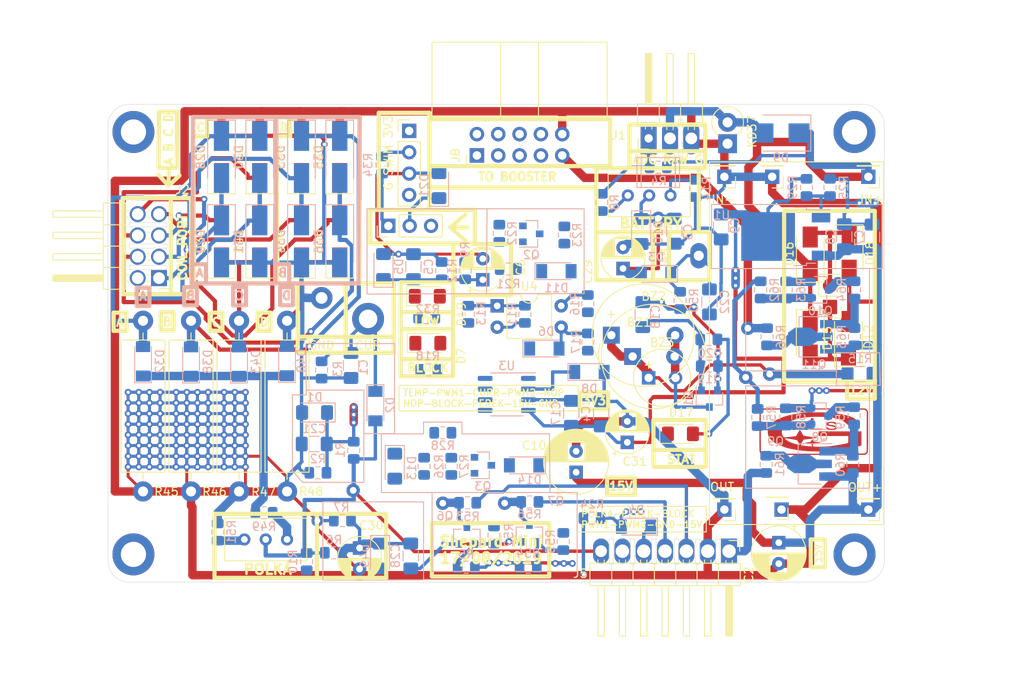
<source format=kicad_pcb>
(kicad_pcb (version 20171130) (host pcbnew "(5.1.4-0-10_14)")
  (title_block (title Shepard) (date 2019-07-27) (rev 3.0) (company "GALS-S Pp") (comment 1 "Nick Nifontov") (comment 2 http://www.leoton.ua/) (comment 3 3318798@gmail.com) (comment 4 "for FORT/T/XT"))
  (layers (0 F.Cu signal) (31 B.Cu signal) (34 B.Paste user) (35 F.Paste user) (36 B.SilkS user) (37 F.SilkS user) (38 B.Mask user) (39 F.Mask user) (44 Edge.Cuts user))
  (net 0 "")
  (net 1 +48V)
  (net 2 CURRENT)
  (net 3 KLAPAN_COMP)
  (net 4 AB)
  (net 5 "Net-(BZ1-Pad2)")
  (net 6 TEMP_ADC)
  (net 7 +3V3)
  (net 8 +15V)
  (net 9 SWIM)
  (net 10 "Net-(Q2-Pad1)")
  (net 11 "Net-(Q3-Pad1)")
  (net 12 "Net-(D17-Pad2)")
  (net 13 "Net-(D37-Pad2)")
  (net 14 AB_RAW)
  (net 15 "Net-(BAT1-Pad1)")
  (net 16 "Net-(BAT1-Pad3)")
  (net 17 "Net-(C22-Pad2)")
  (net 18 POLKA_TO_PU_READY)
  (net 19 SWIM_MCU)
  (net 20 "Net-(D6-Pad2)")
  (net 21 "Net-(R16-Pad2)")
  (net 22 "Net-(D7-Pad1)")
  (net 23 "Net-(D11-Pad2)")
  (net 24 PWM1)
  (net 25 PWM2)
  (net 26 "Net-(D13-Pad2)")
  (net 27 "Net-(D14-Pad2)")
  (net 28 "Net-(C18-Pad1)")
  (net 29 "Net-(D19-Pad1)")
  (net 30 "Net-(J4-Pad1)")
  (net 31 to_COOLER_INFO)
  (net 32 COIL1_A)
  (net 33 COIL1_B)
  (net 34 COIL2_A)
  (net 35 COIL2_B)
  (net 36 COIL3_A)
  (net 37 COIL3_B)
  (net 38 COIL4_A)
  (net 39 COIL4_B)
  (net 40 COIL1_B_OUT)
  (net 41 COIL1_A_OUT)
  (net 42 POLKA_SUMATOR)
  (net 43 COIL2_A_OUT)
  (net 44 COIL3_A_OUT)
  (net 45 COIL4_A_OUT)
  (net 46 "Net-(CURRENT2-Pad1)")
  (net 47 "Net-(CURRENT2-Pad3)")
  (net 48 PWM2-OUT)
  (net 49 "Net-(Q6-Pad1)")
  (net 50 "Net-(Q7-Pad1)")
  (net 51 PWM1-OUT)
  (net 52 BLOCK_PORT)
  (net 53 15V1_OK)
  (net 54 15V2_OK)
  (net 55 "Net-(Q8-Pad1)")
  (net 56 "Net-(Q8-Pad3)")
  (net 57 "Net-(Q9-Pad2)")
  (net 58 "Net-(Q9-Pad1)")
  (net 59 BLOCK_POWER)
  (net 60 "Net-(Q10-Pad1)")
  (net 61 "Net-(Q10-Pad3)")
  (net 62 "Net-(Q11-Pad2)")
  (net 63 "Net-(Q11-Pad1)")
  (net 64 BLOCK_PU)
  (net 65 TEMP_2)
  (net 66 "Net-(BZ1-Pad1)")
  (net 67 PEREKLUCHALKA)
  (net 68 "Net-(D4-Pad1)")
  (net 69 X_PWM)
  (net 70 Y_PWM)
  (net 71 "Net-(R11-Pad1)")
  (net 72 "Net-(R25-Pad1)")
  (module Capacitor_SMD:C_1206_3216Metric_Pad1.42x1.75mm_HandSolder (layer B.Cu) (at 194.4878 83.7184 270)
    (fp_text reference C8 (at 0 1.651 90) (layer B.SilkS) (effects (justify mirror)))
    (fp_text value 0.1uf)
    (pad 1 smd roundrect (at -1.4875 0 270) (size 1.425 1.75) (layers B.Cu B.Paste B.Mask) (roundrect_rratio 0.175439) (net 40 COIL1_B_OUT))
    (pad 2 smd roundrect (at 1.4875 0 270) (size 1.425 1.75) (layers B.Cu B.Paste B.Mask) (roundrect_rratio 0.175439) (net 8 +15V))
  )
  (module Diode_SMD:D_SMB (layer B.Cu) (at 186.953 71.374 180)
    (fp_text reference D9 (at 0.009 -2.921) (layer B.SilkS) (effects (justify mirror)))
    (fp_text value S210)
    (pad 1 smd rect (at -2.15 0 180) (size 2.5 2.3) (layers B.Cu B.Paste B.Mask) (net 1 +48V))
    (pad 2 smd rect (at 2.15 0 180) (size 2.5 2.3) (layers B.Cu B.Paste B.Mask) (net 13 "Net-(D37-Pad2)"))
  )
  (module Connector_IDC:IDC-Header_2x05_P2.54mm_Horizontal (layer F.Cu) (at 150.749 74.041 90)
    (fp_text reference J8 (at 0 -2.54 90) (layer F.SilkS))
    (fp_text value "TO BOOSTER" (at -2.54 4.826 180) (layer F.SilkS) (effects (font (thickness 0.25))))
    (pad 1 thru_hole rect (at 0 0 90) (size 1.7272 1.7272) (drill 1.016) (layers *.Cu *.Mask) (net 65 TEMP_2))
    (pad 2 thru_hole oval (at 2.54 0 90) (size 1.7272 1.7272) (drill 1.016) (layers *.Cu *.Mask) (net 51 PWM1-OUT))
    (pad 3 thru_hole oval (at 0 2.54 90) (size 1.7272 1.7272) (drill 1.016) (layers *.Cu *.Mask) (net 31 to_COOLER_INFO))
    (pad 4 thru_hole oval (at 2.54 2.54 90) (size 1.7272 1.7272) (drill 1.016) (layers *.Cu *.Mask) (net 48 PWM2-OUT))
    (pad 5 thru_hole oval (at 0 5.08 90) (size 1.7272 1.7272) (drill 1.016) (layers *.Cu *.Mask))
    (pad 6 thru_hole oval (at 2.54 5.08 90) (size 1.7272 1.7272) (drill 1.016) (layers *.Cu *.Mask) (net 64 BLOCK_PU))
    (pad 7 thru_hole oval (at 0 7.62 90) (size 1.7272 1.7272) (drill 1.016) (layers *.Cu *.Mask))
    (pad 8 thru_hole oval (at 2.54 7.62 90) (size 1.7272 1.7272) (drill 1.016) (layers *.Cu *.Mask) (net 67 PEREKLUCHALKA))
    (pad 9 thru_hole oval (at 0 10.16 90) (size 1.7272 1.7272) (drill 1.016) (layers *.Cu *.Mask) (net 54 15V2_OK))
    (pad 10 thru_hole oval (at 2.54 10.16 90) (size 1.7272 1.7272) (drill 1.016) (layers *.Cu *.Mask) (net 40 COIL1_B_OUT))
  )
  (module gals-logo:gals-logo-F-CU (layer F.Cu) (at 190.881 106.934)
    (fp_text reference G*** hide)
    (fp_text value LOGO hide)
    (fp_poly (pts (xy 2.192756 -1.175485) (xy 2.366589 -1.155294) (xy 2.483688 -1.125924) (xy 2.576506 -1.083) (xy 2.65414 -1.026435) (xy 2.701567 -0.968574) (xy 2.709333 -0.940525) (xy 2.685726 -0.912349) (xy 2.627166 -0.901468) (xy 2.552046 -0.906735) (xy 2.478761 -0.926998) (xy 2.428599 -0.958067) (xy 2.339394 -1.014143) (xy 2.214964 -1.050424) (xy 2.073385 -1.065689) (xy 1.932731 -1.058721) (xy 1.811079 -1.028299) (xy 1.761703 -1.003052) (xy 1.706624 -0.953786) (xy 1.701299 -0.909627) (xy 1.74712 -0.869773) (xy 1.845478 -0.833424) (xy 1.997765 -0.799777) (xy 2.159 -0.774317) (xy 2.369483 -0.740452) (xy 2.528764 -0.703894) (xy 2.642077 -0.662646) (xy 2.714661 -0.614715) (xy 2.751753 -0.558105) (xy 2.754953 -0.547286) (xy 2.75549 -0.445457) (xy 2.702883 -0.360404) (xy 2.598376 -0.293795) (xy 2.553455 -0.276402) (xy 2.454534 -0.254351) (xy 2.316301 -0.238923) (xy 2.155536 -0.230429) (xy 1.989017 -0.229183) (xy 1.833523 -0.235496) (xy 1.705834 -0.249682) (xy 1.658033 -0.259725) (xy 1.569911 -0.296726) (xy 1.484688 -0.354271) (xy 1.417687 -0.419477) (xy 1.384228 -0.479458) (xy 1.382889 -0.491101) (xy 1.405995 -0.525234) (xy 1.4633 -0.538957) (xy 1.536782 -0.533282) (xy 1.608417 -0.509223) (xy 1.653681 -0.475882) (xy 1.747514 -0.402531) (xy 1.876315 -0.357786) (xy 2.047341 -0.339405) (xy 2.097437 -0.338666) (xy 2.282994 -0.34891) (xy 2.416124 -0.379672) (xy 2.497002 -0.431002) (xy 2.51285 -0.45356) (xy 2.521014 -0.496615) (xy 2.493198 -0.534638) (xy 2.425061 -0.56941) (xy 2.312262 -0.602711) (xy 2.15046 -0.63632) (xy 2.007672 -0.66067) (xy 1.818301 -0.69328) (xy 1.678103 -0.723965) (xy 1.580059 -0.756169) (xy 1.517154 -0.793338) (xy 1.482372 -0.838918) (xy 1.468695 -0.896355) (xy 1.467555 -0.925899) (xy 1.476779 -1.005793) (xy 1.512941 -1.055984) (xy 1.545166 -1.077765) (xy 1.666865 -1.127272) (xy 1.826375 -1.160627) (xy 2.007178 -1.17698) (xy 2.192756 -1.175485)) (layer F.Cu) (width 0.01))
    (fp_poly (pts (xy -0.322248 -1.625797) (xy -0.265558 -1.614529) (xy -0.183428 -1.608835) (xy -0.167576 -1.608666) (xy -0.057546 -1.608666) (xy -0.042334 -0.381) (xy 0.472722 -0.373308) (xy 0.987777 -0.365615) (xy 0.987777 -0.225777) (xy 0.355086 -0.225777) (xy 0.169627 -0.225038) (xy 0.001612 -0.222967) (xy -0.14021 -0.219786) (xy -0.247091 -0.215717) (xy -0.310284 -0.210979) (xy -0.322248 -0.208647) (xy -0.335909 -0.208144) (xy -0.346493 -0.222464) (xy -0.354384 -0.257702) (xy -0.359966 -0.319955) (xy -0.363623 -0.415318) (xy -0.365738 -0.549886) (xy -0.366697 -0.729757) (xy -0.366889 -0.917222) (xy -0.366598 -1.139194) (xy -0.365467 -1.310819) (xy -0.363113 -1.438194) (xy -0.359152 -1.527413) (xy -0.353199 -1.584574) (xy -0.344871 -1.615771) (xy -0.333784 -1.6271) (xy -0.322248 -1.625797)) (layer F.Cu) (width 0.01))
    (fp_poly (pts (xy -1.693334 -1.183591) (xy -1.538111 -1.183411) (xy -1.227667 -0.783328) (xy -1.121345 -0.647919) (xy -1.020849 -0.522877) (xy -0.933659 -0.417285) (xy -0.867252 -0.340229) (xy -0.834151 -0.305269) (xy -0.78562 -0.253358) (xy -0.764804 -0.21792) (xy -0.766 -0.21237) (xy -0.799876 -0.207228) (xy -0.872496 -0.209123) (xy -0.94785 -0.215602) (xy -1.043342 -0.228871) (xy -1.106273 -0.251053) (xy -1.158462 -0.294551) (xy -1.221041 -0.370878) (xy -1.327303 -0.508) (xy -2.028221 -0.508) (xy -2.134961 -0.373944) (xy -2.191255 -0.302765) (xy -2.230304 -0.252477) (xy -2.242684 -0.235473) (xy -2.268425 -0.229192) (xy -2.333079 -0.218021) (xy -2.382021 -0.210457) (xy -2.463588 -0.200198) (xy -2.502188 -0.203542) (xy -2.510345 -0.223775) (xy -2.506445 -0.243095) (xy -2.48605 -0.281797) (xy -2.437548 -0.357888) (xy -2.366359 -0.463348) (xy -2.277906 -0.590158) (xy -2.23973 -0.6435) (xy -1.94263 -0.6435) (xy -1.920636 -0.633879) (xy -1.853822 -0.626294) (xy -1.753805 -0.621745) (xy -1.680172 -0.620889) (xy -1.551662 -0.622463) (xy -1.472062 -0.627898) (xy -1.433906 -0.638265) (xy -1.429728 -0.654634) (xy -1.430876 -0.656616) (xy -1.494914 -0.754796) (xy -1.560961 -0.850868) (xy -1.620896 -0.933631) (xy -1.666599 -0.991885) (xy -1.689949 -1.014427) (xy -1.690274 -1.01443) (xy -1.711203 -0.992234) (xy -1.752908 -0.936255) (xy -1.805938 -0.860383) (xy -1.860845 -0.778506) (xy -1.90818 -0.704512) (xy -1.938495 -0.652291) (xy -1.94263 -0.6435) (xy -2.23973 -0.6435) (xy -2.177607 -0.7303) (xy -2.170536 -0.740052) (xy -1.848556 -1.183771) (xy -1.693334 -1.183591)) (layer F.Cu) (width 0.01))
    (fp_poly (pts (xy 0.58009 -2.301877) (xy 0.872875 -2.29934) (xy 1.159859 -2.294971) (xy 1.435388 -2.288856) (xy 1.693811 -2.28108) (xy 1.929477 -2.271728) (xy 2.136733 -2.260886) (xy 2.309927 -2.248638) (xy 2.443408 -2.23507) (xy 2.531524 -2.220267) (xy 2.568171 -2.204999) (xy 2.600061 -2.193735) (xy 2.676533 -2.177258) (xy 2.786212 -2.157763) (xy 2.917724 -2.137442) (xy 2.921 -2.136971) (xy 3.147841 -2.100358) (xy 3.393479 -2.053863) (xy 3.642436 -2.000923) (xy 3.879236 -1.94498) (xy 4.088401 -1.889471) (xy 4.230724 -1.845928) (xy 4.471125 -1.751518) (xy 4.710408 -1.631758) (xy 4.93629 -1.494429) (xy 5.136486 -1.347314) (xy 5.298713 -1.198194) (xy 5.355166 -1.133618) (xy 5.407341 -1.064045) (xy 5.440566 -1.010998) (xy 5.446889 -0.993855) (xy 5.420152 -0.983536) (xy 5.34537 -0.969028) (xy 5.230682 -0.951534) (xy 5.084229 -0.932259) (xy 4.914151 -0.912405) (xy 4.847166 -0.905186) (xy 4.661651 -0.885545) (xy 4.488427 -0.867045) (xy 4.337792 -0.850798) (xy 4.220048 -0.837916) (xy 4.145494 -0.829514) (xy 4.134555 -0.828212) (xy 4.073128 -0.824197) (xy 4.023493 -0.834883) (xy 3.970182 -0.867862) (xy 3.897729 -0.930727) (xy 3.866444 -0.959829) (xy 3.678681 -1.121481) (xy 3.485337 -1.256901) (xy 3.277066 -1.370255) (xy 3.044521 -1.465706) (xy 2.778356 -1.547422) (xy 2.469225 -1.619567) (xy 2.320869 -1.648664) (xy 2.031617 -1.695675) (xy 1.721598 -1.731717) (xy 1.382657 -1.757363) (xy 1.006633 -1.773186) (xy 0.585369 -1.779759) (xy 0.451555 -1.780016) (xy -0.137669 -1.769892) (xy -0.676991 -1.740188) (xy -1.169649 -1.69035) (xy -1.618881 -1.619825) (xy -2.027927 -1.52806) (xy -2.400025 -1.4145) (xy -2.738413 -1.278592) (xy -2.878975 -1.210799) (xy -3.154541 -1.048935) (xy -3.385473 -0.868349) (xy -3.570259 -0.672349) (xy -3.707388 -0.464239) (xy -3.795348 -0.247326) (xy -3.832628 -0.024915) (xy -3.817718 0.199689) (xy -3.749105 0.423179) (xy -3.684261 0.550729) (xy -3.637333 0.625163) (xy -3.596623 0.662574) (xy -3.541445 0.675562) (xy -3.4772 0.67685) (xy -3.408423 0.673316) (xy -3.294621 0.663746) (xy -3.146761 0.649226) (xy -2.97581 0.630842) (xy -2.792736 0.609679) (xy -2.765778 0.606437) (xy -2.589927 0.585366) (xy -2.432271 0.566826) (xy -2.301721 0.551835) (xy -2.207186 0.541414) (xy -2.157577 0.53658) (xy -2.153283 0.536365) (xy -2.128773 0.512723) (xy -2.083578 0.447631) (xy -2.023117 0.349686) (xy -1.952809 0.227483) (xy -1.913394 0.155799) (xy -1.840603 0.02508) (xy -1.775356 -0.085131) (xy -1.7229 -0.166502) (xy -1.688483 -0.210695) (xy -1.679223 -0.216161) (xy -1.655644 -0.189664) (xy -1.610919 -0.123056) (xy -1.550995 -0.025739) (xy -1.481821 0.092883) (xy -1.465597 0.121538) (xy -1.395893 0.244363) (xy -1.33547 0.349052) (xy -1.289985 0.425935) (xy -1.265092 0.465343) (xy -1.262928 0.468036) (xy -1.231111 0.476727) (xy -1.152445 0.491238) (xy -1.036075 0.510259) (xy -0.891145 0.532481) (xy -0.7268 0.556595) (xy -0.552182 0.581292) (xy -0.376437 0.605263) (xy -0.208709 0.627199) (xy -0.058141 0.64579) (xy 0.066122 0.659728) (xy 0.098777 0.662986) (xy 0.245613 0.67931) (xy 0.339239 0.695397) (xy 0.382881 0.711972) (xy 0.383308 0.726766) (xy 0.352237 0.734232) (xy 0.272284 0.747462) (xy 0.150605 0.765441) (xy -0.005647 0.787156) (xy -0.189315 0.81159) (xy -0.393246 0.83773) (xy -0.444319 0.844133) (xy -1.255889 0.945445) (xy -1.39233 1.199445) (xy -1.47144 1.349496) (xy -1.524044 1.458019) (xy -1.552177 1.532182) (xy -1.557875 1.579154) (xy -1.543173 1.606102) (xy -1.511679 1.619807) (xy -1.417621 1.639256) (xy -1.292905 1.659023) (xy -1.145974 1.6784) (xy -0.985268 1.69668) (xy -0.81923 1.713155) (xy -0.656301 1.727117) (xy -0.504923 1.737859) (xy -0.373537 1.744671) (xy -0.270586 1.746848) (xy -0.20451 1.74368) (xy -0.183752 1.73446) (xy -0.186958 1.730881) (xy -0.215138 1.693249) (xy -0.253755 1.621474) (xy -0.280707 1.562645) (xy -0.305115 1.50612) (xy -0.328423 1.464755) (xy -0.359493 1.435348) (xy -0.407186 1.414696) (xy -0.480365 1.399598) (xy -0.58789 1.386851) (xy -0.738623 1.373253) (xy -0.8255 1.36578) (xy -0.928435 1.354687) (xy -1.005328 1.342212) (xy -1.042655 1.330673) (xy -1.044223 1.328316) (xy -1.018135 1.317238) (xy -0.947663 1.301933) (xy -0.844491 1.284672) (xy -0.754945 1.272102) (xy -0.62717 1.254115) (xy -0.515584 1.235937) (xy -0.435241 1.22015) (xy -0.406965 1.212416) (xy -0.359241 1.171323) (xy -0.312309 1.092864) (xy -0.298797 1.060856) (xy -0.265522 0.985947) (xy -0.235766 0.939176) (xy -0.224169 0.931334) (xy -0.195764 0.953949) (xy -0.158786 1.009476) (xy -0.152947 1.020401) (xy -0.102089 1.108215) (xy -0.04948 1.164699) (xy 0.019834 1.198293) (xy 0.120804 1.217438) (xy 0.211666 1.226228) (xy 0.335176 1.237082) (xy 0.451131 1.248711) (xy 0.536483 1.258788) (xy 0.543277 1.25974) (xy 0.613192 1.261122) (xy 0.64824 1.246663) (xy 0.641587 1.225158) (xy 0.5864 1.205404) (xy 0.585611 1.205251) (xy 0.522111 1.19302) (xy 0.584618 1.189177) (xy 0.634372 1.204613) (xy 0.678778 1.244403) (xy 0.702022 1.290073) (xy 0.695029 1.318156) (xy 0.660989 1.327111) (xy 0.587325 1.335416) (xy 0.502242 1.340663) (xy 0.30136 1.351889) (xy 0.151517 1.367251) (xy 0.047393 1.387811) (xy -0.016334 1.414632) (xy -0.044984 1.448774) (xy -0.045365 1.449947) (xy -0.071604 1.505597) (xy -0.090919 1.527179) (xy -0.111183 1.564474) (xy -0.125874 1.633454) (xy -0.127197 1.645732) (xy -0.130229 1.707298) (xy -0.115163 1.739815) (xy -0.068253 1.757016) (xy -0.004805 1.767981) (xy 0.097346 1.778157) (xy 0.245708 1.784696) (xy 0.430174 1.787766) (xy 0.64064 1.787534) (xy 0.866999 1.784166) (xy 1.099147 1.777832) (xy 1.326977 1.768697) (xy 1.540384 1.756928) (xy 1.729262 1.742694) (xy 1.773747 1.738548) (xy 1.996861 1.714038) (xy 2.242589 1.68237) (xy 2.502537 1.645024) (xy 2.768306 1.603483) (xy 3.031502 1.559226) (xy 3.283727 1.513735) (xy 3.516586 1.468491) (xy 3.721682 1.424975) (xy 3.890618 1.384668) (xy 4.015 1.34905) (xy 4.047908 1.337411) (xy 4.06561 1.322854) (xy 4.077994 1.289398) (xy 4.085943 1.228585) (xy 4.090343 1.131957) (xy 4.092076 0.991057) (xy 4.092222 0.913403) (xy 4.092222 0.506399) (xy 2.3495 0.508021) (xy 2.040588 0.508295) (xy 1.748214 0.508528) (xy 1.477297 0.508719) (xy 1.232756 0.508864) (xy 1.019509 0.508962) (xy 0.842476 0.509011) (xy 0.706576 0.509008) (xy 0.616726 0.508951) (xy 0.577847 0.508838) (xy 0.576878 0.508821) (xy 0.561997 0.480877) (xy 0.552453 0.400591) (xy 0.548634 0.271848) (xy 0.548656 0.225586) (xy 0.550966 0.093559) (xy 0.556787 0.009972) (xy 0.567283 -0.033129) (xy 0.58362 -0.0437) (xy 0.587919 -0.042525) (xy 0.62113 -0.040407) (xy 0.706698 -0.038384) (xy 0.840535 -0.036478) (xy 1.018555 -0.034713) (xy 1.23667 -0.033112) (xy 1.490792 -0.031697) (xy 1.776835 -0.030491) (xy 2.090711 -0.029518) (xy 2.428332 -0.0288) (xy 2.785612 -0.028361) (xy 3.134975 -0.028222) (xy 5.644444 -0.028222) (xy 5.644444 1.634499) (xy 5.453944 1.690793) (xy 5.330908 1.726296) (xy 5.205384 1.761172) (xy 5.122333 1.783242) (xy 5.039399 1.807202) (xy 4.981822 1.828886) (xy 4.967111 1.83812) (xy 4.935869 1.850494) (xy 4.859621 1.871752) (xy 4.748619 1.899277) (xy 4.613117 1.930452) (xy 4.557889 1.942591) (xy 3.739391 2.101116) (xy 2.921306 2.220473) (xy 2.093733 2.301518) (xy 1.246771 2.345106) (xy 0.370519 2.352091) (xy -0.070556 2.342474) (xy -0.72586 2.311294) (xy -1.34957 2.25973) (xy -1.934387 2.188524) (xy -2.469445 2.099104) (xy -2.598023 2.072658) (xy -2.746074 2.039631) (xy -2.903692 2.002537) (xy -3.060972 1.963889) (xy -3.20801 1.926199) (xy -3.334899 1.891981) (xy -3.431734 1.863747) (xy -3.488611 1.844009) (xy -3.499149 1.837881) (xy -3.530115 1.820932) (xy -3.603398 1.790395) (xy -3.707822 1.7507) (xy -3.824111 1.70909) (xy -4.199139 1.560993) (xy -4.531706 1.393294) (xy -4.819343 1.207882) (xy -5.059583 1.006649) (xy -5.22444 0.820322) (xy -3.443111 0.820322) (xy -3.418566 0.867454) (xy -3.350426 0.931672) (xy -3.246935 1.007731) (xy -3.11634 1.090387) (xy -2.966885 1.174397) (xy -2.806814 1.254514) (xy -2.656866 1.320438) (xy -2.533135 1.366559) (xy -2.385046 1.415125) (xy -2.225338 1.46269) (xy -2.066752 1.505806) (xy -1.922027 1.541025) (xy -1.803903 1.564899) (xy -1.725119 1.573982) (xy -1.720098 1.573949) (xy -1.690524 1.571218) (xy -1.677406 1.559472) (xy -1.68386 1.530664) (xy -1.713004 1.476745) (xy -1.767955 1.389667) (xy -1.825759 1.301142) (xy -1.896843 1.19187) (xy -1.95572 1.09978) (xy -1.995882 1.035156) (xy -2.010675 1.008905) (xy -2.039481 0.998124) (xy -2.11494 0.980864) (xy -2.227829 0.958627) (xy -2.368924 0.932913) (xy -2.529002 0.905223) (xy -2.698839 0.877059) (xy -2.86921 0.849922) (xy -3.030893 0.825313) (xy -3.174664 0.804733) (xy -3.291298 0.789683) (xy -3.371573 0.781665) (xy -3.40562 0.781875) (xy -3.439831 0.809249) (xy -3.443111 0.820322) (xy -5.22444 0.820322) (xy -5.249955 0.791485) (xy -5.387991 0.56428) (xy -5.42229 0.48532) (xy -5.464644 0.328955) (xy -5.486738 0.141679) (xy -5.48816 -0.054578) (xy -5.468495 -0.237887) (xy -5.438157 -0.358051) (xy -5.343697 -0.561375) (xy -5.203737 -0.769968) (xy -5.027008 -0.97344) (xy -4.822239 -1.161402) (xy -4.662462 -1.281217) (xy -4.406761 -1.434801) (xy -4.102545 -1.581232) (xy -3.757545 -1.718069) (xy -3.379493 -1.842868) (xy -2.97612 -1.953187) (xy -2.555159 -2.046583) (xy -2.124341 -2.120612) (xy -1.917931 -2.148353) (xy -1.795012 -2.164892) (xy -1.694316 -2.181343) (xy -1.628172 -2.195515) (xy -1.608667 -2.203318) (xy -1.577095 -2.212203) (xy -1.499225 -2.224308) (xy -1.385023 -2.238354) (xy -1.244456 -2.253065) (xy -1.157111 -2.26119) (xy -0.981963 -2.273862) (xy -0.773054 -2.284104) (xy -0.536036 -2.292004) (xy -0.276561 -2.297646) (xy -0.00028 -2.301115) (xy 0.287154 -2.302497) (xy 0.58009 -2.301877)) (layer F.Cu) (width 0.01))
    (fp_poly (pts (xy 6.081889 -2.764849) (xy 6.194777 -2.701697) (xy 6.310964 -2.604832) (xy 6.371166 -2.512737) (xy 6.434666 -2.386929) (xy 6.434666 -0.022813) (xy 6.434748 0.412323) (xy 6.434792 0.794634) (xy 6.434499 1.127738) (xy 6.43357 1.415254) (xy 6.431706 1.6608) (xy 6.428606 1.867996) (xy 6.42397 2.040458) (xy 6.4175 2.181807) (xy 6.408896 2.29566) (xy 6.397858 2.385636) (xy 6.384086 2.455354) (xy 6.367282 2.508432) (xy 6.347144 2.548489) (xy 6.323375 2.579143) (xy 6.295674 2.604013) (xy 6.263741 2.626717) (xy 6.227277 2.650874) (xy 6.212464 2.660983) (xy 6.081889 2.751667) (xy 0 2.757755) (xy -0.708503 2.758414) (xy -1.362604 2.758909) (xy -1.964346 2.759231) (xy -2.515773 2.759369) (xy -3.018927 2.759313) (xy -3.47585 2.759051) (xy -3.888586 2.758575) (xy -4.259178 2.757873) (xy -4.589667 2.756935) (xy -4.882098 2.755751) (xy -5.138512 2.75431) (xy -5.360953 2.752602) (xy -5.551464 2.750616) (xy -5.712086 2.748342) (xy -5.844864 2.745771) (xy -5.95184 2.74289) (xy -6.035056 2.739691) (xy -6.096555 2.736162) (xy -6.138381 2.732293) (xy -6.162576 2.728075) (xy -6.167515 2.726403) (xy -6.27996 2.655472) (xy -6.380028 2.554184) (xy -6.449815 2.442009) (xy -6.463575 2.404463) (xy -6.469664 2.358487) (xy -6.47484 2.264989) (xy -6.479112 2.122924) (xy -6.48249 1.931246) (xy -6.484982 1.688911) (xy -6.486598 1.394873) (xy -6.487347 1.048088) (xy -6.487238 0.64751) (xy -6.486282 0.192094) (xy -6.485431 -0.072635) (xy -6.481229 -1.255371) (xy -6.346163 -1.255371) (xy -6.345761 -0.963051) (xy -6.344972 -0.623825) (xy -6.343868 -0.234001) (xy -6.343109 0.018212) (xy -6.341802 0.439202) (xy -6.340544 0.807395) (xy -6.339242 1.126441) (xy -6.337798 1.399987) (xy -6.336119 1.631682) (xy -6.334109 1.825175) (xy -6.331672 1.984112) (xy -6.328713 2.112143) (xy -6.325138 2.212916) (xy -6.32085 2.290079) (xy -6.315754 2.34728) (xy -6.309756 2.388168) (xy -6.30276 2.41639) (xy -6.294671 2.435596) (xy -6.285393 2.449433) (xy -6.279445 2.45642) (xy -6.213772 2.517355) (xy -6.138334 2.572158) (xy -6.127254 2.578124) (xy -6.112606 2.583618) (xy -6.092133 2.588661) (xy -6.063572 2.593272) (xy -6.024665 2.597469) (xy -5.973152 2.601273) (xy -5.906772 2.604703) (xy -5.823266 2.607778) (xy -5.720374 2.610517) (xy -5.595836 2.612941) (xy -5.447392 2.615068) (xy -5.272782 2.616917) (xy -5.069746 2.618509) (xy -4.836024 2.619863) (xy -4.569357 2.620997) (xy -4.267484 2.621932) (xy -3.928146 2.622687) (xy -3.549082 2.623281) (xy -3.128033 2.623734) (xy -2.662739 2.624064) (xy -2.15094 2.624292) (xy -1.590376 2.624437) (xy -0.978787 2.624518) (xy -0.313914 2.624555) (xy -0.033877 2.624561) (xy 0.664593 2.624531) (xy 1.308749 2.624406) (xy 1.90072 2.624173) (xy 2.442636 2.623816) (xy 2.936629 2.623324) (xy 3.384827 2.622681) (xy 3.78936 2.621874) (xy 4.152359 2.620889) (xy 4.475954 2.619713) (xy 4.762274 2.618331) (xy 5.013449 2.61673) (xy 5.231611 2.614896) (xy 5.418887 2.612815) (xy 5.57741 2.610474) (xy 5.709307 2.607857) (xy 5.816711 2.604953) (xy 5.90175 2.601746) (xy 5.966554 2.598223) (xy 6.013254 2.594371) (xy 6.043979 2.590174) (xy 6.06086 2.585621) (xy 6.062123 2.585015) (xy 6.135756 2.535549) (xy 6.207542 2.471294) (xy 6.208889 2.46986) (xy 6.279444 2.394357) (xy 6.29449 -2.360933) (xy 6.22996 -2.457522) (xy 6.161268 -2.535024) (xy 6.078001 -2.597675) (xy 6.067215 -2.603456) (xy 6.053788 -2.609097) (xy 6.035367 -2.614293) (xy 6.009694 -2.619061) (xy 5.974509 -2.62342) (xy 5.927553 -2.627388) (xy 5.866567 -2.630983) (xy 5.789291 -2.634224) (xy 5.693466 -2.637129) (xy 5.576833 -2.639715) (xy 5.437132 -2.642002) (xy 5.272104 -2.644007) (xy 5.079491 -2.645748) (xy 4.857032 -2.647245) (xy 4.602468 -2.648514) (xy 4.31354 -2.649575) (xy 3.987989 -2.650445) (xy 3.623556 -2.651143) (xy 3.217981 -2.651687) (xy 2.769004 -2.652095) (xy 2.274368 -2.652386) (xy 1.731811 -2.652577) (xy 1.139076 -2.652687) (xy 0.493902 -2.652734) (xy -0.042334 -2.652739) (xy -0.728001 -2.652726) (xy -1.359491 -2.652687) (xy -1.939072 -2.652601) (xy -2.469009 -2.652447) (xy -2.951572 -2.652205) (xy -3.389026 -2.651854) (xy -3.783638 -2.651372) (xy -4.137678 -2.65074) (xy -4.45341 -2.649936) (xy -4.733104 -2.648938) (xy -4.979025 -2.647728) (xy -5.193442 -2.646283) (xy -5.378621 -2.644582) (xy -5.53683 -2.642606) (xy -5.670336 -2.640332) (xy -5.781407 -2.63774) (xy -5.872308 -2.63481) (xy -5.945309 -2.63152) (xy -6.002675 -2.62785) (xy -6.046675 -2.623779) (xy -6.079575 -2.619285) (xy -6.103642 -2.614348) (xy -6.121145 -2.608948) (xy -6.13435 -2.603063) (xy -6.145524 -2.596672) (xy -6.145647 -2.596597) (xy -6.225463 -2.531659) (xy -6.291977 -2.451746) (xy -6.293978 -2.448535) (xy -6.303964 -2.43109) (xy -6.31268 -2.411045) (xy -6.3202 -2.38471) (xy -6.326596 -2.348391) (xy -6.331943 -2.298396) (xy -6.336314 -2.231034) (xy -6.339783 -2.142612) (xy -6.342422 -2.029437) (xy -6.344307 -1.887818) (xy -6.345509 -1.714062) (xy -6.346103 -1.504477) (xy -6.346163 -1.255371) (xy -6.481229 -1.255371) (xy -6.477 -2.445381) (xy -6.40899 -2.544624) (xy -6.341444 -2.625791) (xy -6.263822 -2.696314) (xy -6.252021 -2.704822) (xy -6.163063 -2.765777) (xy 6.081889 -2.764849)) (layer F.Cu) (width 0.01))
  )
  (module Connector_PinHeader_2.54mm:PinHeader_1x03_P2.54mm_Vertical (layer F.Cu) (at 140.208 82.423 90)
    (fp_text reference J4 hide)
    (fp_text value DEV)
    (pad 1 thru_hole rect (at 0 0 90) (size 1.7 1.7) (drill 1) (layers *.Cu *.Mask) (net 30 "Net-(J4-Pad1)"))
    (pad 2 thru_hole oval (at 0 2.54 90) (size 1.7 1.7) (drill 1) (layers *.Cu *.Mask) (net 19 SWIM_MCU))
    (pad 3 thru_hole oval (at 0 5.08 90) (size 1.7 1.7) (drill 1) (layers *.Cu *.Mask) (net 59 BLOCK_POWER))
  )
  (module Diode_SMD:D_MiniMELF (layer B.Cu) (at 158.778 97.028)
    (fp_text reference D6 (at 0.226 -2.032) (layer B.SilkS) (effects (justify mirror)))
    (fp_text value BAS86)
    (pad 1 smd rect (at -1.75 0) (size 1.3 1.7) (layers B.Cu B.Paste B.Mask) (net 4 AB))
    (pad 2 smd rect (at 1.75 0) (size 1.3 1.7) (layers B.Cu B.Paste B.Mask) (net 20 "Net-(D6-Pad2)"))
  )
  (module Diode_SMD:D_MiniMELF (layer B.Cu) (at 160.2105 87.8205)
    (fp_text reference D11 (at 0 2) (layer B.SilkS) (effects (justify mirror)))
    (fp_text value BAS86)
    (pad 2 smd rect (at 1.75 0) (size 1.3 1.7) (layers B.Cu B.Paste B.Mask) (net 23 "Net-(D11-Pad2)"))
    (pad 1 smd rect (at -1.75 0) (size 1.3 1.7) (layers B.Cu B.Paste B.Mask) (net 64 BLOCK_PU))
  )
  (module Diode_SMD:D_MiniMELF (layer B.Cu) (at 156.365 110.9345 180)
    (fp_text reference D14 (at -0.663 -1.7145) (layer B.SilkS) (effects (justify mirror)))
    (fp_text value BAS86)
    (pad 2 smd rect (at 1.75 0 180) (size 1.3 1.7) (layers B.Cu B.Paste B.Mask) (net 27 "Net-(D14-Pad2)"))
    (pad 1 smd rect (at -1.75 0 180) (size 1.3 1.7) (layers B.Cu B.Paste B.Mask) (net 64 BLOCK_PU))
  )
  (module Resistor_SMD:R_0805_2012Metric_Pad1.15x1.40mm_HandSolder (layer B.Cu) (at 146.558 87.757 270)
    (fp_text reference R12 (at 0 -1.27 90) (layer B.SilkS) (effects (justify mirror)))
    (fp_text value 1K)
    (pad 1 smd roundrect (at -1.025 0 270) (size 1.15 1.4) (layers B.Cu B.Paste B.Mask) (roundrect_rratio 0.217391) (net 40 COIL1_B_OUT))
    (pad 2 smd roundrect (at 1.025 0 270) (size 1.15 1.4) (layers B.Cu B.Paste B.Mask) (roundrect_rratio 0.217391) (net 6 TEMP_ADC))
  )
  (module Resistor_SMD:R_0805_2012Metric_Pad1.15x1.40mm_HandSolder (layer B.Cu) (at 149.352 87.757 90)
    (fp_text reference R9 (at 2.54 0 90) (layer B.SilkS) (effects (justify mirror)))
    (fp_text value 5K)
    (pad 2 smd roundrect (at 1.025 0 90) (size 1.15 1.4) (layers B.Cu B.Paste B.Mask) (roundrect_rratio 0.217391) (net 65 TEMP_2))
    (pad 1 smd roundrect (at -1.025 0 90) (size 1.15 1.4) (layers B.Cu B.Paste B.Mask) (roundrect_rratio 0.217391) (net 6 TEMP_ADC))
  )
  (module Diode_SMD:D_1206_3216Metric_Pad1.42x1.75mm_HandSolder (layer B.Cu) (at 139.623499 87.268999 90)
    (fp_text reference D5 (at 0 1.82 90) (layer B.SilkS) (effects (justify mirror)))
    (fp_text value "Zener 4V2")
    (pad 1 smd roundrect (at -1.4875 0 90) (size 1.425 1.75) (layers B.Cu B.Paste B.Mask) (roundrect_rratio 0.175439) (net 6 TEMP_ADC))
    (pad 2 smd roundrect (at 1.4875 0 90) (size 1.425 1.75) (layers B.Cu B.Paste B.Mask) (roundrect_rratio 0.175439) (net 40 COIL1_B_OUT))
  )
  (module Capacitor_SMD:C_1206_3216Metric_Pad1.42x1.75mm_HandSolder (layer B.Cu) (at 165.5445 104.8115 270)
    (fp_text reference C4 (at 0 1.82 90) (layer B.SilkS) (effects (justify mirror)))
    (fp_text value 1uf)
    (pad 2 smd roundrect (at 1.4875 0 270) (size 1.425 1.75) (layers B.Cu B.Paste B.Mask) (roundrect_rratio 0.175439) (net 7 +3V3))
    (pad 1 smd roundrect (at -1.4875 0 270) (size 1.425 1.75) (layers B.Cu B.Paste B.Mask) (roundrect_rratio 0.175439) (net 40 COIL1_B_OUT))
  )
  (module Capacitor_SMD:C_1206_3216Metric_Pad1.42x1.75mm_HandSolder (layer B.Cu) (at 161.9885 104.748 270)
    (fp_text reference C17 (at 0 1.82 90) (layer B.SilkS) (effects (justify mirror)))
    (fp_text value 0.1uf)
    (pad 1 smd roundrect (at -1.4875 0 270) (size 1.425 1.75) (layers B.Cu B.Paste B.Mask) (roundrect_rratio 0.175439) (net 40 COIL1_B_OUT))
    (pad 2 smd roundrect (at 1.4875 0 270) (size 1.425 1.75) (layers B.Cu B.Paste B.Mask) (roundrect_rratio 0.175439) (net 7 +3V3))
  )
  (module Package_SO:SO-8_3.9x4.9mm_P1.27mm (layer B.Cu) (at 154.305 102.489 180)
    (fp_text reference U3 (at 0 3.4) (layer B.SilkS) (effects (justify mirror)))
    (fp_text value stm8l050j3 hide)
    (pad 1 smd roundrect (at -2.575 1.905 180) (size 1.75 0.6) (layers B.Cu B.Paste B.Mask) (net 19 SWIM_MCU))
    (pad 2 smd roundrect (at -2.575 0.635 180) (size 1.75 0.6) (layers B.Cu B.Paste B.Mask) (net 52 BLOCK_PORT))
    (pad 3 smd roundrect (at -2.575 -0.635 180) (size 1.75 0.6) (layers B.Cu B.Paste B.Mask) (net 40 COIL1_B_OUT))
    (pad 4 smd roundrect (at -2.575 -1.905 180) (size 1.75 0.6) (layers B.Cu B.Paste B.Mask) (net 7 +3V3))
    (pad 5 smd roundrect (at 2.575 -1.905 180) (size 1.75 0.6) (layers B.Cu B.Paste B.Mask) (net 3 KLAPAN_COMP))
    (pad 6 smd roundrect (at 2.575 -0.635 180) (size 1.75 0.6) (layers B.Cu B.Paste B.Mask) (net 6 TEMP_ADC))
    (pad 7 smd roundrect (at 2.575 0.635 180) (size 1.75 0.6) (layers B.Cu B.Paste B.Mask) (net 4 AB))
    (pad 8 smd roundrect (at 2.575 1.905 180) (size 1.75 0.6) (layers B.Cu B.Paste B.Mask) (net 2 CURRENT))
  )
  (module Resistor_SMD:R_0805_2012Metric_Pad1.15x1.40mm_HandSolder (layer B.Cu) (at 130.4798 122.4026 270)
    (fp_text reference R10 (at 0 1.65 270) (layer B.SilkS) (effects (justify mirror)))
    (fp_text value 100k)
    (pad 2 smd roundrect (at 1.025 0 270) (size 1.15 1.4) (layers B.Cu B.Paste B.Mask) (roundrect_rratio 0.217391) (net 40 COIL1_B_OUT))
    (pad 1 smd roundrect (at -1.025 0 270) (size 1.15 1.4) (layers B.Cu B.Paste B.Mask) (roundrect_rratio 0.217391) (net 18 POLKA_TO_PU_READY))
  )
  (module Buzzer_Beeper:Buzzer_12x9.5RM7.6 (layer F.Cu) (at 166.751 95.4405)
    (fp_text reference BZ1 (at 3.302 -1.524 180) (layer F.SilkS))
    (fp_text value Buzzer)
    (fp_text user + (at -0.01 -2.54 180) (layer F.SilkS))
    (pad 1 thru_hole rect (at 0 0) (size 2 2) (drill 1) (layers *.Cu *.Mask) (net 66 "Net-(BZ1-Pad1)"))
    (pad 2 thru_hole circle (at 7.6 0) (size 2 2) (drill 1) (layers *.Cu *.Mask) (net 5 "Net-(BZ1-Pad2)"))
  )
  (module Resistor_SMD:R_0805_2012Metric_Pad1.15x1.40mm_HandSolder (layer B.Cu) (at 178.3625 95.9485 180)
    (fp_text reference R20 (at -0.136 -1.651) (layer B.SilkS) (effects (justify mirror)))
    (fp_text value 100)
    (pad 2 smd roundrect (at 1.025 0 180) (size 1.15 1.4) (layers B.Cu B.Paste B.Mask) (roundrect_rratio 0.217391) (net 28 "Net-(C18-Pad1)"))
    (pad 1 smd roundrect (at -1.025 0 180) (size 1.15 1.4) (layers B.Cu B.Paste B.Mask) (roundrect_rratio 0.217391) (net 12 "Net-(D17-Pad2)"))
  )
  (module Buzzer_Beeper:Buzzer_TDK_PS1240P02BT_D12.2mm_H6.5mm (layer F.Cu) (at 169.291 97.9805)
    (fp_text reference BZ2 (at 2.5 -7.17 180) (layer F.SilkS))
    (fp_text value Buzzer)
    (pad 1 thru_hole rect (at 0 0) (size 2 2) (drill 1) (layers *.Cu *.Mask) (net 66 "Net-(BZ1-Pad1)"))
    (pad 2 thru_hole circle (at 5 0) (size 2 2) (drill 1) (layers *.Cu *.Mask) (net 5 "Net-(BZ1-Pad2)"))
  )
  (module Buzzer_Beeper:MagneticBuzzer_Kingstate_KCG0601 (layer F.Cu) (at 171.196 100.5205)
    (fp_text reference BZ3 (at 1.6 -4.2 180) (layer F.SilkS))
    (fp_text value Buzzer)
    (fp_text user + (at 0 -1.6 180) (layer F.SilkS))
    (pad 1 thru_hole rect (at 0 0) (size 1.6 1.6) (drill 1) (layers *.Cu *.Mask) (net 66 "Net-(BZ1-Pad1)"))
    (pad 2 thru_hole circle (at 3.2 0) (size 1.6 1.6) (drill 1) (layers *.Cu *.Mask) (net 5 "Net-(BZ1-Pad2)"))
  )
  (module Resistor_SMD:R_0805_2012Metric_Pad1.15x1.40mm_HandSolder (layer B.Cu) (at 178.426 99.1235)
    (fp_text reference R19 (at -0.009 1.524) (layer B.SilkS) (effects (justify mirror)))
    (fp_text value 1K)
    (pad 1 smd roundrect (at -1.025 0) (size 1.15 1.4) (layers B.Cu B.Paste B.Mask) (roundrect_rratio 0.217391) (net 28 "Net-(C18-Pad1)"))
    (pad 2 smd roundrect (at 1.025 0) (size 1.15 1.4) (layers B.Cu B.Paste B.Mask) (roundrect_rratio 0.217391) (net 40 COIL1_B_OUT))
  )
  (module Capacitor_SMD:C_1206_3216Metric_Pad1.42x1.75mm_HandSolder (layer B.Cu) (at 179.832 82.55 90)
    (fp_text reference C9 (at 0.1635 1.651 270) (layer B.SilkS) (effects (justify mirror)))
    (fp_text value 0.1uf)
    (pad 2 smd roundrect (at 1.4875 0 90) (size 1.425 1.75) (layers B.Cu B.Paste B.Mask) (roundrect_rratio 0.175439) (net 7 +3V3))
    (pad 1 smd roundrect (at -1.4875 0 90) (size 1.425 1.75) (layers B.Cu B.Paste B.Mask) (roundrect_rratio 0.175439) (net 40 COIL1_B_OUT))
  )
  (module Capacitor_SMD:C_1206_3216Metric_Pad1.42x1.75mm_HandSolder (layer B.Cu) (at 143.1925 87.2855 90)
    (fp_text reference C5 (at 0 1.82 90) (layer B.SilkS) (effects (justify mirror)))
    (fp_text value 0.1uf)
    (pad 1 smd roundrect (at -1.4875 0 90) (size 1.425 1.75) (layers B.Cu B.Paste B.Mask) (roundrect_rratio 0.175439) (net 6 TEMP_ADC))
    (pad 2 smd roundrect (at 1.4875 0 90) (size 1.425 1.75) (layers B.Cu B.Paste B.Mask) (roundrect_rratio 0.175439) (net 40 COIL1_B_OUT))
  )
  (module Resistor_SMD:R_0805_2012Metric_Pad1.15x1.40mm_HandSolder (layer B.Cu) (at 149.733 92.955 270)
    (fp_text reference R13 (at -0.118 -1.524 90) (layer B.SilkS) (effects (justify mirror)))
    (fp_text value 5K)
    (pad 1 smd roundrect (at -1.025 0 270) (size 1.15 1.4) (layers B.Cu B.Paste B.Mask) (roundrect_rratio 0.217391) (net 71 "Net-(R11-Pad1)"))
    (pad 2 smd roundrect (at 1.025 0 270) (size 1.15 1.4) (layers B.Cu B.Paste B.Mask) (roundrect_rratio 0.217391) (net 67 PEREKLUCHALKA))
  )
  (module Resistor_SMD:R_0805_2012Metric_Pad1.15x1.40mm_HandSolder (layer B.Cu) (at 163.957 91.685 90)
    (fp_text reference R16 (at 0.009 -1.524 90) (layer B.SilkS) (effects (justify mirror)))
    (fp_text value 1K)
    (pad 2 smd roundrect (at 1.025 0 90) (size 1.15 1.4) (layers B.Cu B.Paste B.Mask) (roundrect_rratio 0.217391) (net 21 "Net-(R16-Pad2)"))
    (pad 1 smd roundrect (at -1.025 0 90) (size 1.15 1.4) (layers B.Cu B.Paste B.Mask) (roundrect_rratio 0.217391) (net 7 +3V3))
  )
  (module Resistor_SMD:R_0805_2012Metric_Pad1.15x1.40mm_HandSolder (layer B.Cu) (at 163.957 96.257 90)
    (fp_text reference R17 (at 0.0545 -1.397 90) (layer B.SilkS) (effects (justify mirror)))
    (fp_text value 10K)
    (pad 1 smd roundrect (at -1.025 0 90) (size 1.15 1.4) (layers B.Cu B.Paste B.Mask) (roundrect_rratio 0.217391) (net 40 COIL1_B_OUT))
    (pad 2 smd roundrect (at 1.025 0 90) (size 1.15 1.4) (layers B.Cu B.Paste B.Mask) (roundrect_rratio 0.217391) (net 20 "Net-(D6-Pad2)"))
  )
  (module Package_DIP:DIP-4_W7.62mm (layer F.Cu) (at 153.162 91.948)
    (fp_text reference U4 (at 3.81 -2.33) (layer F.SilkS))
    (fp_text value PC817)
    (pad 1 thru_hole rect (at 0 0) (size 1.6 1.6) (drill 0.8) (layers *.Cu *.Mask) (net 71 "Net-(R11-Pad1)"))
    (pad 3 thru_hole oval (at 7.62 2.54) (size 1.6 1.6) (drill 0.8) (layers *.Cu *.Mask) (net 20 "Net-(D6-Pad2)"))
    (pad 2 thru_hole oval (at 0 2.54) (size 1.6 1.6) (drill 0.8) (layers *.Cu *.Mask) (net 40 COIL1_B_OUT))
    (pad 4 thru_hole oval (at 7.62 0) (size 1.6 1.6) (drill 0.8) (layers *.Cu *.Mask) (net 21 "Net-(R16-Pad2)"))
  )
  (module LED_SMD:LED_1206_3216Metric_Pad1.42x1.75mm_HandSolder (layer F.Cu) (at 144.907 96.393)
    (fp_text reference D7 hide)
    (fp_text value BLOCK (at 0 2.921) (layer F.SilkS) (effects (font (thickness 0.25))))
    (fp_text user %R (at 3.937 1.524 90) (layer F.SilkS))
    (pad 1 smd roundrect (at -1.4875 0) (size 1.425 1.75) (layers F.Cu F.Paste F.Mask) (roundrect_rratio 0.175439) (net 22 "Net-(D7-Pad1)"))
    (pad 2 smd roundrect (at 1.4875 0) (size 1.425 1.75) (layers F.Cu F.Paste F.Mask) (roundrect_rratio 0.175439) (net 52 BLOCK_PORT))
  )
  (module Resistor_SMD:R_0805_2012Metric_Pad1.15x1.40mm_HandSolder (layer B.Cu) (at 145.025 99.568)
    (fp_text reference R18 (at -0.118 -1.651) (layer B.SilkS) (effects (justify mirror)))
    (fp_text value 300)
    (pad 1 smd roundrect (at -1.025 0) (size 1.15 1.4) (layers B.Cu B.Paste B.Mask) (roundrect_rratio 0.217391) (net 22 "Net-(D7-Pad1)"))
    (pad 2 smd roundrect (at 1.025 0) (size 1.15 1.4) (layers B.Cu B.Paste B.Mask) (roundrect_rratio 0.217391) (net 40 COIL1_B_OUT))
  )
  (module Resistor_SMD:R_0805_2012Metric_Pad1.15x1.40mm_HandSolder (layer B.Cu) (at 154.4865 87.5665 180)
    (fp_text reference R21 (at 0 -1.778) (layer B.SilkS) (effects (justify mirror)))
    (fp_text value 1K)
    (pad 1 smd roundrect (at -1.025 0 180) (size 1.15 1.4) (layers B.Cu B.Paste B.Mask) (roundrect_rratio 0.217391) (net 52 BLOCK_PORT))
    (pad 2 smd roundrect (at 1.025 0 180) (size 1.15 1.4) (layers B.Cu B.Paste B.Mask) (roundrect_rratio 0.217391) (net 10 "Net-(Q2-Pad1)"))
  )
  (module Resistor_SMD:R_0805_2012Metric_Pad1.15x1.40mm_HandSolder (layer B.Cu) (at 153.416 83.303 270)
    (fp_text reference R22 (at 0 -1.524 90) (layer B.SilkS) (effects (justify mirror)))
    (fp_text value 10K)
    (pad 2 smd roundrect (at 1.025 0 270) (size 1.15 1.4) (layers B.Cu B.Paste B.Mask) (roundrect_rratio 0.217391) (net 10 "Net-(Q2-Pad1)"))
    (pad 1 smd roundrect (at -1.025 0 270) (size 1.15 1.4) (layers B.Cu B.Paste B.Mask) (roundrect_rratio 0.217391) (net 40 COIL1_B_OUT))
  )
  (module Resistor_SMD:R_0805_2012Metric_Pad1.15x1.40mm_HandSolder (layer B.Cu) (at 161.163 83.5115 270)
    (fp_text reference R23 (at 0 -1.524 90) (layer B.SilkS) (effects (justify mirror)))
    (fp_text value 10K)
    (pad 2 smd roundrect (at 1.025 0 270) (size 1.15 1.4) (layers B.Cu B.Paste B.Mask) (roundrect_rratio 0.217391) (net 23 "Net-(D11-Pad2)"))
    (pad 1 smd roundrect (at -1.025 0 270) (size 1.15 1.4) (layers B.Cu B.Paste B.Mask) (roundrect_rratio 0.217391) (net 8 +15V))
  )
  (module Resistor_SMD:R_0805_2012Metric_Pad1.15x1.40mm_HandSolder (layer B.Cu) (at 164.456 117.221 180)
    (fp_text reference R24 (at 0 1.65) (layer B.SilkS) (effects (justify mirror)))
    (fp_text value 100K)
    (pad 2 smd roundrect (at 1.025 0 180) (size 1.15 1.4) (layers B.Cu B.Paste B.Mask) (roundrect_rratio 0.217391) (net 40 COIL1_B_OUT))
    (pad 1 smd roundrect (at -1.025 0 180) (size 1.15 1.4) (layers B.Cu B.Paste B.Mask) (roundrect_rratio 0.217391) (net 64 BLOCK_PU))
  )
  (module Diode_SMD:D_1206_3216Metric_Pad1.42x1.75mm_HandSolder (layer B.Cu) (at 140.97 111.0345 270)
    (fp_text reference D13 (at 0.2175 -2.032 90) (layer B.SilkS) (effects (justify mirror)))
    (fp_text value 10V)
    (pad 2 smd roundrect (at 1.4875 0 270) (size 1.425 1.75) (layers B.Cu B.Paste B.Mask) (roundrect_rratio 0.175439) (net 26 "Net-(D13-Pad2)"))
    (pad 1 smd roundrect (at -1.4875 0 270) (size 1.425 1.75) (layers B.Cu B.Paste B.Mask) (roundrect_rratio 0.175439) (net 8 +15V))
  )
  (module Resistor_SMD:R_0805_2012Metric_Pad1.15x1.40mm_HandSolder (layer B.Cu) (at 144.4625 111.0525 270)
    (fp_text reference R26 (at 0.009 -1.778 90) (layer B.SilkS) (effects (justify mirror)))
    (fp_text value 5K)
    (pad 2 smd roundrect (at 1.025 0 270) (size 1.15 1.4) (layers B.Cu B.Paste B.Mask) (roundrect_rratio 0.217391) (net 11 "Net-(Q3-Pad1)"))
    (pad 1 smd roundrect (at -1.025 0 270) (size 1.15 1.4) (layers B.Cu B.Paste B.Mask) (roundrect_rratio 0.217391) (net 26 "Net-(D13-Pad2)"))
  )
  (module Resistor_SMD:R_0805_2012Metric_Pad1.15x1.40mm_HandSolder (layer B.Cu) (at 147.701 111.0525 270)
    (fp_text reference R27 (at 0 -1.524 90) (layer B.SilkS) (effects (justify mirror)))
    (fp_text value 10K)
    (pad 1 smd roundrect (at -1.025 0 270) (size 1.15 1.4) (layers B.Cu B.Paste B.Mask) (roundrect_rratio 0.217391) (net 40 COIL1_B_OUT))
    (pad 2 smd roundrect (at 1.025 0 270) (size 1.15 1.4) (layers B.Cu B.Paste B.Mask) (roundrect_rratio 0.217391) (net 11 "Net-(Q3-Pad1)"))
  )
  (module Resistor_SMD:R_0805_2012Metric_Pad1.15x1.40mm_HandSolder (layer B.Cu) (at 146.694 107.061 180)
    (fp_text reference R28 (at 0 -1.524) (layer B.SilkS) (effects (justify mirror)))
    (fp_text value 10K)
    (pad 1 smd roundrect (at -1.025 0 180) (size 1.15 1.4) (layers B.Cu B.Paste B.Mask) (roundrect_rratio 0.217391) (net 27 "Net-(D14-Pad2)"))
    (pad 2 smd roundrect (at 1.025 0 180) (size 1.15 1.4) (layers B.Cu B.Paste B.Mask) (roundrect_rratio 0.217391) (net 8 +15V))
  )
  (module Capacitor_SMD:C_1206_3216Metric_Pad1.42x1.75mm_HandSolder (layer B.Cu) (at 170.4975 92.991 90)
    (fp_text reference C18 (at -0.254 1.524 90) (layer B.SilkS) (effects (justify mirror)))
    (fp_text value 1uf)
    (pad 1 smd roundrect (at -1.4875 0 90) (size 1.425 1.75) (layers B.Cu B.Paste B.Mask) (roundrect_rratio 0.175439) (net 28 "Net-(C18-Pad1)"))
    (pad 2 smd roundrect (at 1.4875 0 90) (size 1.425 1.75) (layers B.Cu B.Paste B.Mask) (roundrect_rratio 0.175439) (net 40 COIL1_B_OUT))
  )
  (module LED_SMD:LED_1206_3216Metric_Pad1.42x1.75mm_HandSolder (layer F.Cu) (at 174.979 107.188)
    (fp_text reference D17 (at 0.0905 -2.54) (layer F.SilkS))
    (fp_text value STAT (at 0.0905 3.048) (layer F.SilkS) (effects (font (thickness 0.25))))
    (pad 1 smd roundrect (at -1.4875 0) (size 1.425 1.75) (layers F.Cu F.Paste F.Mask) (roundrect_rratio 0.175439) (net 6 TEMP_ADC))
    (pad 2 smd roundrect (at 1.4875 0) (size 1.425 1.75) (layers F.Cu F.Paste F.Mask) (roundrect_rratio 0.175439) (net 12 "Net-(D17-Pad2)"))
  )
  (module LED_SMD:LED_1206_3216Metric_Pad1.42x1.75mm_HandSolder (layer F.Cu) (at 144.8435 90.805)
    (fp_text reference D19 (at 4.064 2.159 90) (layer F.SilkS))
    (fp_text value LOW (at -0.0635 2.921) (layer F.SilkS) (effects (font (thickness 0.25))))
    (pad 1 smd roundrect (at -1.4875 0) (size 1.425 1.75) (layers F.Cu F.Paste F.Mask) (roundrect_rratio 0.175439) (net 29 "Net-(D19-Pad1)"))
    (pad 2 smd roundrect (at 1.4875 0) (size 1.425 1.75) (layers F.Cu F.Paste F.Mask) (roundrect_rratio 0.175439) (net 26 "Net-(D13-Pad2)"))
  )
  (module Resistor_SMD:R_0805_2012Metric_Pad1.15x1.40mm_HandSolder (layer B.Cu) (at 144.771 93.345)
    (fp_text reference R32 (at 0.136 -1.016) (layer B.SilkS) (effects (justify mirror)))
    (fp_text value 5K)
    (pad 2 smd roundrect (at 1.025 0) (size 1.15 1.4) (layers B.Cu B.Paste B.Mask) (roundrect_rratio 0.217391) (net 40 COIL1_B_OUT))
    (pad 1 smd roundrect (at -1.025 0) (size 1.15 1.4) (layers B.Cu B.Paste B.Mask) (roundrect_rratio 0.217391) (net 29 "Net-(D19-Pad1)"))
  )
  (module Diode_SMD:D_1206_3216Metric_Pad1.42x1.75mm_HandSolder (layer B.Cu) (at 146.2405 77.6335 90)
    (fp_text reference D21 (at 0 -1.778 90) (layer B.SilkS) (effects (justify mirror)))
    (fp_text value "Zener 4V2")
    (pad 1 smd roundrect (at -1.4875 0 90) (size 1.425 1.75) (layers B.Cu B.Paste B.Mask) (roundrect_rratio 0.175439) (net 19 SWIM_MCU))
    (pad 2 smd roundrect (at 1.4875 0 90) (size 1.425 1.75) (layers B.Cu B.Paste B.Mask) (roundrect_rratio 0.175439) (net 40 COIL1_B_OUT))
  )
  (module Resistor_SMD:R_0805_2012Metric_Pad1.15x1.40mm_HandSolder (layer B.Cu) (at 139.446 75.175 270)
    (fp_text reference R34 (at 0 1.65 90) (layer B.SilkS) (effects (justify mirror)))
    (fp_text value "100 Ohm")
    (pad 1 smd roundrect (at -1.025 0 270) (size 1.15 1.4) (layers B.Cu B.Paste B.Mask) (roundrect_rratio 0.217391) (net 9 SWIM))
    (pad 2 smd roundrect (at 1.025 0 270) (size 1.15 1.4) (layers B.Cu B.Paste B.Mask) (roundrect_rratio 0.217391) (net 30 "Net-(J4-Pad1)"))
  )
  (module MountingHole:MountingHole_2.2mm_M2_DIN965_Pad (layer F.Cu) (at 195.707 71.247 180)
    (fp_text reference H1 hide)
    (fp_text value MountingHole)
    (pad 1 thru_hole circle (at 0 0 180) (size 5 5) (drill 3) (layers *.Cu *.Mask) (clearance 1))
  )
  (module MountingHole:MountingHole_2.2mm_M2_DIN965_Pad (layer F.Cu) (at 195.707 121.539 180)
    (fp_text reference H2 hide)
    (fp_text value MountingHole)
    (pad 1 thru_hole circle (at 0 0 180) (size 5 5) (drill 3) (layers *.Cu *.Mask) (clearance 1))
  )
  (module MountingHole:MountingHole_2.2mm_M2_DIN965_Pad (layer F.Cu) (at 109.855 121.539 180)
    (fp_text reference H3 hide)
    (fp_text value MountingHole)
    (pad 1 thru_hole circle (at 0 0 180) (size 5 5) (drill 3) (layers *.Cu *.Mask) (clearance 1))
  )
  (module MountingHole:MountingHole_2.2mm_M2_DIN965_Pad (layer F.Cu) (at 109.855 71.247 180)
    (fp_text reference H4 hide)
    (fp_text value MountingHole)
    (pad 1 thru_hole circle (at 0 0 180) (size 5 5) (drill 3) (layers *.Cu *.Mask))
  )
  (module Connector_PinHeader_2.54mm:PinHeader_1x03_P2.54mm_Horizontal (layer F.Cu) (at 171.196 72.009 90)
    (fp_text reference J1 (at 0.381 -3.556 180) (layer F.SilkS))
    (fp_text value "ADC RAW G" (at -2.54 2.286 180) (layer F.SilkS) (effects (font (thickness 0.25))))
    (pad 1 thru_hole rect (at 0 0 90) (size 3.8 1.9) (drill 1) (layers *.Cu *.Mask) (net 14 AB_RAW))
    (pad 2 thru_hole oval (at 0 2.54 90) (size 3.8 1.9) (drill 1.4) (layers *.Cu *.Mask) (net 13 "Net-(D37-Pad2)"))
    (pad 3 thru_hole oval (at 0 5.08 90) (size 3.8 1.9) (drill 1.4) (layers *.Cu *.Mask) (net 40 COIL1_B_OUT))
  )
  (module Connector_PinHeader_2.54mm:PinHeader_2x04_P2.54mm_Horizontal (layer F.Cu) (at 112.903 88.646 180)
    (fp_text reference J2 (at -2.794 10.541) (layer F.SilkS))
    (fp_text value COIL_PORT (at -2.794 3.683 90) (layer F.SilkS) (effects (font (thickness 0.25))))
    (pad 1 thru_hole rect (at 0 0 180) (size 1.9 1.9) (drill 1.4) (layers *.Cu *.Mask) (net 32 COIL1_A))
    (pad 2 thru_hole oval (at 2.54 0 180) (size 1.9 1.9) (drill 1.4) (layers *.Cu *.Mask) (net 33 COIL1_B))
    (pad 3 thru_hole oval (at 0 2.54 180) (size 1.9 1.9) (drill 1.4) (layers *.Cu *.Mask) (net 34 COIL2_A))
    (pad 4 thru_hole oval (at 2.54 2.54 180) (size 1.9 1.9) (drill 1.4) (layers *.Cu *.Mask) (net 35 COIL2_B))
    (pad 5 thru_hole oval (at 0 5.08 180) (size 1.9 1.9) (drill 1.4) (layers *.Cu *.Mask) (net 36 COIL3_A))
    (pad 6 thru_hole oval (at 2.54 5.08 180) (size 1.9 1.9) (drill 1.4) (layers *.Cu *.Mask) (net 37 COIL3_B))
    (pad 7 thru_hole oval (at 0 7.62 180) (size 1.9 1.9) (drill 1.4) (layers *.Cu *.Mask) (net 38 COIL4_A))
    (pad 8 thru_hole oval (at 2.54 7.62 180) (size 1.9 1.9) (drill 1.4) (layers *.Cu *.Mask) (net 39 COIL4_B))
  )
  (module Diode_SMD:D_SMA_Handsoldering (layer B.Cu) (at 120.339 74.248 270)
    (fp_text reference D28 (at 0 2.5 90) (layer B.SilkS) (effects (justify mirror)))
    (fp_text value US1B)
    (pad 1 smd rect (at -2.5 0 270) (size 3.5 1.8) (layers B.Cu B.Paste B.Mask) (net 41 COIL1_A_OUT))
    (pad 2 smd rect (at 2.5 0 270) (size 3.5 1.8) (layers B.Cu B.Paste B.Mask) (net 32 COIL1_A))
  )
  (module Diode_SMD:D_SMA_Handsoldering (layer B.Cu) (at 120.339 84.298 270)
    (fp_text reference D29 (at 0 2.5 90) (layer B.SilkS) (effects (justify mirror)))
    (fp_text value US1B)
    (pad 1 smd rect (at -2.5 0 270) (size 3.5 1.8) (layers B.Cu B.Paste B.Mask) (net 32 COIL1_A))
    (pad 2 smd rect (at 2.5 0 270) (size 3.5 1.8) (layers B.Cu B.Paste B.Mask) (net 40 COIL1_B_OUT))
  )
  (module Diode_SMD:D_SMA_Handsoldering (layer B.Cu) (at 124.889 74.248 270)
    (fp_text reference D30 (at 0 2.5 90) (layer B.SilkS) (effects (justify mirror)))
    (fp_text value US1B)
    (pad 2 smd rect (at 2.5 0 270) (size 3.5 1.8) (layers B.Cu B.Paste B.Mask) (net 33 COIL1_B))
    (pad 1 smd rect (at -2.5 0 270) (size 3.5 1.8) (layers B.Cu B.Paste B.Mask) (net 41 COIL1_A_OUT))
  )
  (module Diode_SMD:D_SMA_Handsoldering (layer B.Cu) (at 124.889 84.298 270)
    (fp_text reference D31 (at 0 2.5 90) (layer B.SilkS) (effects (justify mirror)))
    (fp_text value US1B)
    (pad 2 smd rect (at 2.5 0 270) (size 3.5 1.8) (layers B.Cu B.Paste B.Mask) (net 40 COIL1_B_OUT))
    (pad 1 smd rect (at -2.5 0 270) (size 3.5 1.8) (layers B.Cu B.Paste B.Mask) (net 33 COIL1_B))
  )
  (module Diode_SMD:D_MiniMELF (layer B.Cu) (at 110.998 98.552 90)
    (fp_text reference D32 (at 0 2 90) (layer B.SilkS) (effects (justify mirror)))
    (fp_text value BAS86)
    (pad 1 smd rect (at -1.75 0 90) (size 1.3 1.7) (layers B.Cu B.Paste B.Mask) (net 42 POLKA_SUMATOR))
    (pad 2 smd rect (at 1.75 0 90) (size 1.3 1.7) (layers B.Cu B.Paste B.Mask) (net 41 COIL1_A_OUT))
  )
  (module Resistor_THT:R_Axial_DIN0516_L15.5mm_D5.0mm_P20.32mm_Horizontal (layer F.Cu) (at 110.998 93.726 270)
    (fp_text reference R45 (at 20.3581 -2.794 180) (layer F.SilkS))
    (fp_text value 22-100ohm)
    (pad 1 thru_hole circle (at 0 0 270) (size 2.4 2.4) (drill 1.2) (layers *.Cu *.Mask) (net 41 COIL1_A_OUT))
    (pad 2 thru_hole oval (at 20.32 0 270) (size 2.4 2.4) (drill 1.2) (layers *.Cu *.Mask) (net 40 COIL1_B_OUT))
  )
  (module Diode_SMD:D_SMA_Handsoldering (layer B.Cu) (at 129.864 74.248 270)
    (fp_text reference D33 (at 0 2.5 90) (layer B.SilkS) (effects (justify mirror)))
    (fp_text value US1B)
    (pad 2 smd rect (at 2.5 0 270) (size 3.5 1.8) (layers B.Cu B.Paste B.Mask) (net 34 COIL2_A))
    (pad 1 smd rect (at -2.5 0 270) (size 3.5 1.8) (layers B.Cu B.Paste B.Mask) (net 43 COIL2_A_OUT))
  )
  (module Diode_SMD:D_SMA_Handsoldering (layer B.Cu) (at 129.864 84.298 270)
    (fp_text reference D34 (at 0 2.5 90) (layer B.SilkS) (effects (justify mirror)))
    (fp_text value US1B)
    (pad 2 smd rect (at 2.5 0 270) (size 3.5 1.8) (layers B.Cu B.Paste B.Mask) (net 40 COIL1_B_OUT))
    (pad 1 smd rect (at -2.5 0 270) (size 3.5 1.8) (layers B.Cu B.Paste B.Mask) (net 34 COIL2_A))
  )
  (module Diode_SMD:D_SMA_Handsoldering (layer B.Cu) (at 134.414 74.248 270)
    (fp_text reference D35 (at 0 2.5 90) (layer B.SilkS) (effects (justify mirror)))
    (fp_text value US1B)
    (pad 1 smd rect (at -2.5 0 270) (size 3.5 1.8) (layers B.Cu B.Paste B.Mask) (net 43 COIL2_A_OUT))
    (pad 2 smd rect (at 2.5 0 270) (size 3.5 1.8) (layers B.Cu B.Paste B.Mask) (net 35 COIL2_B))
  )
  (module Diode_SMD:D_SMA_Handsoldering (layer B.Cu) (at 134.414 84.298 270)
    (fp_text reference D36 (at 0 2.5 90) (layer B.SilkS) (effects (justify mirror)))
    (fp_text value US1B)
    (pad 1 smd rect (at -2.5 0 270) (size 3.5 1.8) (layers B.Cu B.Paste B.Mask) (net 35 COIL2_B))
    (pad 2 smd rect (at 2.5 0 270) (size 3.5 1.8) (layers B.Cu B.Paste B.Mask) (net 40 COIL1_B_OUT))
  )
  (module Diode_SMD:D_MiniMELF (layer B.Cu) (at 116.713 98.58 90)
    (fp_text reference D38 (at 0 2 90) (layer B.SilkS) (effects (justify mirror)))
    (fp_text value BAS86)
    (pad 1 smd rect (at -1.75 0 90) (size 1.3 1.7) (layers B.Cu B.Paste B.Mask) (net 42 POLKA_SUMATOR))
    (pad 2 smd rect (at 1.75 0 90) (size 1.3 1.7) (layers B.Cu B.Paste B.Mask) (net 43 COIL2_A_OUT))
  )
  (module Resistor_THT:R_Axial_DIN0516_L15.5mm_D5.0mm_P20.32mm_Horizontal (layer F.Cu) (at 116.713 93.726 270)
    (fp_text reference R46 (at 20.3581 -2.794 180) (layer F.SilkS))
    (fp_text value 22-100)
    (pad 1 thru_hole circle (at 0 0 270) (size 2.4 2.4) (drill 1.2) (layers *.Cu *.Mask) (net 43 COIL2_A_OUT))
    (pad 2 thru_hole oval (at 20.32 0 270) (size 2.4 2.4) (drill 1.2) (layers *.Cu *.Mask) (net 40 COIL1_B_OUT))
  )
  (module Diode_SMD:D_SMA_Handsoldering (layer F.Cu) (at 120.339 84.248 90)
    (fp_text reference D39 (at 0 -2.5 270) (layer F.SilkS))
    (fp_text value US1B)
    (pad 1 smd rect (at -2.5 0 90) (size 3.5 1.8) (layers F.Cu F.Paste F.Mask) (net 44 COIL3_A_OUT))
    (pad 2 smd rect (at 2.5 0 90) (size 3.5 1.8) (layers F.Cu F.Paste F.Mask) (net 36 COIL3_A))
  )
  (module Diode_SMD:D_SMA_Handsoldering (layer F.Cu) (at 120.339 74.198 90)
    (fp_text reference D40 (at 0 -2.5 270) (layer F.SilkS))
    (fp_text value US1B)
    (pad 1 smd rect (at -2.5 0 90) (size 3.5 1.8) (layers F.Cu F.Paste F.Mask) (net 36 COIL3_A))
    (pad 2 smd rect (at 2.5 0 90) (size 3.5 1.8) (layers F.Cu F.Paste F.Mask) (net 40 COIL1_B_OUT))
  )
  (module Diode_SMD:D_SMA_Handsoldering (layer F.Cu) (at 124.889 84.248 90)
    (fp_text reference D41 (at 0 -2.5 270) (layer F.SilkS))
    (fp_text value US1B)
    (pad 2 smd rect (at 2.5 0 90) (size 3.5 1.8) (layers F.Cu F.Paste F.Mask) (net 37 COIL3_B))
    (pad 1 smd rect (at -2.5 0 90) (size 3.5 1.8) (layers F.Cu F.Paste F.Mask) (net 44 COIL3_A_OUT))
  )
  (module Diode_SMD:D_SMA_Handsoldering (layer F.Cu) (at 124.889 74.198 90)
    (fp_text reference D42 (at 0 -2.5 270) (layer F.SilkS))
    (fp_text value US1B)
    (pad 2 smd rect (at 2.5 0 90) (size 3.5 1.8) (layers F.Cu F.Paste F.Mask) (net 40 COIL1_B_OUT))
    (pad 1 smd rect (at -2.5 0 90) (size 3.5 1.8) (layers F.Cu F.Paste F.Mask) (net 37 COIL3_B))
  )
  (module Diode_SMD:D_MiniMELF (layer B.Cu) (at 122.428 98.5875 90)
    (fp_text reference D43 (at 0 2 90) (layer B.SilkS) (effects (justify mirror)))
    (fp_text value BAS86)
    (pad 1 smd rect (at -1.75 0 90) (size 1.3 1.7) (layers B.Cu B.Paste B.Mask) (net 42 POLKA_SUMATOR))
    (pad 2 smd rect (at 1.75 0 90) (size 1.3 1.7) (layers B.Cu B.Paste B.Mask) (net 44 COIL3_A_OUT))
  )
  (module Resistor_THT:R_Axial_DIN0516_L15.5mm_D5.0mm_P20.32mm_Horizontal (layer F.Cu) (at 122.428 93.726 270)
    (fp_text reference R47 (at 20.3835 -2.921 180) (layer F.SilkS))
    (fp_text value 22-100)
    (pad 1 thru_hole circle (at 0 0 270) (size 2.4 2.4) (drill 1.2) (layers *.Cu *.Mask) (net 44 COIL3_A_OUT))
    (pad 2 thru_hole oval (at 20.32 0 270) (size 2.4 2.4) (drill 1.2) (layers *.Cu *.Mask) (net 40 COIL1_B_OUT))
  )
  (module Diode_SMD:D_SMA_Handsoldering (layer F.Cu) (at 129.864 84.248 90)
    (fp_text reference D44 (at 0 -2.5 90) (layer F.SilkS))
    (fp_text value US1B)
    (pad 1 smd rect (at -2.5 0 90) (size 3.5 1.8) (layers F.Cu F.Paste F.Mask) (net 45 COIL4_A_OUT))
    (pad 2 smd rect (at 2.5 0 90) (size 3.5 1.8) (layers F.Cu F.Paste F.Mask) (net 38 COIL4_A))
  )
  (module Diode_SMD:D_SMA_Handsoldering (layer F.Cu) (at 129.864 74.198 90)
    (fp_text reference D45 (at 0 -2.5 90) (layer F.SilkS))
    (fp_text value US1B)
    (pad 1 smd rect (at -2.5 0 90) (size 3.5 1.8) (layers F.Cu F.Paste F.Mask) (net 38 COIL4_A))
    (pad 2 smd rect (at 2.5 0 90) (size 3.5 1.8) (layers F.Cu F.Paste F.Mask) (net 40 COIL1_B_OUT))
  )
  (module Diode_SMD:D_SMA_Handsoldering (layer F.Cu) (at 134.414 84.248 90)
    (fp_text reference D46 (at 0 -2.5 90) (layer F.SilkS))
    (fp_text value US1B)
    (pad 2 smd rect (at 2.5 0 90) (size 3.5 1.8) (layers F.Cu F.Paste F.Mask) (net 39 COIL4_B))
    (pad 1 smd rect (at -2.5 0 90) (size 3.5 1.8) (layers F.Cu F.Paste F.Mask) (net 45 COIL4_A_OUT))
  )
  (module Diode_SMD:D_SMA_Handsoldering (layer F.Cu) (at 134.414 74.198 90)
    (fp_text reference D47 (at 0 -2.5 90) (layer F.SilkS))
    (fp_text value US1B)
    (pad 2 smd rect (at 2.5 0 90) (size 3.5 1.8) (layers F.Cu F.Paste F.Mask) (net 40 COIL1_B_OUT))
    (pad 1 smd rect (at -2.5 0 90) (size 3.5 1.8) (layers F.Cu F.Paste F.Mask) (net 39 COIL4_B))
  )
  (module Diode_SMD:D_MiniMELF (layer B.Cu) (at 128.143 98.5165 90)
    (fp_text reference D48 (at 0.0254 1.7272 90) (layer B.SilkS) (effects (justify mirror)))
    (fp_text value BAS86)
    (pad 1 smd rect (at -1.75 0 90) (size 1.3 1.7) (layers B.Cu B.Paste B.Mask) (net 42 POLKA_SUMATOR))
    (pad 2 smd rect (at 1.75 0 90) (size 1.3 1.7) (layers B.Cu B.Paste B.Mask) (net 45 COIL4_A_OUT))
  )
  (module Resistor_THT:R_Axial_DIN0516_L15.5mm_D5.0mm_P20.32mm_Horizontal (layer F.Cu) (at 128.143 93.726 270)
    (fp_text reference R48 (at 20.32 -2.8575 180) (layer F.SilkS))
    (fp_text value 22-100)
    (pad 1 thru_hole circle (at 0 0 270) (size 2.4 2.4) (drill 1.2) (layers *.Cu *.Mask) (net 45 COIL4_A_OUT))
    (pad 2 thru_hole oval (at 20.32 0 270) (size 2.4 2.4) (drill 1.2) (layers *.Cu *.Mask) (net 40 COIL1_B_OUT))
  )
  (module Potentiometer_THT:Potentiometer_Bourns_3296W_Vertical (layer F.Cu) (at 128.143 119.761)
    (fp_text reference CURRENT2 hide)
    (fp_text value 5K)
    (pad 1 thru_hole circle (at 0 0) (size 1.44 1.44) (drill 0.8) (layers *.Cu *.Mask) (net 46 "Net-(CURRENT2-Pad1)"))
    (pad 2 thru_hole circle (at -2.54 0) (size 1.44 1.44) (drill 0.8) (layers *.Cu *.Mask) (net 18 POLKA_TO_PU_READY))
    (pad 3 thru_hole circle (at -5.08 0) (size 1.44 1.44) (drill 0.8) (layers *.Cu *.Mask) (net 47 "Net-(CURRENT2-Pad3)"))
  )
  (module Resistor_SMD:R_0805_2012Metric_Pad1.15x1.40mm_HandSolder (layer B.Cu) (at 125.4035 116.586)
    (fp_text reference R49 (at 0 1.65 180) (layer B.SilkS) (effects (justify mirror)))
    (fp_text value 20K)
    (pad 1 smd roundrect (at -1.025 0) (size 1.15 1.4) (layers B.Cu B.Paste B.Mask) (roundrect_rratio 0.217391) (net 42 POLKA_SUMATOR))
    (pad 2 smd roundrect (at 1.025 0) (size 1.15 1.4) (layers B.Cu B.Paste B.Mask) (roundrect_rratio 0.217391) (net 46 "Net-(CURRENT2-Pad1)"))
  )
  (module Resistor_SMD:R_0805_2012Metric_Pad1.15x1.40mm_HandSolder (layer B.Cu) (at 119.888 118.881 90)
    (fp_text reference R51 (at 0 1.65 90) (layer B.SilkS) (effects (justify mirror)))
    (fp_text value 100)
    (pad 2 smd roundrect (at 1.025 0 90) (size 1.15 1.4) (layers B.Cu B.Paste B.Mask) (roundrect_rratio 0.217391) (net 40 COIL1_B_OUT))
    (pad 1 smd roundrect (at -1.025 0 90) (size 1.15 1.4) (layers B.Cu B.Paste B.Mask) (roundrect_rratio 0.217391) (net 47 "Net-(CURRENT2-Pad3)"))
  )
  (module Capacitor_SMD:C_1206_3216Metric_Pad1.42x1.75mm_HandSolder (layer B.Cu) (at 131.3815 108.3945 180)
    (fp_text reference C21 (at 0 1.82) (layer B.SilkS) (effects (justify mirror)))
    (fp_text value 0.1uf)
    (pad 1 smd roundrect (at -1.4875 0 180) (size 1.425 1.75) (layers B.Cu B.Paste B.Mask) (roundrect_rratio 0.175439) (net 3 KLAPAN_COMP))
    (pad 2 smd roundrect (at 1.4875 0 180) (size 1.425 1.75) (layers B.Cu B.Paste B.Mask) (roundrect_rratio 0.175439) (net 40 COIL1_B_OUT))
  )
  (module Diode_SMD:D_1206_3216Metric_Pad1.42x1.75mm_HandSolder (layer B.Cu) (at 131.418 104.648 180)
    (fp_text reference D1 (at 0 1.82) (layer B.SilkS) (effects (justify mirror)))
    (fp_text value "Zener 4V2")
    (pad 1 smd roundrect (at -1.4875 0 180) (size 1.425 1.75) (layers B.Cu B.Paste B.Mask) (roundrect_rratio 0.175439) (net 3 KLAPAN_COMP))
    (pad 2 smd roundrect (at 1.4875 0 180) (size 1.425 1.75) (layers B.Cu B.Paste B.Mask) (roundrect_rratio 0.175439) (net 40 COIL1_B_OUT))
  )
  (module Resistor_SMD:R_0805_2012Metric_Pad1.15x1.40mm_HandSolder (layer B.Cu) (at 136.0805 109.1475 90)
    (fp_text reference R1 (at 0.0545 -1.5875 90) (layer B.SilkS) (effects (justify mirror)))
    (fp_text value 10k)
    (pad 1 smd roundrect (at -1.025 0 90) (size 1.15 1.4) (layers B.Cu B.Paste B.Mask) (roundrect_rratio 0.217391) (net 18 POLKA_TO_PU_READY))
    (pad 2 smd roundrect (at 1.025 0 90) (size 1.15 1.4) (layers B.Cu B.Paste B.Mask) (roundrect_rratio 0.217391) (net 3 KLAPAN_COMP))
  )
  (module Resistor_SMD:R_0805_2012Metric_Pad1.15x1.40mm_HandSolder (layer B.Cu) (at 131.817 111.8235 180)
    (fp_text reference R2 (at 0 1.65) (layer B.SilkS) (effects (justify mirror)))
    (fp_text value 3.3K)
    (pad 2 smd roundrect (at 1.025 0 180) (size 1.15 1.4) (layers B.Cu B.Paste B.Mask) (roundrect_rratio 0.217391) (net 40 COIL1_B_OUT))
    (pad 1 smd roundrect (at -1.025 0 180) (size 1.15 1.4) (layers B.Cu B.Paste B.Mask) (roundrect_rratio 0.217391) (net 3 KLAPAN_COMP))
  )
  (module Capacitor_SMD:C_1206_3216Metric_Pad1.42x1.75mm_HandSolder (layer B.Cu) (at 142.875 121.7279 270)
    (fp_text reference C28 (at 0 1.82 90) (layer B.SilkS) (effects (justify mirror)))
    (fp_text value 0.1uf)
    (pad 1 smd roundrect (at -1.4875 0 270) (size 1.425 1.75) (layers B.Cu B.Paste B.Mask) (roundrect_rratio 0.175439) (net 2 CURRENT))
    (pad 2 smd roundrect (at 1.4875 0 270) (size 1.425 1.75) (layers B.Cu B.Paste B.Mask) (roundrect_rratio 0.175439) (net 40 COIL1_B_OUT))
  )
  (module Diode_SMD:D_1206_3216Metric_Pad1.42x1.75mm_HandSolder (layer B.Cu) (at 139.2174 121.7422 270)
    (fp_text reference D49 (at 0 1.82 90) (layer B.SilkS) (effects (justify mirror)))
    (fp_text value "Zener 4V2")
    (pad 1 smd roundrect (at -1.4875 0 270) (size 1.425 1.75) (layers B.Cu B.Paste B.Mask) (roundrect_rratio 0.175439) (net 2 CURRENT))
    (pad 2 smd roundrect (at 1.4875 0 270) (size 1.425 1.75) (layers B.Cu B.Paste B.Mask) (roundrect_rratio 0.175439) (net 40 COIL1_B_OUT))
  )
  (module Resistor_SMD:R_0805_2012Metric_Pad1.15x1.40mm_HandSolder (layer B.Cu) (at 133.6675 121.3485)
    (fp_text reference R6 (at 0.0725 -1.524) (layer B.SilkS) (effects (justify mirror)))
    (fp_text value 10k)
    (pad 1 smd roundrect (at -1.025 0) (size 1.15 1.4) (layers B.Cu B.Paste B.Mask) (roundrect_rratio 0.217391) (net 18 POLKA_TO_PU_READY))
    (pad 2 smd roundrect (at 1.025 0) (size 1.15 1.4) (layers B.Cu B.Paste B.Mask) (roundrect_rratio 0.217391) (net 2 CURRENT))
  )
  (module Resistor_SMD:R_0805_2012Metric_Pad1.15x1.40mm_HandSolder (layer B.Cu) (at 134.738 117.5131 180)
    (fp_text reference R7 (at 0.118 1.5875) (layer B.SilkS) (effects (justify mirror)))
    (fp_text value 3.3K)
    (pad 2 smd roundrect (at 1.025 0 180) (size 1.15 1.4) (layers B.Cu B.Paste B.Mask) (roundrect_rratio 0.217391) (net 40 COIL1_B_OUT))
    (pad 1 smd roundrect (at -1.025 0 180) (size 1.15 1.4) (layers B.Cu B.Paste B.Mask) (roundrect_rratio 0.217391) (net 2 CURRENT))
  )
  (module Capacitor_SMD:C_1206_3216Metric_Pad1.42x1.75mm_HandSolder (layer B.Cu) (at 135.763 99.0489 90)
    (fp_text reference C1 (at -0.2397 1.4732 90) (layer B.SilkS) (effects (justify mirror)))
    (fp_text value 0.1uf)
    (pad 1 smd roundrect (at -1.4875 0 90) (size 1.425 1.75) (layers B.Cu B.Paste B.Mask) (roundrect_rratio 0.175439) (net 40 COIL1_B_OUT))
    (pad 2 smd roundrect (at 1.4875 0 90) (size 1.425 1.75) (layers B.Cu B.Paste B.Mask) (roundrect_rratio 0.175439) (net 31 to_COOLER_INFO))
  )
  (module Diode_SMD:D_MiniMELF (layer B.Cu) (at 138.6586 103.8886 270)
    (fp_text reference D2 (at -0.1296 -1.778 90) (layer B.SilkS) (effects (justify mirror)))
    (fp_text value BAS86)
    (pad 1 smd rect (at -1.75 0 270) (size 1.3 1.7) (layers B.Cu B.Paste B.Mask) (net 31 to_COOLER_INFO))
    (pad 2 smd rect (at 1.75 0 270) (size 1.3 1.7) (layers B.Cu B.Paste B.Mask) (net 18 POLKA_TO_PU_READY))
  )
  (module MountingHole:MountingHole_2.2mm_M2_DIN965_Pad (layer F.Cu) (at 137.795 93.4974)
    (fp_text reference H5 hide)
    (fp_text value CUR (at 0 3.154) (layer F.SilkS))
    (pad 1 thru_hole circle (at 0 0) (size 3.8 3.8) (drill 2.2) (layers *.Cu *.Mask) (net 31 to_COOLER_INFO))
  )
  (module MountingHole:MountingHole_2.2mm_M2_DIN965_Pad (layer F.Cu) (at 132.2578 91.0082)
    (fp_text reference H6 hide)
    (fp_text value GND (at 0 5.6388) (layer F.SilkS))
    (pad 1 thru_hole circle (at 0 0) (size 2.6 2.6) (drill 1.4) (layers *.Cu *.Mask) (net 40 COIL1_B_OUT))
  )
  (module Resistor_SMD:R_0805_2012Metric_Pad1.15x1.40mm_HandSolder (layer B.Cu) (at 132.2578 99.5844 90)
    (fp_text reference R3 (at 0.1016 1.9304 90) (layer B.SilkS) (effects (justify mirror)))
    (fp_text value 10K)
    (pad 1 smd roundrect (at -1.025 0 90) (size 1.15 1.4) (layers B.Cu B.Paste B.Mask) (roundrect_rratio 0.217391) (net 40 COIL1_B_OUT))
    (pad 2 smd roundrect (at 1.025 0 90) (size 1.15 1.4) (layers B.Cu B.Paste B.Mask) (roundrect_rratio 0.217391) (net 31 to_COOLER_INFO))
  )
  (module Resistor_SMD:R_0805_2012Metric_Pad1.15x1.40mm_HandSolder (layer B.Cu) (at 172.339 75.438 180)
    (fp_text reference R4 (at -0.0635 -1.651) (layer B.SilkS) (effects (justify mirror)))
    (fp_text value R0)
    (pad 1 smd roundrect (at -1.025 0 180) (size 1.15 1.4) (layers B.Cu B.Paste B.Mask) (roundrect_rratio 0.217391) (net 1 +48V))
    (pad 2 smd roundrect (at 1.025 0 180) (size 1.15 1.4) (layers B.Cu B.Paste B.Mask) (roundrect_rratio 0.217391) (net 14 AB_RAW))
  )
  (module Connector_PinHeader_2.54mm:PinHeader_1x01_P2.54mm_Vertical (layer F.Cu) (at 197.358 76.581 180)
    (fp_text reference J6 hide)
    (fp_text value IN+ (at -0.381 -2.667) (layer F.SilkS))
    (pad 1 thru_hole rect (at 0 0 180) (size 1.7 1.7) (drill 1) (layers *.Cu *.Mask) (net 1 +48V))
  )
  (module Connector_PinHeader_2.54mm:PinHeader_1x01_P2.54mm_Vertical (layer F.Cu) (at 180.213 76.581 180)
    (fp_text reference J10 hide)
    (fp_text value IN- (at 0.1524 -2.6924) (layer F.SilkS))
    (pad 1 thru_hole rect (at 0 0 180) (size 1.7 1.7) (drill 1) (layers *.Cu *.Mask) (net 40 COIL1_B_OUT))
  )
  (module Connector_PinHeader_2.54mm:PinHeader_1x01_P2.54mm_Vertical (layer F.Cu) (at 197.358 116.205 180)
    (fp_text reference J11 hide)
    (fp_text value OUT+ (at 0.381 2.6416) (layer F.SilkS))
    (pad 1 thru_hole rect (at 0 0 180) (size 1.7 1.7) (drill 1) (layers *.Cu *.Mask) (net 8 +15V))
  )
  (module Connector_PinHeader_2.54mm:PinHeader_1x01_P2.54mm_Vertical (layer F.Cu) (at 180.213 116.205 180)
    (fp_text reference J12 hide)
    (fp_text value OUT- (at -0.3556 2.6924) (layer F.SilkS))
    (pad 1 thru_hole rect (at 0 0 180) (size 1.7 1.7) (drill 1) (layers *.Cu *.Mask) (net 40 COIL1_B_OUT))
  )
  (module Connector_PinHeader_2.54mm:PinHeader_1x01_P2.54mm_Vertical (layer F.Cu) (at 185.9026 76.581 180)
    (fp_text reference J14 hide)
    (fp_text value IN-)
    (pad 1 thru_hole rect (at 0 0 180) (size 1.7 1.7) (drill 1) (layers *.Cu *.Mask) (net 40 COIL1_B_OUT))
  )
  (module Connector_PinHeader_2.54mm:PinHeader_1x01_P2.54mm_Vertical (layer F.Cu) (at 186.4614 116.0526 180)
    (fp_text reference J15 hide)
    (fp_text value OUT-)
    (pad 1 thru_hole rect (at -0.5588 -0.1524 180) (size 1.7 1.7) (drill 1) (layers *.Cu *.Mask) (net 40 COIL1_B_OUT))
  )
  (module Package_TO_SOT_SMD:SOT-23 (layer B.Cu) (at 149.5552 119.3038 90)
    (fp_text reference Q6 (at 2.3368 -2.6162 180) (layer B.SilkS) (effects (justify mirror)))
    (fp_text value BC817)
    (pad 3 smd rect (at 1 0 90) (size 0.9 0.8) (layers B.Cu B.Paste B.Mask) (net 48 PWM2-OUT))
    (pad 2 smd rect (at -1 -0.95 90) (size 0.9 0.8) (layers B.Cu B.Paste B.Mask) (net 40 COIL1_B_OUT))
    (pad 1 smd rect (at -1 0.95 90) (size 0.9 0.8) (layers B.Cu B.Paste B.Mask) (net 49 "Net-(Q6-Pad1)"))
  )
  (module Package_TO_SOT_SMD:SOT-23 (layer B.Cu) (at 156.9974 119.0498 90)
    (fp_text reference Q7 (at 3.8608 3.1496 180) (layer B.SilkS) (effects (justify mirror)))
    (fp_text value BC817)
    (pad 1 smd rect (at -1 0.95 90) (size 0.9 0.8) (layers B.Cu B.Paste B.Mask) (net 50 "Net-(Q7-Pad1)"))
    (pad 2 smd rect (at -1 -0.95 90) (size 0.9 0.8) (layers B.Cu B.Paste B.Mask) (net 40 COIL1_B_OUT))
    (pad 3 smd rect (at 1 0 90) (size 0.9 0.8) (layers B.Cu B.Paste B.Mask) (net 51 PWM1-OUT))
  )
  (module Resistor_SMD:R_0805_2012Metric_Pad1.15x1.40mm_HandSolder (layer B.Cu) (at 149.479 123.063)
    (fp_text reference R5 (at 0 -1.524) (layer B.SilkS) (effects (justify mirror)))
    (fp_text value 1K)
    (pad 2 smd roundrect (at 1.025 0) (size 1.15 1.4) (layers B.Cu B.Paste B.Mask) (roundrect_rratio 0.217391) (net 52 BLOCK_PORT))
    (pad 1 smd roundrect (at -1.025 0) (size 1.15 1.4) (layers B.Cu B.Paste B.Mask) (roundrect_rratio 0.217391) (net 49 "Net-(Q6-Pad1)"))
  )
  (module Resistor_SMD:R_0805_2012Metric_Pad1.15x1.40mm_HandSolder (layer B.Cu) (at 152.781 119.244 270)
    (fp_text reference R52 (at 0.009 -1.778 90) (layer B.SilkS) (effects (justify mirror)))
    (fp_text value 10K)
    (pad 1 smd roundrect (at -1.025 0 270) (size 1.15 1.4) (layers B.Cu B.Paste B.Mask) (roundrect_rratio 0.217391) (net 7 +3V3))
    (pad 2 smd roundrect (at 1.025 0 270) (size 1.15 1.4) (layers B.Cu B.Paste B.Mask) (roundrect_rratio 0.217391) (net 49 "Net-(Q6-Pad1)"))
  )
  (module Resistor_SMD:R_0805_2012Metric_Pad1.15x1.40mm_HandSolder (layer B.Cu) (at 149.6478 115.3922)
    (fp_text reference R53 (at 0 1.65) (layer B.SilkS) (effects (justify mirror)))
    (fp_text value 1K)
    (pad 2 smd roundrect (at 1.025 0) (size 1.15 1.4) (layers B.Cu B.Paste B.Mask) (roundrect_rratio 0.217391) (net 25 PWM2))
    (pad 1 smd roundrect (at -1.025 0) (size 1.15 1.4) (layers B.Cu B.Paste B.Mask) (roundrect_rratio 0.217391) (net 48 PWM2-OUT))
  )
  (module Resistor_SMD:R_0805_2012Metric_Pad1.15x1.40mm_HandSolder (layer B.Cu) (at 156.854 123.063 180)
    (fp_text reference R54 (at 0 1.65) (layer B.SilkS) (effects (justify mirror)))
    (fp_text value 1K)
    (pad 1 smd roundrect (at -1.025 0 180) (size 1.15 1.4) (layers B.Cu B.Paste B.Mask) (roundrect_rratio 0.217391) (net 50 "Net-(Q7-Pad1)"))
    (pad 2 smd roundrect (at 1.025 0 180) (size 1.15 1.4) (layers B.Cu B.Paste B.Mask) (roundrect_rratio 0.217391) (net 52 BLOCK_PORT))
  )
  (module Resistor_SMD:R_0805_2012Metric_Pad1.15x1.40mm_HandSolder (layer B.Cu) (at 161.036 120.006 270)
    (fp_text reference R55 (at 0.009 1.524 90) (layer B.SilkS) (effects (justify mirror)))
    (fp_text value 10K)
    (pad 2 smd roundrect (at 1.025 0 270) (size 1.15 1.4) (layers B.Cu B.Paste B.Mask) (roundrect_rratio 0.217391) (net 50 "Net-(Q7-Pad1)"))
    (pad 1 smd roundrect (at -1.025 0 270) (size 1.15 1.4) (layers B.Cu B.Paste B.Mask) (roundrect_rratio 0.217391) (net 7 +3V3))
  )
  (module Resistor_SMD:R_0805_2012Metric_Pad1.15x1.40mm_HandSolder (layer B.Cu) (at 157.0482 115.2906)
    (fp_text reference R56 (at -0.0418 1.4732) (layer B.SilkS) (effects (justify mirror)))
    (fp_text value 1K)
    (pad 1 smd roundrect (at -1.025 0) (size 1.15 1.4) (layers B.Cu B.Paste B.Mask) (roundrect_rratio 0.217391) (net 51 PWM1-OUT))
    (pad 2 smd roundrect (at 1.025 0) (size 1.15 1.4) (layers B.Cu B.Paste B.Mask) (roundrect_rratio 0.217391) (net 24 PWM1))
  )
  (module Package_TO_SOT_SMD:SOT-23 (layer B.Cu) (at 191.568401 105.079199)
    (fp_text reference Q8 (at 0 2.5) (layer B.SilkS) (effects (justify mirror)))
    (fp_text value BC817)
    (pad 1 smd rect (at -1 0.95) (size 0.9 0.8) (layers B.Cu B.Paste B.Mask) (net 55 "Net-(Q8-Pad1)"))
    (pad 2 smd rect (at -1 -0.95) (size 0.9 0.8) (layers B.Cu B.Paste B.Mask) (net 40 COIL1_B_OUT))
    (pad 3 smd rect (at 1 0) (size 0.9 0.8) (layers B.Cu B.Paste B.Mask) (net 56 "Net-(Q8-Pad3)"))
  )
  (module Package_TO_SOT_SMD:SOT-89-3 (layer B.Cu) (at 190.7794 110.7694 180)
    (fp_text reference Q9 (at 4.4704 2.6924) (layer B.SilkS) (effects (justify mirror)))
    (fp_text value BCX53)
    (pad 2 smd trapezoid (at 2.667 0 270) (size 1.6 0.85) (rect_delta 0 -0.6) (layers B.Cu B.Paste B.Mask) (net 57 "Net-(Q9-Pad2)"))
    (pad 1 smd rect (at -1.48 1.5 270) (size 1 1.5) (layers B.Cu B.Paste B.Mask) (net 58 "Net-(Q9-Pad1)"))
    (pad 2 smd rect (at -1.3335 0 270) (size 1 1.8) (layers B.Cu B.Paste B.Mask) (net 57 "Net-(Q9-Pad2)"))
    (pad 3 smd rect (at -1.48 -1.5 270) (size 1 1.5) (layers B.Cu B.Paste B.Mask) (net 8 +15V))
    (pad 2 smd rect (at 1.3335 0 270) (size 2.2 1.84) (layers B.Cu B.Paste B.Mask) (net 57 "Net-(Q9-Pad2)"))
    (pad 2 smd trapezoid (at -0.0762 0 90) (size 1.5 1) (rect_delta 0 -0.7) (layers B.Cu B.Paste B.Mask) (net 57 "Net-(Q9-Pad2)"))
  )
  (module Resistor_SMD:R_0805_2012Metric_Pad1.15x1.40mm_HandSolder (layer B.Cu) (at 184.1754 105.2412 90)
    (fp_text reference R57 (at 0 1.65 90) (layer B.SilkS) (effects (justify mirror)))
    (fp_text value 1K)
    (pad 2 smd roundrect (at 1.025 0 90) (size 1.15 1.4) (layers B.Cu B.Paste B.Mask) (roundrect_rratio 0.217391) (net 59 BLOCK_POWER))
    (pad 1 smd roundrect (at -1.025 0 90) (size 1.15 1.4) (layers B.Cu B.Paste B.Mask) (roundrect_rratio 0.217391) (net 55 "Net-(Q8-Pad1)"))
  )
  (module Resistor_SMD:R_0805_2012Metric_Pad1.15x1.40mm_HandSolder (layer B.Cu) (at 187.5282 105.1724 270)
    (fp_text reference R58 (at 0 -1.8288 90) (layer B.SilkS) (effects (justify mirror)))
    (fp_text value 10K)
    (pad 1 smd roundrect (at -1.025 0 270) (size 1.15 1.4) (layers B.Cu B.Paste B.Mask) (roundrect_rratio 0.217391) (net 40 COIL1_B_OUT))
    (pad 2 smd roundrect (at 1.025 0 270) (size 1.15 1.4) (layers B.Cu B.Paste B.Mask) (roundrect_rratio 0.217391) (net 55 "Net-(Q8-Pad1)"))
  )
  (module Resistor_SMD:R_0805_2012Metric_Pad1.15x1.40mm_HandSolder (layer B.Cu) (at 195.6562 105.038 90)
    (fp_text reference R59 (at -0.1942 -1.6256 90) (layer B.SilkS) (effects (justify mirror)))
    (fp_text value 1K)
    (pad 1 smd roundrect (at -1.025 0 90) (size 1.15 1.4) (layers B.Cu B.Paste B.Mask) (roundrect_rratio 0.217391) (net 58 "Net-(Q9-Pad1)"))
    (pad 2 smd roundrect (at 1.025 0 90) (size 1.15 1.4) (layers B.Cu B.Paste B.Mask) (roundrect_rratio 0.217391) (net 56 "Net-(Q8-Pad3)"))
  )
  (module Resistor_SMD:R_0805_2012Metric_Pad1.15x1.40mm_HandSolder (layer B.Cu) (at 195.5038 110.8292 90)
    (fp_text reference R60 (at -0.0418 -1.4732 90) (layer B.SilkS) (effects (justify mirror)))
    (fp_text value 1K)
    (pad 2 smd roundrect (at 1.025 0 90) (size 1.15 1.4) (layers B.Cu B.Paste B.Mask) (roundrect_rratio 0.217391) (net 58 "Net-(Q9-Pad1)"))
    (pad 1 smd roundrect (at -1.025 0 90) (size 1.15 1.4) (layers B.Cu B.Paste B.Mask) (roundrect_rratio 0.217391) (net 8 +15V))
  )
  (module Resistor_SMD:R_0805_2012Metric_Pad1.15x1.40mm_HandSolder (layer B.Cu) (at 185.1914 110.8202 270)
    (fp_text reference R61 (at 0 -1.6256 90) (layer B.SilkS) (effects (justify mirror)))
    (fp_text value 10K)
    (pad 1 smd roundrect (at -1.025 0 270) (size 1.15 1.4) (layers B.Cu B.Paste B.Mask) (roundrect_rratio 0.217391) (net 57 "Net-(Q9-Pad2)"))
    (pad 2 smd roundrect (at 1.025 0 270) (size 1.15 1.4) (layers B.Cu B.Paste B.Mask) (roundrect_rratio 0.217391) (net 53 15V1_OK))
  )
  (module Package_TO_SOT_SMD:SOT-23 (layer B.Cu) (at 191.643 90.043)
    (fp_text reference Q10 (at 0 2.5) (layer B.SilkS) (effects (justify mirror)))
    (fp_text value BC817)
    (pad 1 smd rect (at -1 0.95) (size 0.9 0.8) (layers B.Cu B.Paste B.Mask) (net 60 "Net-(Q10-Pad1)"))
    (pad 2 smd rect (at -1 -0.95) (size 0.9 0.8) (layers B.Cu B.Paste B.Mask) (net 40 COIL1_B_OUT))
    (pad 3 smd rect (at 1 0) (size 0.9 0.8) (layers B.Cu B.Paste B.Mask) (net 61 "Net-(Q10-Pad3)"))
  )
  (module Package_TO_SOT_SMD:SOT-89-3 (layer B.Cu) (at 190.881 95.631 180)
    (fp_text reference Q11 (at 0 -3.302) (layer B.SilkS) (effects (justify mirror)))
    (fp_text value BCX53)
    (pad 2 smd trapezoid (at 2.667 0 270) (size 1.6 0.85) (rect_delta 0 -0.6) (layers B.Cu B.Paste B.Mask) (net 62 "Net-(Q11-Pad2)"))
    (pad 1 smd rect (at -1.48 1.5 270) (size 1 1.5) (layers B.Cu B.Paste B.Mask) (net 63 "Net-(Q11-Pad1)"))
    (pad 2 smd rect (at -1.3335 0 270) (size 1 1.8) (layers B.Cu B.Paste B.Mask) (net 62 "Net-(Q11-Pad2)"))
    (pad 3 smd rect (at -1.48 -1.5 270) (size 1 1.5) (layers B.Cu B.Paste B.Mask) (net 8 +15V))
    (pad 2 smd rect (at 1.3335 0 270) (size 2.2 1.84) (layers B.Cu B.Paste B.Mask) (net 62 "Net-(Q11-Pad2)"))
    (pad 2 smd trapezoid (at -0.0762 0 90) (size 1.5 1) (rect_delta 0 -0.7) (layers B.Cu B.Paste B.Mask) (net 62 "Net-(Q11-Pad2)"))
  )
  (module Resistor_SMD:R_0805_2012Metric_Pad1.15x1.40mm_HandSolder (layer B.Cu) (at 184.531 90.052 90)
    (fp_text reference R62 (at 0 1.65 90) (layer B.SilkS) (effects (justify mirror)))
    (fp_text value 1K)
    (pad 2 smd roundrect (at 1.025 0 90) (size 1.15 1.4) (layers B.Cu B.Paste B.Mask) (roundrect_rratio 0.217391) (net 59 BLOCK_POWER))
    (pad 1 smd roundrect (at -1.025 0 90) (size 1.15 1.4) (layers B.Cu B.Paste B.Mask) (roundrect_rratio 0.217391) (net 60 "Net-(Q10-Pad1)"))
  )
  (module Resistor_SMD:R_0805_2012Metric_Pad1.15x1.40mm_HandSolder (layer B.Cu) (at 187.579 90.052 270)
    (fp_text reference R63 (at -0.009 -1.778 90) (layer B.SilkS) (effects (justify mirror)))
    (fp_text value 10K)
    (pad 1 smd roundrect (at -1.025 0 270) (size 1.15 1.4) (layers B.Cu B.Paste B.Mask) (roundrect_rratio 0.217391) (net 40 COIL1_B_OUT))
    (pad 2 smd roundrect (at 1.025 0 270) (size 1.15 1.4) (layers B.Cu B.Paste B.Mask) (roundrect_rratio 0.217391) (net 60 "Net-(Q10-Pad1)"))
  )
  (module Resistor_SMD:R_0805_2012Metric_Pad1.15x1.40mm_HandSolder (layer B.Cu) (at 195.707 90.052 90)
    (fp_text reference R64 (at 0.009 -1.524 90) (layer B.SilkS) (effects (justify mirror)))
    (fp_text value 1K)
    (pad 1 smd roundrect (at -1.025 0 90) (size 1.15 1.4) (layers B.Cu B.Paste B.Mask) (roundrect_rratio 0.217391) (net 63 "Net-(Q11-Pad1)"))
    (pad 2 smd roundrect (at 1.025 0 90) (size 1.15 1.4) (layers B.Cu B.Paste B.Mask) (roundrect_rratio 0.217391) (net 61 "Net-(Q10-Pad3)"))
  )
  (module Resistor_SMD:R_0805_2012Metric_Pad1.15x1.40mm_HandSolder (layer B.Cu) (at 195.707 95.622 90)
    (fp_text reference R65 (at -0.009 -1.524 90) (layer B.SilkS) (effects (justify mirror)))
    (fp_text value 1K)
    (pad 2 smd roundrect (at 1.025 0 90) (size 1.15 1.4) (layers B.Cu B.Paste B.Mask) (roundrect_rratio 0.217391) (net 63 "Net-(Q11-Pad1)"))
    (pad 1 smd roundrect (at -1.025 0 90) (size 1.15 1.4) (layers B.Cu B.Paste B.Mask) (roundrect_rratio 0.217391) (net 8 +15V))
  )
  (module Resistor_SMD:R_0805_2012Metric_Pad1.15x1.40mm_HandSolder (layer B.Cu) (at 185.293 95.631 90)
    (fp_text reference R66 (at 0 1.65 90) (layer B.SilkS) (effects (justify mirror)))
    (fp_text value 10K)
    (pad 1 smd roundrect (at -1.025 0 90) (size 1.15 1.4) (layers B.Cu B.Paste B.Mask) (roundrect_rratio 0.217391) (net 62 "Net-(Q11-Pad2)"))
    (pad 2 smd roundrect (at 1.025 0 90) (size 1.15 1.4) (layers B.Cu B.Paste B.Mask) (roundrect_rratio 0.217391) (net 54 15V2_OK))
  )
  (module Connector_PinHeader_2.54mm:PinHeader_1x04_P2.54mm_Vertical (layer F.Cu) (at 142.6845 71.12)
    (fp_text reference J9 hide)
    (fp_text value "G SWIM 3V3" (at -2.4765 2.6035 90) (layer F.SilkS))
    (pad 1 thru_hole rect (at 0 0) (size 1.7 1.7) (drill 1) (layers *.Cu *.Mask) (net 7 +3V3))
    (pad 2 thru_hole oval (at 0 2.54) (size 1.7 1.7) (drill 1) (layers *.Cu *.Mask) (net 9 SWIM))
    (pad 3 thru_hole oval (at 0 5.08) (size 1.7 1.7) (drill 1) (layers *.Cu *.Mask) (net 40 COIL1_B_OUT))
    (pad 4 thru_hole oval (at 0 7.62) (size 1.7 1.7) (drill 1) (layers *.Cu *.Mask))
  )
  (module Potentiometer_THT:Potentiometer_Bourns_3296W_Vertical (layer F.Cu) (at 168.7195 78.8035 180)
    (fp_text reference BAT1 hide)
    (fp_text value 5K)
    (pad 1 thru_hole circle (at 0 0 180) (size 1.44 1.44) (drill 0.8) (layers *.Cu *.Mask) (net 15 "Net-(BAT1-Pad1)"))
    (pad 2 thru_hole circle (at -2.54 0 180) (size 1.44 1.44) (drill 0.8) (layers *.Cu *.Mask) (net 4 AB))
    (pad 3 thru_hole circle (at -5.08 0 180) (size 1.44 1.44) (drill 0.8) (layers *.Cu *.Mask) (net 16 "Net-(BAT1-Pad3)"))
  )
  (module Capacitor_SMD:C_1206_3216Metric_Pad1.42x1.75mm_HandSolder (layer B.Cu) (at 174.244 83.058 270)
    (fp_text reference C3 (at 0.0905 -1.651 90) (layer B.SilkS) (effects (justify mirror)))
    (fp_text value 0.1uf)
    (pad 1 smd roundrect (at -1.4875 0 270) (size 1.425 1.75) (layers B.Cu B.Paste B.Mask) (roundrect_rratio 0.175439) (net 4 AB))
    (pad 2 smd roundrect (at 1.4875 0 270) (size 1.425 1.75) (layers B.Cu B.Paste B.Mask) (roundrect_rratio 0.175439) (net 40 COIL1_B_OUT))
  )
  (module Capacitor_SMD:C_1206_3216Metric_Pad1.42x1.75mm_HandSolder (layer B.Cu) (at 178.435 91.4765 90)
    (fp_text reference C22 (at 0 1.82 90) (layer B.SilkS) (effects (justify mirror)))
    (fp_text value 0.1uf)
    (pad 2 smd roundrect (at 1.4875 0 90) (size 1.425 1.75) (layers B.Cu B.Paste B.Mask) (roundrect_rratio 0.175439) (net 17 "Net-(C22-Pad2)"))
    (pad 1 smd roundrect (at -1.4875 0 90) (size 1.425 1.75) (layers B.Cu B.Paste B.Mask) (roundrect_rratio 0.175439) (net 40 COIL1_B_OUT))
  )
  (module Diode_SMD:D_MiniMELF (layer B.Cu) (at 172.085 88.138 180)
    (fp_text reference D3 (at 0 2) (layer B.SilkS) (effects (justify mirror)))
    (fp_text value BAS86)
    (pad 1 smd rect (at -1.75 0 180) (size 1.3 1.7) (layers B.Cu B.Paste B.Mask) (net 17 "Net-(C22-Pad2)"))
    (pad 2 smd rect (at 1.75 0 180) (size 1.3 1.7) (layers B.Cu B.Paste B.Mask) (net 4 AB))
  )
  (module Diode_SMD:D_1206_3216Metric_Pad1.42x1.75mm_HandSolder (layer B.Cu) (at 170.307 83.0945 270)
    (fp_text reference D10 (at 0.0905 -2.032 90) (layer B.SilkS) (effects (justify mirror)))
    (fp_text value "Zener 4V2")
    (pad 1 smd roundrect (at -1.4875 0 270) (size 1.425 1.75) (layers B.Cu B.Paste B.Mask) (roundrect_rratio 0.175439) (net 4 AB))
    (pad 2 smd roundrect (at 1.4875 0 270) (size 1.425 1.75) (layers B.Cu B.Paste B.Mask) (roundrect_rratio 0.175439) (net 40 COIL1_B_OUT))
  )
  (module MountingHole:MountingHole_2.2mm_M2_DIN965_Pad (layer F.Cu) (at 177.165 85.979)
    (fp_text reference H8 hide)
    (fp_text value AB (at -4.064 0 270) (layer F.SilkS))
    (pad 1 thru_hole oval (at 0 0) (size 2 3) (drill 1.2) (layers *.Cu *.Mask) (net 17 "Net-(C22-Pad2)"))
  )
  (module Resistor_SMD:R_0805_2012Metric_Pad1.15x1.40mm_HandSolder (layer B.Cu) (at 165.608 79.638 270)
    (fp_text reference R8 (at -0.009 -1.524 90) (layer B.SilkS) (effects (justify mirror)))
    (fp_text value 20K)
    (pad 1 smd roundrect (at -1.025 0 270) (size 1.15 1.4) (layers B.Cu B.Paste B.Mask) (roundrect_rratio 0.217391) (net 14 AB_RAW))
    (pad 2 smd roundrect (at 1.025 0 270) (size 1.15 1.4) (layers B.Cu B.Paste B.Mask) (roundrect_rratio 0.217391) (net 15 "Net-(BAT1-Pad1)"))
  )
  (module Resistor_SMD:R_0805_2012Metric_Pad1.15x1.40mm_HandSolder (layer B.Cu) (at 176.784 77.969 270)
    (fp_text reference R14 (at 0 -1.3335 90) (layer B.SilkS) (effects (justify mirror)))
    (fp_text value 100)
    (pad 2 smd roundrect (at 1.025 0 270) (size 1.15 1.4) (layers B.Cu B.Paste B.Mask) (roundrect_rratio 0.217391) (net 40 COIL1_B_OUT))
    (pad 1 smd roundrect (at -1.025 0 270) (size 1.15 1.4) (layers B.Cu B.Paste B.Mask) (roundrect_rratio 0.217391) (net 16 "Net-(BAT1-Pad3)"))
  )
  (module Resistor_SMD:R_0805_2012Metric_Pad1.15x1.40mm_HandSolder (layer B.Cu) (at 174.9425 91.304 90)
    (fp_text reference R50 (at 0 1.65 90) (layer B.SilkS) (effects (justify mirror)))
    (fp_text value "10 kOhm")
    (pad 2 smd roundrect (at 1.025 0 90) (size 1.15 1.4) (layers B.Cu B.Paste B.Mask) (roundrect_rratio 0.217391) (net 17 "Net-(C22-Pad2)"))
    (pad 1 smd roundrect (at -1.025 0 90) (size 1.15 1.4) (layers B.Cu B.Paste B.Mask) (roundrect_rratio 0.217391) (net 40 COIL1_B_OUT))
  )
  (module Capacitor_THT:CP_Radial_D5.0mm_P2.50mm (layer F.Cu) (at 168.148 87.503 90)
    (fp_text reference C29 (at -0.381 -4.191 270) (layer F.SilkS))
    (fp_text value "10 uf")
    (pad 1 thru_hole rect (at 0 0 90) (size 1.6 1.6) (drill 0.8) (layers *.Cu *.Mask) (net 4 AB))
    (pad 2 thru_hole circle (at 2.5 0 90) (size 1.6 1.6) (drill 0.8) (layers *.Cu *.Mask) (net 40 COIL1_B_OUT))
  )
  (module Capacitor_THT:CP_Radial_D5.0mm_P2.50mm (layer F.Cu) (at 136.779 120.777 270)
    (fp_text reference C30 (at -2.667 -1.397 180) (layer F.SilkS))
    (fp_text value "10 uf")
    (pad 1 thru_hole rect (at 0 0 270) (size 1.6 1.6) (drill 0.8) (layers *.Cu *.Mask) (net 2 CURRENT))
    (pad 2 thru_hole circle (at 2.5 0 270) (size 1.6 1.6) (drill 0.8) (layers *.Cu *.Mask) (net 40 COIL1_B_OUT))
  )
  (module Package_TO_SOT_SMD:SOT-23 (layer B.Cu) (at 178.435 102.997 270)
    (fp_text reference Q1 (at 0 2.5 90) (layer B.SilkS) (effects (justify mirror)))
    (fp_text value BC817)
    (pad 1 smd rect (at -1 0.95 270) (size 0.9 0.8) (layers B.Cu B.Paste B.Mask) (net 28 "Net-(C18-Pad1)"))
    (pad 2 smd rect (at -1 -0.95 270) (size 0.9 0.8) (layers B.Cu B.Paste B.Mask) (net 40 COIL1_B_OUT))
    (pad 3 smd rect (at 1 0 270) (size 0.9 0.8) (layers B.Cu B.Paste B.Mask) (net 5 "Net-(BZ1-Pad2)"))
  )
  (module Capacitor_THT:CP_Radial_D5.0mm_P2.50mm (layer F.Cu) (at 168.656 108.204 90)
    (fp_text reference C31 (at -2.286 0.889 180) (layer F.SilkS))
    (fp_text value "10 uf")
    (pad 1 thru_hole rect (at 0 0 90) (size 1.6 1.6) (drill 0.8) (layers *.Cu *.Mask) (net 7 +3V3))
    (pad 2 thru_hole circle (at 2.5 0 90) (size 1.6 1.6) (drill 0.8) (layers *.Cu *.Mask) (net 40 COIL1_B_OUT))
  )
  (module Resistor_SMD:R_1206_3216Metric_Pad1.42x1.75mm_HandSolder (layer B.Cu) (at 196.369 100.076 180)
    (fp_text reference R15 (at 0 1.82) (layer B.SilkS) (effects (justify mirror)))
    (fp_text value 20)
    (pad 1 smd roundrect (at -1.4875 0 180) (size 1.425 1.75) (layers B.Cu B.Paste B.Mask) (roundrect_rratio 0.175439) (net 8 +15V))
    (pad 2 smd roundrect (at 1.4875 0 180) (size 1.425 1.75) (layers B.Cu B.Paste B.Mask) (roundrect_rratio 0.175439) (net 66 "Net-(BZ1-Pad1)"))
  )
  (module Connector_PinHeader_2.54mm:PinHeader_1x07_P2.54mm_Horizontal (layer F.Cu) (at 180.7718 121.158 270)
    (fp_text reference J5 (at 2.667 17.7038 180) (layer F.SilkS))
    (fp_text value TO_PLATKAR)
    (pad 1 thru_hole rect (at 0 0 270) (size 3 1.9) (drill 1.6) (layers *.Cu *.Mask) (net 53 15V1_OK))
    (pad 2 thru_hole oval (at 0 2.54 270) (size 3 1.9) (drill 1.6) (layers *.Cu *.Mask) (net 40 COIL1_B_OUT))
    (pad 3 thru_hole oval (at 0 5.08 270) (size 3 1.9) (drill 1.6) (layers *.Cu *.Mask) (net 25 PWM2))
    (pad 4 thru_hole oval (at 0 7.62 270) (size 3 1.9) (drill 1.6) (layers *.Cu *.Mask) (net 24 PWM1))
    (pad 5 thru_hole oval (at 0 10.16 270) (size 3 1.9) (drill 1.6) (layers *.Cu *.Mask) (net 68 "Net-(D4-Pad1)"))
    (pad 6 thru_hole oval (at 0 12.7 270) (size 3 1.9) (drill 1.6) (layers *.Cu *.Mask) (net 67 PEREKLUCHALKA))
    (pad 7 thru_hole oval (at 0 15.24 270) (size 3 1.9) (drill 1.4) (layers *.Cu *.Mask) (net 18 POLKA_TO_PU_READY))
  )
  (module Diode_SMD:D_MiniMELF (layer B.Cu) (at 164.1475 99.822)
    (fp_text reference D8 (at 0 2) (layer B.SilkS) (effects (justify mirror)))
    (fp_text value "Zener 4V2")
    (pad 1 smd rect (at -1.75 0) (size 1.3 1.7) (layers B.Cu B.Paste B.Mask) (net 52 BLOCK_PORT))
    (pad 2 smd rect (at 1.75 0) (size 1.3 1.7) (layers B.Cu B.Paste B.Mask) (net 40 COIL1_B_OUT))
  )
  (module Package_TO_SOT_SMD:SOT-23 (layer B.Cu) (at 157.226 83.3755)
    (fp_text reference Q2 (at 0 2.5) (layer B.SilkS) (effects (justify mirror)))
    (fp_text value BC817)
    (pad 3 smd rect (at 1 0) (size 0.9 0.8) (layers B.Cu B.Paste B.Mask) (net 23 "Net-(D11-Pad2)"))
    (pad 2 smd rect (at -1 -0.95) (size 0.9 0.8) (layers B.Cu B.Paste B.Mask) (net 40 COIL1_B_OUT))
    (pad 1 smd rect (at -1 0.95) (size 0.9 0.8) (layers B.Cu B.Paste B.Mask) (net 10 "Net-(Q2-Pad1)"))
  )
  (module Package_TO_SOT_SMD:SOT-23 (layer B.Cu) (at 151.4635 110.9345)
    (fp_text reference Q3 (at 0 2.5) (layer B.SilkS) (effects (justify mirror)))
    (fp_text value BC817)
    (pad 1 smd rect (at -1 0.95) (size 0.9 0.8) (layers B.Cu B.Paste B.Mask) (net 11 "Net-(Q3-Pad1)"))
    (pad 2 smd rect (at -1 -0.95) (size 0.9 0.8) (layers B.Cu B.Paste B.Mask) (net 40 COIL1_B_OUT))
    (pad 3 smd rect (at 1 0) (size 0.9 0.8) (layers B.Cu B.Paste B.Mask) (net 27 "Net-(D14-Pad2)"))
  )
  (module Diode_SMD:D_MiniMELF (layer B.Cu) (at 169.7 118.237 180)
    (fp_text reference D4 (at 0 2) (layer B.SilkS) (effects (justify mirror)))
    (fp_text value BAS86)
    (pad 1 smd rect (at -1.75 0 180) (size 1.3 1.7) (layers B.Cu B.Paste B.Mask) (net 68 "Net-(D4-Pad1)"))
    (pad 2 smd rect (at 1.75 0 180) (size 1.3 1.7) (layers B.Cu B.Paste B.Mask) (net 64 BLOCK_PU))
  )
  (module Capacitor_THT:CP_Radial_D5.0mm_P2.50mm (layer F.Cu) (at 151.4475 88.8365 90)
    (fp_text reference C6 (at 1.4605 4.5085 90) (layer F.SilkS))
    (fp_text value "10 uf")
    (pad 1 thru_hole rect (at 0 0 90) (size 1.6 1.6) (drill 0.8) (layers *.Cu *.Mask) (net 6 TEMP_ADC))
    (pad 2 thru_hole circle (at 2.5 0 90) (size 1.6 1.6) (drill 0.8) (layers *.Cu *.Mask) (net 40 COIL1_B_OUT))
  )
  (module Connector_PinHeader_2.54mm:PinHeader_1x02_P2.54mm_Vertical (layer F.Cu) (at 192.786 92.075 180)
    (fp_text reference J3 hide)
    (fp_text value Conn_01x02_Female)
    (pad 1 smd rect (at 0 0 180) (size 1.7 1.7) (layers F.Cu F.Paste F.Mask) (net 69 X_PWM))
    (pad 2 smd oval (at 0 2.54 180) (size 1.7 1.7) (layers F.Cu F.Paste F.Mask) (net 70 Y_PWM))
  )
  (module Diode_SMD:D_SMA (layer F.Cu) (at 190.433501 95.804999 270)
    (fp_text reference D12 (at -0.173999 -6.924499 90) (layer F.SilkS))
    (fp_text value US1B)
    (pad 2 smd rect (at 2 0 270) (size 2.5 1.8) (layers F.Cu F.Paste F.Mask) (net 69 X_PWM))
    (pad 1 smd rect (at -2 0 270) (size 2.5 1.8) (layers F.Cu F.Paste F.Mask) (net 1 +48V))
  )
  (module Diode_SMD:D_SMA (layer F.Cu) (at 194.983501 95.804999 90)
    (fp_text reference D15 (at 0 -2.5 90) (layer F.SilkS))
    (fp_text value US1B)
    (pad 2 smd rect (at 2 0 90) (size 2.5 1.8) (layers F.Cu F.Paste F.Mask) (net 40 COIL1_B_OUT))
    (pad 1 smd rect (at -2 0 90) (size 2.5 1.8) (layers F.Cu F.Paste F.Mask) (net 69 X_PWM))
  )
  (module Diode_SMD:D_SMA (layer F.Cu) (at 190.433501 85.754999 90)
    (fp_text reference D16 (at 0 -2.5 90) (layer F.SilkS))
    (fp_text value US1B)
    (pad 1 smd rect (at -2 0 90) (size 2.5 1.8) (layers F.Cu F.Paste F.Mask) (net 1 +48V))
    (pad 2 smd rect (at 2 0 90) (size 2.5 1.8) (layers F.Cu F.Paste F.Mask) (net 70 Y_PWM))
  )
  (module Diode_SMD:D_SMA (layer F.Cu) (at 195.072 85.7015 270)
    (fp_text reference D18 (at 0 -2.5 90) (layer F.SilkS))
    (fp_text value US1B)
    (pad 1 smd rect (at -2 0 270) (size 2.5 1.8) (layers F.Cu F.Paste F.Mask) (net 70 Y_PWM))
    (pad 2 smd rect (at 2 0 270) (size 2.5 1.8) (layers F.Cu F.Paste F.Mask) (net 40 COIL1_B_OUT))
  )
  (module Capacitor_SMD:C_1206_3216Metric_Pad1.42x1.75mm_HandSolder (layer B.Cu) (at 197.7898 83.7549 90)
    (fp_text reference C7 (at -0.0905 -1.524 90) (layer B.SilkS) (effects (justify mirror)))
    (fp_text value 1uf)
    (pad 1 smd roundrect (at -1.4875 0 90) (size 1.425 1.75) (layers B.Cu B.Paste B.Mask) (roundrect_rratio 0.175439) (net 8 +15V))
    (pad 2 smd roundrect (at 1.4875 0 90) (size 1.425 1.75) (layers B.Cu B.Paste B.Mask) (roundrect_rratio 0.175439) (net 40 COIL1_B_OUT))
  )
  (module Capacitor_THT:CP_Radial_D6.3mm_P2.50mm (layer F.Cu) (at 186.69 120.142 270)
    (fp_text reference C2 (at 3.81 3.556 90) (layer F.SilkS))
    (fp_text value "47 uf")
    (pad 1 thru_hole rect (at 0 0 270) (size 1.6 1.6) (drill 0.8) (layers *.Cu *.Mask) (net 8 +15V))
    (pad 2 thru_hole circle (at 2.5 0 270) (size 1.6 1.6) (drill 0.8) (layers *.Cu *.Mask) (net 40 COIL1_B_OUT))
  )
  (module Capacitor_THT:CP_Radial_D7.5mm_P2.50mm (layer F.Cu) (at 162.56 111.76 90)
    (fp_text reference C10 (at 3.175 -5 180) (layer F.SilkS))
    (fp_text value 220uf)
    (pad 1 thru_hole rect (at 0 0 90) (size 1.6 1.6) (drill 0.8) (layers *.Cu *.Mask) (net 8 +15V))
    (pad 2 thru_hole circle (at 2.5 0 90) (size 1.6 1.6) (drill 0.8) (layers *.Cu *.Mask) (net 40 COIL1_B_OUT))
  )
  (module Resistor_SMD:R_0805_2012Metric_Pad1.15x1.40mm_HandSolder (layer B.Cu) (at 156.464 92.955 270)
    (fp_text reference R11 (at 0.009 1.524 90) (layer B.SilkS) (effects (justify mirror)))
    (fp_text value 5K)
    (pad 1 smd roundrect (at -1.025 0 270) (size 1.15 1.4) (layers B.Cu B.Paste B.Mask) (roundrect_rratio 0.217391) (net 71 "Net-(R11-Pad1)"))
    (pad 2 smd roundrect (at 1.025 0 270) (size 1.15 1.4) (layers B.Cu B.Paste B.Mask) (roundrect_rratio 0.217391) (net 40 COIL1_B_OUT))
  )
  (module Package_TO_SOT_SMD:TO-252-2 (layer B.Cu) (at 187.52 83.693 180)
    (fp_text reference U1 (at 7.62 2.54) (layer B.SilkS) (effects (justify mirror)))
    (fp_text value LM317_3PinPackage)
    (pad 1 smd rect (at -4.2 2.28 180) (size 2.2 1.2) (layers B.Cu B.Paste B.Mask) (net 72 "Net-(R25-Pad1)"))
    (pad 3 smd rect (at -4.2 -2.28 180) (size 2.2 1.2) (layers B.Cu B.Paste B.Mask) (net 8 +15V))
    (pad 2 smd rect (at 2.1 0 180) (size 6.4 5.8) (layers B.Cu B.Mask) (net 7 +3V3))
  )
  (module Resistor_SMD:R_0805_2012Metric_Pad1.15x1.40mm_HandSolder (layer B.Cu) (at 192.786 77.851 90)
    (fp_text reference R25 (at 0 1.65 90) (layer B.SilkS) (effects (justify mirror)))
    (fp_text value 1K8)
    (pad 2 smd roundrect (at 1.025 0 90) (size 1.15 1.4) (layers B.Cu B.Paste B.Mask) (roundrect_rratio 0.217391) (net 40 COIL1_B_OUT))
    (pad 1 smd roundrect (at -1.025 0 90) (size 1.15 1.4) (layers B.Cu B.Paste B.Mask) (roundrect_rratio 0.217391) (net 72 "Net-(R25-Pad1)"))
  )
  (module Resistor_SMD:R_0805_2012Metric_Pad1.15x1.40mm_HandSolder (layer B.Cu) (at 189.992 77.851 270)
    (fp_text reference R29 (at 0 1.65 90) (layer B.SilkS) (effects (justify mirror)))
    (fp_text value 1K2)
    (pad 1 smd roundrect (at -1.025 0 270) (size 1.15 1.4) (layers B.Cu B.Paste B.Mask) (roundrect_rratio 0.217391) (net 7 +3V3))
    (pad 2 smd roundrect (at 1.025 0 270) (size 1.15 1.4) (layers B.Cu B.Paste B.Mask) (roundrect_rratio 0.217391) (net 72 "Net-(R25-Pad1)"))
  )
  (module Diode_THT:D_DO-15_P2.54mm_Vertical_KathodeUp (layer F.Cu) (at 180.594 72.644 90)
    (fp_text reference D37 (at 1.905 2.921 90) (layer F.SilkS))
    (fp_text value 1.5KExxCA)
    (fp_text user K (at 0 2.921 90) (layer F.SilkS))
    (pad 1 thru_hole rect (at 0 0 90) (size 2.24 2.24) (drill 1.2) (layers *.Cu *.Mask) (net 40 COIL1_B_OUT))
    (pad 2 thru_hole oval (at 2.54 0 90) (size 2.24 2.24) (drill 1.2) (layers *.Cu *.Mask) (net 13 "Net-(D37-Pad2)"))
  )
  (gr_line (start 115.3414 76.4286) (end 114.046 77.6478) (layer F.SilkS) (width 0.5))
  (gr_line (start 114.046 77.6478) (end 112.8268 76.3524) (layer F.SilkS) (width 0.5))
  (gr_line (start 112.903 68.834) (end 115.062 68.834) (layer F.SilkS) (width 0.5))
  (gr_line (start 114.046 77.6478) (end 114.046 75.4888) (layer F.SilkS) (width 0.5))
  (gr_line (start 115.062 68.834) (end 114.9985 75.5015) (layer F.SilkS) (width 0.5))
  (gr_line (start 112.903 68.834) (end 112.8395 75.5015) (layer F.SilkS) (width 0.5))
  (gr_line (start 112.8395 75.5015) (end 114.9985 75.5015) (layer F.SilkS) (width 0.5))
  (gr_text "A B C D" (at 114.046 72.136 90) (layer F.SilkS) (effects (font (size 1 1) (thickness 0.25))))
  (gr_line (start 169.545 112.395) (end 166.243 112.395) (layer F.SilkS) (width 0.5))
  (gr_line (start 166.243 112.522) (end 166.243 114.427) (layer F.SilkS) (width 0.5))
  (gr_line (start 169.545 114.427) (end 166.243 114.427) (layer F.SilkS) (width 0.5))
  (gr_line (start 169.545 112.395) (end 169.545 114.427) (layer F.SilkS) (width 0.5))
  (gr_text 15V (at 167.894 113.411) (layer F.SilkS) (effects (font (size 1 1) (thickness 0.25))))
  (gr_line (start 166.37 102.235) (end 163.068 102.235) (layer F.SilkS) (width 0.5))
  (gr_line (start 163.068 102.362) (end 163.068 104.267) (layer F.SilkS) (width 0.5))
  (gr_line (start 166.37 104.267) (end 163.068 104.267) (layer F.SilkS) (width 0.5))
  (gr_line (start 166.37 102.235) (end 166.37 104.267) (layer F.SilkS) (width 0.5))
  (gr_text 3V3 (at 164.719 103.251) (layer F.SilkS) (effects (font (size 1 1) (thickness 0.25))))
  (gr_line (start 190.5 119.761) (end 190.5 123.063) (layer F.SilkS) (width 0.5))
  (gr_line (start 192.151 119.761) (end 192.151 123.063) (layer F.SilkS) (width 0.5))
  (gr_line (start 190.5 119.761) (end 192.151 119.761) (layer F.SilkS) (width 0.5))
  (gr_line (start 190.5 123.063) (end 192.151 123.063) (layer F.SilkS) (width 0.5))
  (gr_text 15V (at 191.389 121.412 90) (layer F.SilkS) (effects (font (size 0.8 0.8))))
  (gr_line (start 147.955 90.678) (end 154.813 90.678) (layer F.SilkS) (width 0.5))
  (gr_line (start 154.813 84.582) (end 154.813 90.678) (layer F.SilkS) (width 0.5))
  (gr_line (start 154.813 84.582) (end 150.368 84.582) (layer F.SilkS) (width 0.5))
  (gr_line (start 194.818 101.092) (end 194.818 102.997) (layer F.SilkS) (width 0.5))
  (gr_line (start 198.12 100.838) (end 198.12 102.997) (layer F.SilkS) (width 0.5))
  (gr_line (start 198.12 102.997) (end 194.818 102.997) (layer F.SilkS) (width 0.5))
  (gr_text 12V (at 196.469 101.981) (layer F.SilkS) (effects (font (size 1 1) (thickness 0.25))))
  (gr_line (start 198.12 80.645) (end 187.96 80.645) (layer F.SilkS) (width 0.5))
  (gr_line (start 198.12 100.965) (end 198.12 80.645) (layer F.SilkS) (width 0.5))
  (gr_line (start 187.325 100.965) (end 198.12 100.965) (layer F.SilkS) (width 0.5))
  (gr_line (start 187.325 80.645) (end 187.325 100.965) (layer F.SilkS) (width 0.5))
  (gr_line (start 187.96 80.645) (end 187.325 80.645) (layer F.SilkS) (width 0.5))
  (gr_line (start 179.197 119.6975) (end 179.197 122.682) (layer Edge.Cuts) (width 0.05))
  (gr_line (start 179.705 119.6975) (end 179.197 119.6975) (layer Edge.Cuts) (width 0.05))
  (gr_line (start 179.705 122.682) (end 179.705 119.6975) (layer Edge.Cuts) (width 0.05))
  (gr_line (start 179.197 122.682) (end 179.705 122.682) (layer Edge.Cuts) (width 0.05))
  (gr_line (start 176.784 119.6975) (end 176.784 122.682) (layer Edge.Cuts) (width 0.05))
  (gr_line (start 177.292 122.682) (end 177.292 119.6975) (layer Edge.Cuts) (width 0.05))
  (gr_line (start 176.784 122.682) (end 177.292 122.682) (layer Edge.Cuts) (width 0.05))
  (gr_line (start 177.292 119.6975) (end 176.784 119.6975) (layer Edge.Cuts) (width 0.05))
  (gr_line (start 174.752 122.682) (end 174.752 119.6975) (layer Edge.Cuts) (width 0.05))
  (gr_line (start 174.244 122.682) (end 174.752 122.682) (layer Edge.Cuts) (width 0.05))
  (gr_line (start 174.752 119.6975) (end 174.244 119.6975) (layer Edge.Cuts) (width 0.05))
  (gr_line (start 174.244 119.6975) (end 174.244 122.682) (layer Edge.Cuts) (width 0.05))
  (gr_line (start 172.085 122.682) (end 172.085 119.6975) (layer Edge.Cuts) (width 0.05))
  (gr_line (start 172.085 119.6975) (end 171.577 119.6975) (layer Edge.Cuts) (width 0.05))
  (gr_line (start 171.577 122.682) (end 172.085 122.682) (layer Edge.Cuts) (width 0.05))
  (gr_line (start 171.577 119.6975) (end 171.577 122.682) (layer Edge.Cuts) (width 0.05))
  (gr_line (start 169.037 119.6975) (end 169.037 122.682) (layer Edge.Cuts) (width 0.05))
  (gr_line (start 169.545 119.6975) (end 169.037 119.6975) (layer Edge.Cuts) (width 0.05))
  (gr_line (start 169.545 122.682) (end 169.545 119.6975) (layer Edge.Cuts) (width 0.05))
  (gr_line (start 169.037 122.682) (end 169.545 122.682) (layer Edge.Cuts) (width 0.05))
  (gr_line (start 166.497 119.6975) (end 166.497 122.682) (layer Edge.Cuts) (width 0.05))
  (gr_line (start 167.005 119.6975) (end 166.497 119.6975) (layer Edge.Cuts) (width 0.05))
  (gr_line (start 167.005 122.682) (end 167.005 119.6975) (layer Edge.Cuts) (width 0.05))
  (gr_line (start 166.497 122.682) (end 167.005 122.682) (layer Edge.Cuts) (width 0.05))
  (gr_text "Shepard Mini\n17/08/2019\n" (at 152.4508 120.9929) (layer F.SilkS) (effects (font (size 1.25 1.25) (thickness 0.3125))))
  (gr_line (start 159.258 107.188) (end 159.385 107.188) (layer B.SilkS) (width 0.12))
  (gr_line (start 148.971 107.188) (end 159.258 107.188) (layer B.SilkS) (width 0.12))
  (gr_line (start 148.971 105.791) (end 148.971 107.188) (layer B.SilkS) (width 0.12))
  (gr_line (start 144.399 105.791) (end 148.971 105.791) (layer B.SilkS) (width 0.12))
  (gr_line (start 144.399 107.188) (end 144.399 105.791) (layer B.SilkS) (width 0.12))
  (gr_line (start 141.6685 100.33) (end 141.6685 94.742) (layer F.SilkS) (width 0.5))
  (gr_line (start 147.8915 100.33) (end 147.8915 94.742) (layer F.SilkS) (width 0.5))
  (gr_line (start 147.8915 94.742) (end 141.6685 94.742) (layer F.SilkS) (width 0.5))
  (gr_line (start 147.8915 98.298) (end 141.6685 98.298) (layer F.SilkS) (width 0.5))
  (gr_line (start 147.8915 100.33) (end 141.6685 100.33) (layer F.SilkS) (width 0.5))
  (gr_line (start 137.668 80.391) (end 137.668 84.201) (layer B.SilkS) (width 0.12))
  (gr_line (start 151.9555 80.391) (end 137.668 80.391) (layer B.SilkS) (width 0.12))
  (gr_line (start 137.668 90.551) (end 151.892 90.4875) (layer B.SilkS) (width 0.12))
  (gr_line (start 137.668 84.201) (end 137.668 90.551) (layer B.SilkS) (width 0.12))
  (gr_line (start 151.892 90.4875) (end 151.9555 80.391) (layer B.SilkS) (width 0.12))
  (gr_line (start 163.5125 90.4875) (end 151.892 90.4875) (layer B.SilkS) (width 0.12))
  (gr_line (start 163.5125 80.391) (end 163.5125 90.4875) (layer B.SilkS) (width 0.12))
  (gr_line (start 151.9555 80.391) (end 163.5125 80.391) (layer B.SilkS) (width 0.12))
  (gr_line (start 144.399 107.188) (end 139.3825 107.188) (layer B.SilkS) (width 0.12))
  (gr_line (start 159.4485 114.173) (end 159.385 107.188) (layer B.SilkS) (width 0.12))
  (gr_line (start 159.4485 114.1095) (end 159.4485 114.173) (layer B.SilkS) (width 0.12))
  (gr_line (start 139.3825 114.173) (end 145.415 114.173) (layer B.SilkS) (width 0.12))
  (gr_line (start 139.3825 107.188) (end 139.3825 114.173) (layer B.SilkS) (width 0.12))
  (gr_line (start 198.6915 97.536) (end 193.548 97.536) (layer B.SilkS) (width 0.12))
  (gr_line (start 198.755 101.4095) (end 198.6915 97.536) (layer B.SilkS) (width 0.12))
  (gr_line (start 193.548 101.4095) (end 198.755 101.4095) (layer B.SilkS) (width 0.12))
  (gr_line (start 193.548 97.536) (end 193.548 101.4095) (layer B.SilkS) (width 0.12))
  (gr_line (start 199.009 79.883) (end 199.009 87.503) (layer B.SilkS) (width 0.12))
  (gr_line (start 178.689 79.883) (end 199.009 79.883) (layer B.SilkS) (width 0.12))
  (gr_line (start 178.689 87.503) (end 178.689 79.883) (layer B.SilkS) (width 0.12))
  (gr_line (start 109.347 87.122) (end 109.347 87.63) (layer Edge.Cuts) (width 0.05))
  (gr_line (start 113.8555 87.63) (end 113.8555 87.122) (layer Edge.Cuts) (width 0.05))
  (gr_line (start 113.8555 87.122) (end 109.347 87.122) (layer Edge.Cuts) (width 0.05))
  (gr_line (start 109.347 87.63) (end 113.8555 87.63) (layer Edge.Cuts) (width 0.05))
  (gr_line (start 109.347 84.582) (end 109.347 85.09) (layer Edge.Cuts) (width 0.05))
  (gr_line (start 109.347 85.09) (end 113.8555 85.09) (layer Edge.Cuts) (width 0.05))
  (gr_line (start 113.8555 85.09) (end 113.8555 84.582) (layer Edge.Cuts) (width 0.05))
  (gr_line (start 113.8555 84.582) (end 109.347 84.582) (layer Edge.Cuts) (width 0.05))
  (gr_line (start 139.954 116.713) (end 139.954 124.333) (layer F.SilkS) (width 0.5))
  (gr_line (start 178.435 83.185) (end 171.704 83.185) (layer F.SilkS) (width 0.5))
  (gr_line (start 171.704 83.185) (end 171.704 88.9) (layer F.SilkS) (width 0.5))
  (gr_line (start 164.973 88.9) (end 178.435 88.9) (layer F.SilkS) (width 0.5))
  (gr_line (start 178.435 88.9) (end 178.435 83.185) (layer F.SilkS) (width 0.5))
  (gr_line (start 173.609 83.185) (end 173.609 88.9) (layer F.SilkS) (width 0.5))
  (gr_line (start 169.799 74.295) (end 170.307 74.295) (layer B.SilkS) (width 0.12))
  (gr_line (start 169.799 77.851) (end 169.799 74.295) (layer B.SilkS) (width 0.12))
  (gr_line (start 174.879 77.851) (end 169.799 77.851) (layer B.SilkS) (width 0.12))
  (gr_line (start 174.879 74.295) (end 174.879 77.851) (layer B.SilkS) (width 0.12))
  (gr_line (start 174.371 74.295) (end 174.879 74.295) (layer B.SilkS) (width 0.12))
  (gr_line (start 174.371 76.327) (end 174.371 74.295) (layer B.SilkS) (width 0.12))
  (gr_line (start 170.307 76.327) (end 174.371 76.327) (layer B.SilkS) (width 0.12))
  (gr_line (start 174.371 74.295) (end 170.307 74.295) (layer B.SilkS) (width 0.12))
  (gr_line (start 174.371 77.851) (end 174.371 74.295) (layer B.SilkS) (width 0.12))
  (gr_line (start 170.307 77.851) (end 174.371 77.851) (layer B.SilkS) (width 0.12))
  (gr_line (start 170.307 74.295) (end 170.307 77.851) (layer B.SilkS) (width 0.12))
  (gr_line (start 164.973 83.185) (end 177.165 83.185) (layer F.SilkS) (width 0.5))
  (gr_line (start 164.973 75.565) (end 177.165 75.565) (layer F.SilkS) (width 0.5))
  (gr_line (start 164.973 75.565) (end 164.973 88.9) (layer F.SilkS) (width 0.5))
  (gr_line (start 177.165 75.565) (end 177.165 83.185) (layer F.SilkS) (width 0.5))
  (gr_text BATTERY (at 171.45 82.169) (layer F.SilkS) (effects (font (size 1.2 1.2) (thickness 0.3))))
  (gr_line (start 150.495 80.518) (end 150.495 84.5185) (layer F.SilkS) (width 0.5))
  (gr_line (start 138.049 80.518) (end 138.049 84.5185) (layer F.SilkS) (width 0.5))
  (gr_line (start 138.049 84.5185) (end 150.495 84.5185) (layer F.SilkS) (width 0.5))
  (gr_line (start 138.049 80.518) (end 150.495 80.518) (layer F.SilkS) (width 0.5))
  (gr_line (start 174.752 74.295) (end 175.26 74.295) (layer Edge.Cuts) (width 0.05))
  (gr_line (start 175.26 74.295) (end 175.26 69.7865) (layer Edge.Cuts) (width 0.05))
  (gr_line (start 175.26 69.7865) (end 174.752 69.7865) (layer Edge.Cuts) (width 0.05))
  (gr_line (start 174.752 69.7865) (end 174.752 74.295) (layer Edge.Cuts) (width 0.05))
  (gr_line (start 197.485 87.503) (end 197.485 97.536) (layer B.SilkS) (width 0.12))
  (gr_line (start 178.689 87.503) (end 199.009 87.503) (layer B.SilkS) (width 0.12))
  (gr_line (start 193.548 99.695) (end 182.753 99.695) (layer B.SilkS) (width 0.12))
  (gr_line (start 182.753 99.695) (end 182.753 87.503) (layer B.SilkS) (width 0.12))
  (gr_line (start 182.753 113.665) (end 182.753 101.473) (layer B.SilkS) (width 0.12))
  (gr_line (start 197.485 113.665) (end 182.753 113.665) (layer B.SilkS) (width 0.12))
  (gr_line (start 197.485 101.473) (end 197.485 113.665) (layer B.SilkS) (width 0.12))
  (gr_line (start 182.753 101.473) (end 197.485 101.473) (layer B.SilkS) (width 0.12))
  (gr_line (start 145.415 123.571) (end 145.415 114.173) (layer B.SilkS) (width 0.12))
  (gr_line (start 162.687 123.571) (end 145.415 123.571) (layer B.SilkS) (width 0.12))
  (gr_line (start 162.687 114.173) (end 162.687 123.571) (layer B.SilkS) (width 0.12))
  (gr_line (start 145.415 114.173) (end 162.687 114.173) (layer B.SilkS) (width 0.12))
  (gr_line (start 178.435 117.983) (end 178.435 74.803) (layer F.SilkS) (width 0.12))
  (gr_line (start 199.136 117.983) (end 178.435 117.983) (layer F.SilkS) (width 0.12))
  (gr_line (start 199.136 74.803) (end 199.136 117.983) (layer F.SilkS) (width 0.12))
  (gr_line (start 178.435 74.803) (end 199.136 74.803) (layer F.SilkS) (width 0.12))
  (gr_line (start 135.128 95.631) (end 129.413 95.631) (layer F.SilkS) (width 0.5))
  (gr_line (start 135.128 95.631) (end 140.843 95.631) (layer F.SilkS) (width 0.5))
  (gr_line (start 129.413 89.281) (end 129.413 97.536) (layer F.SilkS) (width 0.5))
  (gr_line (start 135.128 97.536) (end 129.413 97.536) (layer F.SilkS) (width 0.5))
  (gr_line (start 140.843 89.281) (end 135.128 89.281) (layer F.SilkS) (width 0.5))
  (gr_line (start 140.843 97.536) (end 140.843 89.281) (layer F.SilkS) (width 0.5))
  (gr_line (start 135.128 97.536) (end 140.843 97.536) (layer F.SilkS) (width 0.5))
  (gr_line (start 135.128 89.281) (end 135.128 97.536) (layer F.SilkS) (width 0.5))
  (gr_line (start 113.8555 82.042) (end 109.347 82.042) (layer Edge.Cuts) (width 0.05))
  (gr_line (start 113.8555 82.55) (end 113.8555 82.042) (layer Edge.Cuts) (width 0.05))
  (gr_line (start 109.347 82.55) (end 113.8555 82.55) (layer Edge.Cuts) (width 0.05))
  (gr_line (start 109.347 82.042) (end 109.347 82.55) (layer Edge.Cuts) (width 0.05))
  (gr_line (start 130.3782 96.4438) (end 130.429 101.981) (layer B.SilkS) (width 0.12))
  (gr_line (start 140.9446 96.4438) (end 130.3782 96.4438) (layer B.SilkS) (width 0.12))
  (gr_line (start 140.9446 107.1626) (end 140.9446 96.4438) (layer B.SilkS) (width 0.12))
  (gr_line (start 137.287 107.1626) (end 140.9446 107.1626) (layer B.SilkS) (width 0.12))
  (gr_line (start 132.4102 124.587) (end 132.4102 115.2906) (layer B.SilkS) (width 0.12))
  (gr_line (start 144.399 124.587) (end 132.4102 124.587) (layer B.SilkS) (width 0.12))
  (gr_line (start 144.399 115.2906) (end 144.399 124.587) (layer B.SilkS) (width 0.12))
  (gr_line (start 132.4102 115.2906) (end 144.399 115.2906) (layer B.SilkS) (width 0.12))
  (gr_line (start 128.778 111.5695) (end 128.778 102.5525) (layer B.SilkS) (width 0.12))
  (gr_line (start 129.9845 112.9665) (end 128.778 111.5695) (layer B.SilkS) (width 0.12))
  (gr_line (start 137.287 112.9665) (end 129.9845 112.9665) (layer B.SilkS) (width 0.12))
  (gr_line (start 137.287 101.981) (end 137.287 112.9665) (layer B.SilkS) (width 0.12))
  (gr_line (start 130.429 101.981) (end 137.287 101.981) (layer B.SilkS) (width 0.12))
  (gr_line (start 130.429 102.5525) (end 130.429 101.981) (layer B.SilkS) (width 0.12))
  (gr_line (start 128.778 102.5525) (end 130.429 102.5525) (layer B.SilkS) (width 0.12))
  (gr_text POLKA (at 125.857 123.317) (layer F.SilkS) (effects (font (size 1.2 1.2) (thickness 0.3))))
  (gr_text "TEMP—PWM1—CURR—PWM2—NOP\nNOP—BLOCK—PEREK—15V—GND" (at 141.859 102.9335) (layer F.SilkS) (effects (font (size 0.8 0.8)) (justify left)))
  (gr_text "POLKA-PEREK-BLOCK\nPWM1-PWM2-GND-15V" (at 163.068 117.348) (layer F.SilkS) (effects (font (size 0.8 0.8)) (justify left)))
  (gr_line (start 136.779 69.469) (end 136.779 79.248) (layer B.SilkS) (width 0.5))
  (gr_line (start 178.054 115.824) (end 162.687 115.824) (layer F.SilkS) (width 0.12))
  (gr_line (start 162.687 115.824) (end 162.687 118.872) (layer F.SilkS) (width 0.12))
  (gr_line (start 162.687 118.872) (end 178.054 118.872) (layer F.SilkS) (width 0.12))
  (gr_line (start 178.054 118.872) (end 178.054 115.824) (layer F.SilkS) (width 0.12))
  (gr_line (start 162.814 101.4095) (end 141.478 101.4095) (layer F.SilkS) (width 0.12))
  (gr_line (start 162.814 104.4575) (end 162.814 101.4095) (layer F.SilkS) (width 0.12))
  (gr_line (start 141.478 104.4575) (end 162.814 104.4575) (layer F.SilkS) (width 0.12))
  (gr_line (start 141.478 101.4095) (end 141.478 104.4575) (layer F.SilkS) (width 0.12))
  (gr_line (start 147.8915 94.742) (end 141.6685 94.742) (layer F.SilkS) (width 0.5))
  (gr_line (start 147.8915 92.71) (end 141.6685 92.71) (layer F.SilkS) (width 0.5))
  (gr_line (start 147.8915 89.154) (end 141.6685 89.154) (layer F.SilkS) (width 0.5))
  (gr_line (start 147.8915 94.742) (end 147.955 84.582) (layer F.SilkS) (width 0.5))
  (gr_line (start 141.6685 94.742) (end 141.6685 89.154) (layer F.SilkS) (width 0.5))
  (gr_line (start 177.9905 109.093) (end 171.7675 109.093) (layer F.SilkS) (width 0.5))
  (gr_line (start 177.9905 111.125) (end 171.7675 111.125) (layer F.SilkS) (width 0.5))
  (gr_line (start 177.9905 105.537) (end 171.7675 105.537) (layer F.SilkS) (width 0.5))
  (gr_line (start 171.7675 111.125) (end 171.7675 105.537) (layer F.SilkS) (width 0.5))
  (gr_line (start 177.9905 111.125) (end 177.9905 105.537) (layer F.SilkS) (width 0.5))
  (gr_line (start 131.699 116.713) (end 131.699 124.333) (layer F.SilkS) (width 0.5))
  (gr_line (start 119.507 116.713) (end 119.507 124.333) (layer F.SilkS) (width 0.5))
  (gr_line (start 119.507 116.713) (end 139.954 116.713) (layer F.SilkS) (width 0.5))
  (gr_line (start 119.507 124.333) (end 139.954 124.333) (layer F.SilkS) (width 0.5))
  (gr_line (start 149.352 84.1375) (end 147.574 82.6135) (layer F.SilkS) (width 0.5))
  (gr_line (start 147.574 82.6135) (end 149.352 81.0895) (layer F.SilkS) (width 0.5))
  (gr_line (start 147.574 82.6135) (end 149.606 82.6135) (layer F.SilkS) (width 0.5))
  (gr_line (start 139.065 68.961) (end 145.0975 68.961) (layer F.SilkS) (width 0.5))
  (gr_line (start 139.065 68.961) (end 139.065 80.518) (layer F.SilkS) (width 0.5))
  (gr_line (start 166.624 69.596) (end 145.161 69.596) (layer F.SilkS) (width 0.5))
  (gr_line (start 166.624 75.311) (end 145.161 75.311) (layer F.SilkS) (width 0.5))
  (gr_line (start 145.0975 80.518) (end 145.0975 68.961) (layer F.SilkS) (width 0.5))
  (gr_line (start 166.624 75.565) (end 166.624 69.596) (layer F.SilkS) (width 0.5))
  (gr_line (start 164.973 77.851) (end 145.034 77.851) (layer F.SilkS) (width 0.5))
  (gr_line (start 159.3596 124.1679) (end 145.3896 124.1679) (layer F.SilkS) (width 0.5))
  (gr_line (start 159.3596 117.8179) (end 159.3596 124.1679) (layer F.SilkS) (width 0.5))
  (gr_line (start 145.3896 117.8179) (end 159.3596 117.8179) (layer F.SilkS) (width 0.5))
  (gr_line (start 145.3896 124.1679) (end 145.3896 117.8179) (layer F.SilkS) (width 0.5))
  (gr_line (start 136.779 69.469) (end 136.652 89.281) (layer B.SilkS) (width 0.5))
  (gr_line (start 128.397 89.154) (end 128.397 86.995) (layer B.SilkS) (width 0.5))
  (gr_line (start 126.873 69.469) (end 126.746 89.281) (layer B.SilkS) (width 0.5))
  (gr_line (start 128.397 86.995) (end 127 86.995) (layer B.SilkS) (width 0.5))
  (gr_line (start 126.746 89.281) (end 136.652 89.281) (layer B.SilkS) (width 0.5))
  (gr_line (start 136.652 69.469) (end 126.873 69.469) (layer B.SilkS) (width 0.5))
  (gr_text B (at 127.635 88.011) (layer B.SilkS) (effects (font (size 1 1) (thickness 0.25)) (justify mirror)))
  (gr_line (start 118.491 86.995) (end 117.094 86.995) (layer B.SilkS) (width 0.5))
  (gr_line (start 116.84 89.281) (end 126.746 89.281) (layer B.SilkS) (width 0.5))
  (gr_line (start 126.746 69.469) (end 116.967 69.469) (layer B.SilkS) (width 0.5))
  (gr_line (start 116.967 69.469) (end 116.84 89.281) (layer B.SilkS) (width 0.5))
  (gr_line (start 118.491 89.154) (end 118.491 86.995) (layer B.SilkS) (width 0.5))
  (gr_line (start 126.873 69.469) (end 126.746 89.281) (layer B.SilkS) (width 0.5))
  (gr_text A (at 117.729 88.011) (layer B.SilkS) (effects (font (size 1 1) (thickness 0.25)) (justify mirror)))
  (gr_line (start 128.524 71.755) (end 127.127 71.755) (layer F.SilkS) (width 0.5))
  (gr_line (start 126.873 69.469) (end 136.779 69.469) (layer F.SilkS) (width 0.5))
  (gr_line (start 136.779 89.281) (end 127 89.281) (layer F.SilkS) (width 0.5))
  (gr_line (start 127 89.281) (end 126.873 69.469) (layer F.SilkS) (width 0.5))
  (gr_line (start 128.524 69.596) (end 128.524 71.755) (layer F.SilkS) (width 0.5))
  (gr_line (start 136.779 69.469) (end 136.779 89.281) (layer F.SilkS) (width 0.5))
  (gr_text D (at 127.762 70.739) (layer F.SilkS) (effects (font (size 1 1) (thickness 0.25))))
  (gr_line (start 128.8415 91.8845) (end 128.8415 89.7255) (layer B.SilkS) (width 0.5))
  (gr_line (start 128.8415 91.8845) (end 127.3175 91.8845) (layer B.SilkS) (width 0.5))
  (gr_line (start 128.8415 89.7255) (end 127.3175 89.7255) (layer B.SilkS) (width 0.5))
  (gr_line (start 127.3175 91.8845) (end 127.3175 89.7255) (layer B.SilkS) (width 0.5))
  (gr_text D (at 128.0795 90.7415) (layer B.SilkS) (effects (font (size 1 1) (thickness 0.25)) (justify mirror)))
  (gr_line (start 123.2535 89.7255) (end 121.7295 89.7255) (layer B.SilkS) (width 0.5))
  (gr_line (start 123.2535 91.8845) (end 123.2535 89.7255) (layer B.SilkS) (width 0.5))
  (gr_line (start 123.2535 91.8845) (end 121.7295 91.8845) (layer B.SilkS) (width 0.5))
  (gr_line (start 121.7295 91.8845) (end 121.7295 89.7255) (layer B.SilkS) (width 0.5))
  (gr_text C (at 122.4915 90.7415) (layer B.SilkS) (effects (font (size 1 1) (thickness 0.25)) (justify mirror)))
  (gr_line (start 117.4115 91.8845) (end 115.8875 91.8845) (layer B.SilkS) (width 0.5))
  (gr_line (start 117.4115 91.8845) (end 117.4115 89.7255) (layer B.SilkS) (width 0.5))
  (gr_line (start 117.4115 89.7255) (end 115.8875 89.7255) (layer B.SilkS) (width 0.5))
  (gr_line (start 115.8875 91.8845) (end 115.8875 89.7255) (layer B.SilkS) (width 0.5))
  (gr_text B (at 116.6495 90.7415) (layer B.SilkS) (effects (font (size 1 1) (thickness 0.25)) (justify mirror)))
  (gr_line (start 111.76 91.948) (end 111.76 89.789) (layer B.SilkS) (width 0.5))
  (gr_line (start 111.76 91.948) (end 110.236 91.948) (layer B.SilkS) (width 0.5))
  (gr_line (start 111.76 89.789) (end 110.236 89.789) (layer B.SilkS) (width 0.5))
  (gr_line (start 110.236 91.948) (end 110.236 89.789) (layer B.SilkS) (width 0.5))
  (gr_text A (at 110.998 90.805) (layer B.SilkS) (effects (font (size 1 1) (thickness 0.25)) (justify mirror)))
  (gr_line (start 126.1618 94.9198) (end 124.6378 94.9198) (layer F.SilkS) (width 0.5))
  (gr_line (start 126.1618 92.7608) (end 126.1618 94.9198) (layer F.SilkS) (width 0.5))
  (gr_line (start 126.1618 92.7608) (end 124.6378 92.7608) (layer F.SilkS) (width 0.5))
  (gr_line (start 124.6378 92.7608) (end 124.6378 94.9198) (layer F.SilkS) (width 0.5))
  (gr_text D (at 125.3998 93.9038) (layer F.SilkS) (effects (font (size 1 1) (thickness 0.25))))
  (gr_line (start 120.4468 92.7608) (end 120.4468 94.9198) (layer F.SilkS) (width 0.5))
  (gr_line (start 120.4468 92.7608) (end 118.9228 92.7608) (layer F.SilkS) (width 0.5))
  (gr_line (start 120.4468 94.9198) (end 118.9228 94.9198) (layer F.SilkS) (width 0.5))
  (gr_line (start 118.9228 92.7608) (end 118.9228 94.9198) (layer F.SilkS) (width 0.5))
  (gr_text C (at 119.6848 93.9038) (layer F.SilkS) (effects (font (size 1 1) (thickness 0.25))))
  (gr_line (start 109.0168 92.7608) (end 107.4928 92.7608) (layer F.SilkS) (width 0.5))
  (gr_line (start 109.0168 92.7608) (end 109.0168 94.9198) (layer F.SilkS) (width 0.5))
  (gr_line (start 109.0168 94.9198) (end 107.4928 94.9198) (layer F.SilkS) (width 0.5))
  (gr_line (start 107.4928 92.7608) (end 107.4928 94.9198) (layer F.SilkS) (width 0.5))
  (gr_text A (at 108.2548 93.9038) (layer F.SilkS) (effects (font (size 1 1) (thickness 0.25))))
  (gr_line (start 113.1062 92.71) (end 113.1062 94.869) (layer F.SilkS) (width 0.5))
  (gr_line (start 114.6302 92.71) (end 113.1062 92.71) (layer F.SilkS) (width 0.5))
  (gr_line (start 114.6302 94.869) (end 113.1062 94.869) (layer F.SilkS) (width 0.5))
  (gr_line (start 114.6302 92.71) (end 114.6302 94.869) (layer F.SilkS) (width 0.5))
  (gr_text B (at 113.8682 93.853) (layer F.SilkS) (effects (font (size 1 1) (thickness 0.25))))
  (gr_line (start 118.618 71.755) (end 117.221 71.755) (layer F.SilkS) (width 0.5))
  (gr_line (start 118.618 69.596) (end 118.618 71.755) (layer F.SilkS) (width 0.5))
  (gr_text C (at 117.856 70.739) (layer F.SilkS) (effects (font (size 1 1) (thickness 0.25))))
  (gr_line (start 117.094 89.281) (end 116.967 69.469) (layer F.SilkS) (width 0.5))
  (gr_line (start 126.873 89.281) (end 117.094 89.281) (layer F.SilkS) (width 0.5))
  (gr_line (start 126.873 69.469) (end 126.873 89.281) (layer F.SilkS) (width 0.5))
  (gr_line (start 116.967 69.469) (end 126.873 69.469) (layer F.SilkS) (width 0.5))
  (gr_line (start 108.585 90.551) (end 116.713 90.551) (layer F.SilkS) (width 0.5))
  (gr_line (start 116.713 90.551) (end 116.713 79.121) (layer F.SilkS) (width 0.5))
  (gr_line (start 116.713 79.121) (end 108.585 79.121) (layer F.SilkS) (width 0.5))
  (gr_line (start 108.585 79.121) (end 108.585 90.551) (layer F.SilkS) (width 0.5))
  (gr_line (start 114.3 90.551) (end 114.3 79.121) (layer F.SilkS) (width 0.5))
  (gr_arc (start 196.723 70.501) (end 199.263 70.501) (angle -90) (layer Edge.Cuts) (width 0.05))
  (gr_arc (start 196.723 122.301) (end 196.723 124.841) (angle -90) (layer Edge.Cuts) (width 0.05))
  (gr_arc (start 109.363 122.301) (end 106.823 122.301) (angle -90) (layer Edge.Cuts) (width 0.05))
  (gr_arc (start 109.363 70.501) (end 109.363 67.961) (angle -90) (layer Edge.Cuts) (width 0.05))
  (gr_line (start 196.723 67.961) (end 109.363 67.961) (layer Edge.Cuts) (width 0.05))
  (gr_line (start 199.263 122.301) (end 199.263 70.501) (layer Edge.Cuts) (width 0.05))
  (gr_line (start 109.363 124.841) (end 196.723 124.841) (layer Edge.Cuts) (width 0.05))
  (gr_line (start 106.823 70.501) (end 106.823 122.301) (layer Edge.Cuts) (width 0.05))
  (gr_line (start 177.927 73.533) (end 168.91 73.533) (layer F.SilkS) (width 0.5))
  (gr_line (start 177.927 70.358) (end 168.91 70.358) (layer F.SilkS) (width 0.5))
  (gr_line (start 177.927 75.565) (end 168.91 75.565) (layer F.SilkS) (width 0.5))
  (gr_line (start 177.927 75.565) (end 177.927 70.358) (layer F.SilkS) (width 0.5))
  (gr_line (start 168.91 75.565) (end 168.91 70.358) (layer F.SilkS) (width 0.5))
  (segment (start 173.987372 74.814628) (end 173.364 75.438) (width 0.4) (layer B.Cu) (net 1))
  (segment (start 190.433501 90.354999) (end 190.433501 93.304999) (width 0.5) (layer F.Cu) (net 1))
  (segment (start 190.433501 88.254999) (end 190.433501 90.354999) (width 0.5) (layer F.Cu) (net 1))
  (segment (start 197.358 76.581) (end 197.358 75.24901) (width 0.8) (layer B.Cu) (net 1))
  (segment (start 190.886298 75.24901) (end 190.476244 74.838956) (width 0.8) (layer B.Cu) (net 1))
  (segment (start 197.358 75.24901) (end 190.886298 75.24901) (width 0.8) (layer B.Cu) (net 1))
  (segment (start 190.476244 71.374) (end 189.103 71.374) (width 0.8) (layer B.Cu) (net 1))
  (segment (start 183.145628 74.814628) (end 183.884372 74.814628) (width 0.4) (layer B.Cu) (net 1))
  (segment (start 183.376372 74.814628) (end 183.145628 74.814628) (width 0.4) (layer B.Cu) (net 1))
  (segment (start 183.145628 74.814628) (end 173.987372 74.814628) (width 0.4) (layer B.Cu) (net 1))
  (segment (start 183.884372 74.814628) (end 184.658 74.041) (width 0.4) (layer B.Cu) (net 1))
  (segment (start 184.681756 74.064756) (end 184.658 74.041) (width 0.4) (layer B.Cu) (net 1))
  (segment (start 190.476244 74.064756) (end 184.681756 74.064756) (width 0.4) (layer B.Cu) (net 1))
  (segment (start 190.476244 74.838956) (end 190.476244 74.064756) (width 0.8) (layer B.Cu) (net 1))
  (segment (start 190.476244 74.064756) (end 190.476244 71.374) (width 0.8) (layer B.Cu) (net 1))
  (segment (start 190.433501 87.404999) (end 183.0832 80.054698) (width 1) (layer F.Cu) (net 1))
  (segment (start 190.433501 87.754999) (end 190.433501 87.404999) (width 1) (layer F.Cu) (net 1))
  (segment (start 183.0832 80.054698) (end 183.0832 75.438) (width 1) (layer F.Cu) (net 1))
  (segment (start 183.0832 75.438) (end 184.0992 74.422) (width 1) (layer F.Cu) (net 1))
  (segment (start 184.0992 74.422) (end 184.0992 72.4408) (width 1) (layer F.Cu) (net 1))
  (segment (start 184.0992 72.4408) (end 190.376244 72.4408) (width 1) (layer F.Cu) (net 1))
  (segment (start 195.508 76.581) (end 197.358 76.581) (width 1) (layer F.Cu) (net 1))
  (segment (start 190.376244 74.880378) (end 192.076866 76.581) (width 1) (layer F.Cu) (net 1))
  (segment (start 192.076866 76.581) (end 195.508 76.581) (width 1) (layer F.Cu) (net 1))
  (segment (start 190.376244 72.4408) (end 190.376244 74.880378) (width 1) (layer F.Cu) (net 1))
  (segment (start 142.8607 120.2547) (end 142.875 120.2404) (width 0.4) (layer B.Cu) (net 2))
  (segment (start 139.2174 120.2547) (end 142.8607 120.2547) (width 0.4) (layer B.Cu) (net 2))
  (segment (start 135.264 120.777) (end 134.6925 121.3485) (width 1) (layer B.Cu) (net 2))
  (segment (start 136.779 120.777) (end 135.264 120.777) (width 1) (layer B.Cu) (net 2))
  (segment (start 137.3013 120.2547) (end 136.779 120.777) (width 1) (layer B.Cu) (net 2))
  (segment (start 139.2174 120.2547) (end 137.3013 120.2547) (width 1) (layer B.Cu) (net 2))
  (segment (start 136.779 118.5291) (end 135.763 117.5131) (width 0.4) (layer B.Cu) (net 2))
  (segment (start 136.779 120.777) (end 136.779 118.5291) (width 0.4) (layer B.Cu) (net 2))
  (segment (start 132.9055 111.76) (end 132.842 111.8235) (width 0.4) (layer B.Cu) (net 3))
  (segment (start 132.9055 104.648) (end 132.9055 111.76) (width 0.4) (layer B.Cu) (net 3))
  (segment (start 133.141 108.1225) (end 132.869 108.3945) (width 0.4) (layer B.Cu) (net 3))
  (segment (start 136.0805 108.1225) (end 133.141 108.1225) (width 0.4) (layer B.Cu) (net 3))
  (segment (start 136.0805 105.8545) (end 136.0805 104.902) (width 1) (layer F.Cu) (net 3))
  (via (at 136.0805 104.902) (size 0.8) (drill 0.4) (layers F.Cu B.Cu) (net 3))
  (via (at 136.0805 105.8545) (size 0.8) (drill 0.4) (layers F.Cu B.Cu) (net 3))
  (via (at 136.0805 104.013) (size 0.8) (drill 0.4) (layers F.Cu B.Cu) (net 3))
  (segment (start 136.0805 104.013) (end 136.0805 104.902) (width 1) (layer F.Cu) (net 3))
  (segment (start 136.0805 108.1225) (end 136.0805 104.013) (width 0.4) (layer B.Cu) (net 3))
  (segment (start 136.144 104.8385) (end 136.0805 104.902) (width 0.4) (layer F.Cu) (net 3))
  (segment (start 170.3435 81.5705) (end 170.307 81.607) (width 0.4) (layer B.Cu) (net 4))
  (segment (start 174.244 81.5705) (end 172.3025 81.5705) (width 1) (layer B.Cu) (net 4))
  (segment (start 170.307 79.756) (end 171.2595 78.8035) (width 0.4) (layer B.Cu) (net 4))
  (segment (start 170.307 81.607) (end 170.307 79.756) (width 0.4) (layer B.Cu) (net 4))
  (segment (start 172.3025 81.5705) (end 170.3435 81.5705) (width 1) (layer B.Cu) (net 4))
  (via (at 172.339 81.534) (size 1.6) (drill 0.8) (layers F.Cu B.Cu) (net 4))
  (segment (start 168.783 88.138) (end 168.148 87.503) (width 1) (layer B.Cu) (net 4))
  (segment (start 170.335 88.138) (end 168.783 88.138) (width 1) (layer B.Cu) (net 4))
  (segment (start 170.335 88.138) (end 170.335 88.338) (width 0.4) (layer B.Cu) (net 4))
  (segment (start 168.148 87.503) (end 172.339 87.503) (width 0.4) (layer F.Cu) (net 4))
  (segment (start 172.339 81.534) (end 172.339 87.503) (width 0.4) (layer F.Cu) (net 4))
  (segment (start 174.396 100.5205) (end 174.396 103.9245) (width 0.4) (layer B.Cu) (net 5))
  (segment (start 174.4685 103.997) (end 178.435 103.997) (width 0.4) (layer B.Cu) (net 5))
  (segment (start 174.396 103.9245) (end 174.4685 103.997) (width 0.4) (layer B.Cu) (net 5))
  (segment (start 174.351 100.4755) (end 174.396 100.5205) (width 0.4) (layer F.Cu) (net 5))
  (segment (start 174.351 95.4405) (end 174.351 100.4755) (width 1) (layer F.Cu) (net 5))
  (segment (start 149.897999 88.756499) (end 149.9235 88.782) (width 0.4) (layer B.Cu) (net 6))
  (segment (start 139.7035 88.8365) (end 139.623499 88.756499) (width 0.35) (layer B.Cu) (net 6))
  (segment (start 151.4475 88.8365) (end 139.7035 88.8365) (width 0.35) (layer B.Cu) (net 6))
  (via (at 181.5465 87.757) (size 0.8) (drill 0.4) (layers F.Cu B.Cu) (net 7))
  (via (at 181.5465 88.646) (size 0.8) (drill 0.4) (layers F.Cu B.Cu) (net 7))
  (via (at 181.5465 89.535) (size 0.8) (drill 0.4) (layers F.Cu B.Cu) (net 7))
  (segment (start 181.5465 87.757) (end 181.5465 88.646) (width 1) (layer F.Cu) (net 7))
  (segment (start 181.5465 89.535) (end 181.5465 88.646) (width 1) (layer F.Cu) (net 7))
  (segment (start 181.5465 87.757) (end 181.5465 89.535) (width 1) (layer B.Cu) (net 7))
  (segment (start 181.7402 88.8397) (end 181.5465 88.646) (width 0.4) (layer B.Cu) (net 7))
  (segment (start 181.483 98.2345) (end 187.2615 98.2345) (width 0.5) (layer F.Cu) (net 7))
  (segment (start 187.2615 98.2345) (end 187.2615 102.235) (width 0.5) (layer F.Cu) (net 7))
  (segment (start 187.2615 102.235) (end 176.3395 102.235) (width 0.5) (layer F.Cu) (net 7))
  (segment (start 176.3395 102.235) (end 176.3395 102.8065) (width 0.5) (layer F.Cu) (net 7))
  (segment (start 171.7675 102.8065) (end 176.3395 102.8065) (width 0.5) (layer F.Cu) (net 7))
  (segment (start 162.052 106.299) (end 161.9885 106.2355) (width 0.4) (layer B.Cu) (net 7))
  (segment (start 165.5445 106.299) (end 162.052 106.299) (width 0.4) (layer B.Cu) (net 7))
  (segment (start 171.3865 108.204) (end 171.3865 103.1875) (width 0.4) (layer F.Cu) (net 7))
  (segment (start 171.3865 103.1875) (end 171.7675 102.8065) (width 0.4) (layer F.Cu) (net 7))
  (segment (start 168.656 108.204) (end 171.3865 108.204) (width 0.4) (layer F.Cu) (net 7))
  (segment (start 167.4495 108.204) (end 165.5445 106.299) (width 0.4) (layer B.Cu) (net 7))
  (segment (start 168.656 108.204) (end 167.4495 108.204) (width 0.4) (layer B.Cu) (net 7))
  (segment (start 158.7215 106.2355) (end 156.88 104.394) (width 0.4) (layer B.Cu) (net 7))
  (segment (start 161.9885 106.2355) (end 158.7215 106.2355) (width 0.4) (layer B.Cu) (net 7))
  (segment (start 181.5465 93.599) (end 181.5465 89.535) (width 0.5) (layer F.Cu) (net 7))
  (segment (start 181.483 93.6625) (end 181.5465 93.599) (width 0.35) (layer F.Cu) (net 7))
  (segment (start 181.483 93.6625) (end 181.483 98.2345) (width 0.5) (layer F.Cu) (net 7))
  (segment (start 189.992 76.826) (end 189.192 76.826) (width 0.4) (layer B.Cu) (net 7))
  (segment (start 185.42 80.393) (end 186.311 79.502) (width 0.4) (layer B.Cu) (net 7))
  (segment (start 185.42 83.693) (end 185.42 80.393) (width 0.4) (layer B.Cu) (net 7))
  (segment (start 186.311 79.502) (end 187.706 79.502) (width 0.4) (layer B.Cu) (net 7))
  (segment (start 187.706 79.502) (end 188.214 78.994) (width 0.4) (layer B.Cu) (net 7))
  (segment (start 188.214 78.994) (end 188.214 76.835) (width 0.4) (layer B.Cu) (net 7))
  (segment (start 189.183 76.835) (end 189.192 76.826) (width 0.4) (layer B.Cu) (net 7))
  (segment (start 188.214 76.835) (end 189.183 76.835) (width 0.4) (layer B.Cu) (net 7))
  (segment (start 182.7895 81.0625) (end 185.42 83.693) (width 1) (layer B.Cu) (net 7))
  (segment (start 179.832 81.0625) (end 181.3925 81.0625) (width 1) (layer B.Cu) (net 7))
  (segment (start 181.5465 81.2165) (end 181.5465 87.757) (width 0.4) (layer B.Cu) (net 7))
  (segment (start 181.3925 81.0625) (end 181.5465 81.2165) (width 0.4) (layer B.Cu) (net 7))
  (segment (start 181.3925 81.0625) (end 182.7895 81.0625) (width 1) (layer B.Cu) (net 7))
  (segment (start 195.508 116.205) (end 197.358 116.205) (width 1) (layer B.Cu) (net 8))
  (segment (start 191.649416 116.205) (end 195.508 116.205) (width 1) (layer B.Cu) (net 8))
  (segment (start 190.405994 117.448422) (end 191.649416 116.205) (width 1) (layer B.Cu) (net 8))
  (segment (start 195.0886 112.2694) (end 195.5038 111.8542) (width 1) (layer B.Cu) (net 8))
  (segment (start 192.2594 112.2694) (end 195.0886 112.2694) (width 1) (layer B.Cu) (net 8))
  (segment (start 196.108 116.205) (end 197.358 116.205) (width 0.4) (layer B.Cu) (net 8))
  (segment (start 195.5038 115.6008) (end 196.108 116.205) (width 1) (layer B.Cu) (net 8))
  (segment (start 195.5038 111.8542) (end 195.5038 115.6008) (width 1) (layer B.Cu) (net 8))
  (segment (start 195.223 97.131) (end 195.707 96.647) (width 1) (layer B.Cu) (net 8))
  (segment (start 192.361 97.131) (end 195.223 97.131) (width 1) (layer B.Cu) (net 8))
  (segment (start 197.993 116.205) (end 198.43799 115.76001) (width 1) (layer B.Cu) (net 8))
  (segment (start 197.358 116.205) (end 197.993 116.205) (width 1) (layer B.Cu) (net 8))
  (segment (start 198.43799 96.647) (end 195.707 96.647) (width 1) (layer B.Cu) (net 8))
  (segment (start 197.8565 100.076) (end 197.8565 100.02298) (width 0.35) (layer B.Cu) (net 8))
  (segment (start 197.8565 100.02298) (end 198.43799 99.44149) (width 0.35) (layer B.Cu) (net 8))
  (segment (start 198.43799 99.44149) (end 198.43799 96.647) (width 1) (layer B.Cu) (net 8))
  (segment (start 198.43799 115.76001) (end 198.43799 99.44149) (width 1) (layer B.Cu) (net 8))
  (segment (start 190.405994 119.855006) (end 190.405994 117.448422) (width 1) (layer B.Cu) (net 8))
  (segment (start 186.69 120.142) (end 190.119 120.142) (width 1) (layer B.Cu) (net 8))
  (segment (start 190.119 120.142) (end 190.405994 119.855006) (width 1) (layer B.Cu) (net 8))
  (segment (start 184.89 120.142) (end 186.69 120.142) (width 1) (layer F.Cu) (net 8))
  (segment (start 183.515 118.767) (end 184.89 120.142) (width 1) (layer F.Cu) (net 8))
  (segment (start 183.515 115.57) (end 183.515 118.767) (width 1) (layer F.Cu) (net 8))
  (segment (start 182.88 114.935) (end 183.515 115.57) (width 1) (layer F.Cu) (net 8))
  (segment (start 162.56 112.395) (end 163.195 113.03) (width 1) (layer F.Cu) (net 8))
  (segment (start 182.88 113.03) (end 182.88 114.935) (width 1) (layer F.Cu) (net 8))
  (segment (start 163.195 113.03) (end 182.88 113.03) (width 1) (layer F.Cu) (net 8))
  (segment (start 162.56 111.76) (end 162.56 112.395) (width 1) (layer F.Cu) (net 8))
  (segment (start 193.7207 85.973) (end 194.4878 85.2059) (width 1) (layer B.Cu) (net 8))
  (segment (start 191.72 85.973) (end 193.7207 85.973) (width 1) (layer B.Cu) (net 8))
  (segment (start 197.7533 85.2059) (end 197.7898 85.2424) (width 1) (layer B.Cu) (net 8))
  (segment (start 194.4878 85.2059) (end 197.7533 85.2059) (width 1) (layer B.Cu) (net 8))
  (segment (start 197.7898 85.2424) (end 198.43799 85.2424) (width 1) (layer B.Cu) (net 8))
  (segment (start 198.43799 85.2424) (end 198.43799 96.647) (width 1) (layer B.Cu) (net 8))
  (segment (start 139.936 73.66) (end 139.446 74.15) (width 0.4) (layer B.Cu) (net 9))
  (segment (start 142.6845 73.66) (end 139.936 73.66) (width 0.4) (layer B.Cu) (net 9))
  (via (at 178.3715 107.188) (size 0.8) (drill 0.4) (layers F.Cu B.Cu) (net 12))
  (segment (start 180.656989 95.9485) (end 179.3875 95.9485) (width 0.4) (layer B.Cu) (net 12))
  (segment (start 180.656989 104.902511) (end 180.656989 95.9485) (width 0.4) (layer B.Cu) (net 12))
  (segment (start 178.3715 107.188) (end 180.656989 104.902511) (width 0.4) (layer B.Cu) (net 12))
  (segment (start 176.4665 107.188) (end 178.3715 107.188) (width 0.4) (layer F.Cu) (net 12))
  (segment (start 173.736 68.78601) (end 179.27601 68.78601) (width 1) (layer B.Cu) (net 13))
  (segment (start 179.27601 68.78601) (end 180.594 70.104) (width 1) (layer B.Cu) (net 13))
  (segment (start 173.736 72.009) (end 173.736 68.78601) (width 1) (layer B.Cu) (net 13))
  (segment (start 183.533 70.104) (end 180.594 70.104) (width 1) (layer B.Cu) (net 13))
  (segment (start 184.803 71.374) (end 183.533 70.104) (width 1) (layer B.Cu) (net 13))
  (segment (start 171.196 75.32) (end 171.314 75.438) (width 0.4) (layer B.Cu) (net 14))
  (segment (start 171.196 72.009) (end 171.196 75.32) (width 0.4) (layer B.Cu) (net 14))
  (segment (start 168.783 75.438) (end 171.314 75.438) (width 0.4) (layer B.Cu) (net 14))
  (segment (start 165.608 78.613) (end 168.783 75.438) (width 0.4) (layer B.Cu) (net 14))
  (segment (start 166.86 80.663) (end 168.7195 78.8035) (width 0.4) (layer B.Cu) (net 15))
  (segment (start 165.608 80.663) (end 166.86 80.663) (width 0.4) (layer B.Cu) (net 15))
  (segment (start 176.784 76.944) (end 175.659 76.944) (width 0.4) (layer B.Cu) (net 16))
  (segment (start 175.659 76.944) (end 174.897 76.944) (width 0.35) (layer B.Cu) (net 16))
  (segment (start 174.897 76.944) (end 174.879 76.962) (width 0.35) (layer B.Cu) (net 16))
  (segment (start 174.879 76.962) (end 173.863 76.962) (width 0.35) (layer B.Cu) (net 16))
  (segment (start 173.7995 77.0255) (end 173.7995 78.8035) (width 0.35) (layer B.Cu) (net 16))
  (segment (start 173.863 76.962) (end 173.7995 77.0255) (width 0.35) (layer B.Cu) (net 16))
  (segment (start 173.835 87.909) (end 173.835 88.138) (width 0.4) (layer B.Cu) (net 17))
  (segment (start 175.765 85.979) (end 173.835 87.909) (width 0.4) (layer B.Cu) (net 17))
  (segment (start 177.165 85.979) (end 175.765 85.979) (width 0.4) (layer B.Cu) (net 17))
  (segment (start 178.435 87.249) (end 177.165 85.979) (width 0.4) (layer B.Cu) (net 17))
  (segment (start 178.435 89.989) (end 178.435 87.249) (width 0.4) (layer B.Cu) (net 17))
  (segment (start 173.835 89.1715) (end 174.9425 90.279) (width 0.35) (layer B.Cu) (net 17))
  (segment (start 173.835 88.138) (end 173.835 89.1715) (width 0.35) (layer B.Cu) (net 17))
  (via (at 136.017 113.919) (size 1.6) (drill 0.8) (layers F.Cu B.Cu) (net 18))
  (segment (start 125.603 119.761) (end 125.603 121.666) (width 0.5) (layer B.Cu) (net 18))
  (segment (start 125.603 121.666) (end 130.2385 121.666) (width 0.5) (layer B.Cu) (net 18))
  (segment (start 130.2385 115.062) (end 136.0805 115.062) (width 0.5) (layer B.Cu) (net 18))
  (segment (start 136.0805 115.062) (end 136.0805 110.1725) (width 0.5) (layer B.Cu) (net 18))
  (segment (start 130.2385 121.666) (end 130.2385 120.6373) (width 0.5) (layer B.Cu) (net 18))
  (segment (start 130.2385 120.6373) (end 130.2385 115.062) (width 0.5) (layer B.Cu) (net 18))
  (segment (start 130.2385 120.6373) (end 130.2893 120.6881) (width 0.4) (layer B.Cu) (net 18))
  (segment (start 136.0805 110.1725) (end 138.6459 110.1725) (width 0.4) (layer B.Cu) (net 18))
  (segment (start 138.6586 110.1598) (end 138.6586 105.6386) (width 0.4) (layer B.Cu) (net 18))
  (segment (start 138.6459 110.1725) (end 138.6586 110.1598) (width 0.4) (layer B.Cu) (net 18))
  (segment (start 143.301801 121.203801) (end 136.816999 114.718999) (width 0.4) (layer F.Cu) (net 18))
  (segment (start 136.816999 114.718999) (end 136.017 113.919) (width 0.4) (layer F.Cu) (net 18))
  (segment (start 151.973199 121.203801) (end 143.301801 121.203801) (width 0.4) (layer F.Cu) (net 18))
  (segment (start 132.6134 121.3776) (end 132.6425 121.3485) (width 0.4) (layer B.Cu) (net 18))
  (segment (start 130.4798 121.3776) (end 132.6134 121.3776) (width 0.4) (layer B.Cu) (net 18))
  (segment (start 152.019 121.158) (end 151.973199 121.203801) (width 0.4) (layer F.Cu) (net 18))
  (segment (start 165.5318 121.158) (end 152.019 121.158) (width 0.4) (layer F.Cu) (net 18))
  (segment (start 145.2655 79.121) (end 146.2405 79.121) (width 0.4) (layer B.Cu) (net 19))
  (segment (start 142.748 80.674502) (end 144.301502 79.121) (width 0.4) (layer B.Cu) (net 19))
  (segment (start 144.301502 79.121) (end 145.2655 79.121) (width 0.4) (layer B.Cu) (net 19))
  (segment (start 142.748 82.423) (end 142.748 80.674502) (width 0.4) (layer B.Cu) (net 19))
  (segment (start 161.526 95.232) (end 160.782 94.488) (width 0.4) (layer B.Cu) (net 20))
  (segment (start 163.957 95.232) (end 161.526 95.232) (width 0.4) (layer B.Cu) (net 20))
  (segment (start 160.3375 94.9325) (end 160.782 94.488) (width 0.35) (layer B.Cu) (net 20))
  (segment (start 160.782 96.774) (end 160.528 97.028) (width 0.35) (layer B.Cu) (net 20))
  (segment (start 160.782 94.488) (end 160.782 96.774) (width 0.35) (layer B.Cu) (net 20))
  (segment (start 162.07 90.66) (end 160.782 91.948) (width 0.4) (layer B.Cu) (net 21))
  (segment (start 163.957 90.66) (end 162.07 90.66) (width 0.4) (layer B.Cu) (net 21))
  (segment (start 173.1137 115.2906) (end 171.1706 115.2906) (width 0.4) (layer B.Cu) (net 24))
  (segment (start 171.1706 115.2906) (end 158.0732 115.2906) (width 0.4) (layer B.Cu) (net 24))
  (segment (start 173.1518 115.3287) (end 173.1137 115.2906) (width 0.4) (layer B.Cu) (net 24))
  (segment (start 173.1518 121.158) (end 173.1518 115.3287) (width 0.4) (layer B.Cu) (net 24))
  (segment (start 175.6918 120.387719) (end 175.6918 121.5898) (width 0.4) (layer B.Cu) (net 25))
  (segment (start 154.559 113.411) (end 153.87941 114.09059) (width 0.4) (layer B.Cu) (net 25))
  (segment (start 153.87941 114.09059) (end 151.97441 114.09059) (width 0.4) (layer B.Cu) (net 25))
  (segment (start 175.6791 113.411) (end 154.559 113.411) (width 0.4) (layer B.Cu) (net 25))
  (segment (start 175.6918 113.4237) (end 175.6791 113.411) (width 0.4) (layer B.Cu) (net 25))
  (segment (start 151.97441 114.09059) (end 150.6728 115.3922) (width 0.4) (layer B.Cu) (net 25))
  (segment (start 175.6918 121.158) (end 175.6918 113.4237) (width 0.4) (layer B.Cu) (net 25))
  (segment (start 177.401 101.913) (end 177.485 101.997) (width 0.4) (layer B.Cu) (net 28))
  (segment (start 177.401 99.1235) (end 177.401 101.913) (width 0.4) (layer B.Cu) (net 28))
  (segment (start 177.3375 99.06) (end 177.401 99.1235) (width 0.4) (layer B.Cu) (net 28))
  (segment (start 177.3375 95.9485) (end 177.3375 99.06) (width 0.4) (layer B.Cu) (net 28))
  (segment (start 171.268847 93.707153) (end 170.4975 94.4785) (width 0.4) (layer B.Cu) (net 28))
  (segment (start 175.896153 93.707153) (end 171.268847 93.707153) (width 0.4) (layer B.Cu) (net 28))
  (segment (start 177.3375 95.1485) (end 175.896153 93.707153) (width 0.4) (layer B.Cu) (net 28))
  (segment (start 177.3375 95.9485) (end 177.3375 95.1485) (width 0.4) (layer B.Cu) (net 28))
  (segment (start 139.446 81.661) (end 140.208 82.423) (width 0.4) (layer B.Cu) (net 30))
  (segment (start 139.446 76.2) (end 139.446 81.661) (width 0.4) (layer B.Cu) (net 30))
  (segment (start 133.2558 97.5614) (end 132.2578 98.5594) (width 0.4) (layer B.Cu) (net 31))
  (segment (start 135.763 97.5614) (end 133.2558 97.5614) (width 0.4) (layer B.Cu) (net 31))
  (segment (start 138.6586 94.361) (end 137.795 93.4974) (width 0.4) (layer B.Cu) (net 31))
  (segment (start 138.6586 102.1386) (end 138.6586 94.361) (width 0.4) (layer B.Cu) (net 31))
  (segment (start 135.763 95.5294) (end 137.795 93.4974) (width 0.4) (layer B.Cu) (net 31))
  (segment (start 135.763 97.5614) (end 135.763 95.5294) (width 0.4) (layer B.Cu) (net 31))
  (segment (start 112.903 88.646) (end 114.3033 88.646) (width 0.5) (layer B.Cu) (net 32))
  (segment (start 120.339 81.798) (end 117.7254 84.4116) (width 0.5) (layer B.Cu) (net 32))
  (segment (start 117.7254 84.4116) (end 117.7254 85.2239) (width 0.5) (layer B.Cu) (net 32))
  (segment (start 117.7254 85.2239) (end 114.3033 88.646) (width 0.5) (layer B.Cu) (net 32))
  (segment (start 120.339 76.748) (end 120.339 81.798) (width 0.5) (layer B.Cu) (net 32))
  (segment (start 124.889 81.798) (end 123.4387 81.798) (width 0.5) (layer B.Cu) (net 33))
  (segment (start 123.4387 81.798) (end 123.4387 82.1606) (width 0.5) (layer B.Cu) (net 33))
  (segment (start 123.4387 82.1606) (end 121.5009 84.0984) (width 0.5) (layer B.Cu) (net 33))
  (segment (start 121.5009 84.0984) (end 119.5865 84.0984) (width 0.5) (layer B.Cu) (net 33))
  (segment (start 119.5865 84.0984) (end 118.8886 84.7963) (width 0.5) (layer B.Cu) (net 33))
  (segment (start 118.8886 84.7963) (end 118.8886 85.2101) (width 0.5) (layer B.Cu) (net 33))
  (segment (start 124.889 76.748) (end 124.889 81.798) (width 0.5) (layer B.Cu) (net 33))
  (segment (start 110.363 88.646) (end 110.363 91.059) (width 0.5) (layer B.Cu) (net 33))
  (segment (start 110.363 91.059) (end 115.697 91.059) (width 0.5) (layer B.Cu) (net 33))
  (segment (start 115.697 91.059) (end 115.697 88.4017) (width 0.5) (layer B.Cu) (net 33))
  (segment (start 115.697 88.4017) (end 115.7336 88.3651) (width 0.5) (layer B.Cu) (net 33))
  (segment (start 118.8886 85.2101) (end 115.7336 88.3651) (width 0.5) (layer B.Cu) (net 33))
  (segment (start 129.864 76.748) (end 129.864 81.798) (width 0.5) (layer B.Cu) (net 34))
  (segment (start 128.4137 76.748) (end 129.864 76.748) (width 0.5) (layer B.Cu) (net 34))
  (segment (start 119.1088 74.4476) (end 126.1133 74.4476) (width 0.5) (layer B.Cu) (net 34))
  (segment (start 117.6477 75.9087) (end 119.1088 74.4476) (width 0.5) (layer B.Cu) (net 34))
  (segment (start 117.6477 77.7873) (end 117.6477 75.9087) (width 0.5) (layer B.Cu) (net 34))
  (segment (start 116.5251 82.4839) (end 116.5251 78.9099) (width 0.5) (layer B.Cu) (net 34))
  (segment (start 116.5251 78.9099) (end 117.6477 77.7873) (width 0.5) (layer B.Cu) (net 34))
  (segment (start 126.1133 74.4476) (end 128.4137 76.748) (width 0.5) (layer B.Cu) (net 34))
  (segment (start 115.2525 83.7565) (end 116.5251 82.4839) (width 0.5) (layer B.Cu) (net 34))
  (segment (start 115.2525 86.106) (end 115.2525 83.7565) (width 0.5) (layer B.Cu) (net 34))
  (segment (start 112.903 86.106) (end 115.2525 86.106) (width 0.5) (layer B.Cu) (net 34))
  (segment (start 116.984 91.5153) (end 118.4747 93.006) (width 0.5) (layer F.Cu) (net 35))
  (segment (start 118.4747 93.006) (end 118.4747 93.5012) (width 0.5) (layer F.Cu) (net 35))
  (segment (start 118.4747 93.5012) (end 121.2874 96.3139) (width 0.5) (layer F.Cu) (net 35))
  (segment (start 121.2874 96.3139) (end 129.6753 96.3139) (width 0.5) (layer F.Cu) (net 35))
  (segment (start 129.6753 96.3139) (end 130.9892 95) (width 0.5) (layer F.Cu) (net 35))
  (segment (start 134.414 81.798) (end 134.414 84.0983) (width 0.5) (layer B.Cu) (net 35))
  (segment (start 134.414 84.0983) (end 135.1426 84.0983) (width 0.5) (layer B.Cu) (net 35))
  (segment (start 135.1426 84.0983) (end 135.8643 84.82) (width 0.5) (layer B.Cu) (net 35))
  (segment (start 135.8643 84.82) (end 135.8643 90.1249) (width 0.5) (layer B.Cu) (net 35))
  (segment (start 135.8643 90.1249) (end 130.9892 95) (width 0.5) (layer B.Cu) (net 35))
  (segment (start 134.414 76.748) (end 134.414 81.798) (width 0.5) (layer B.Cu) (net 35))
  (via (at 130.9892 95) (size 0.8) (layers F.Cu B.Cu) (net 35))
  (segment (start 110.363 86.106) (end 108.69802 86.106) (width 0.5) (layer F.Cu) (net 35))
  (segment (start 108.69802 86.106) (end 108.69802 91.5035) (width 0.5) (layer F.Cu) (net 35))
  (segment (start 111.4824 91.5035) (end 111.4942 91.5153) (width 0.5) (layer F.Cu) (net 35))
  (segment (start 108.69802 91.5035) (end 111.4824 91.5035) (width 0.5) (layer F.Cu) (net 35))
  (segment (start 111.4942 91.5153) (end 116.984 91.5153) (width 0.5) (layer F.Cu) (net 35))
  (segment (start 111.1912 91.5153) (end 111.4942 91.5153) (width 0.5) (layer F.Cu) (net 35))
  (segment (start 120.339 81.748) (end 118.8887 81.748) (width 0.5) (layer F.Cu) (net 36))
  (segment (start 115.2994 81.2028) (end 118.3435 81.2028) (width 0.5) (layer F.Cu) (net 36))
  (segment (start 118.3435 81.2028) (end 118.8887 81.748) (width 0.5) (layer F.Cu) (net 36))
  (segment (start 120.339 76.698) (end 120.339 81.748) (width 0.5) (layer F.Cu) (net 36))
  (via (at 115.2994 81.2028) (size 0.8) (layers F.Cu B.Cu) (net 36))
  (segment (start 115.2994 81.768485) (end 115.2994 81.2028) (width 0.5) (layer B.Cu) (net 36))
  (segment (start 115.2994 82.513102) (end 115.2994 81.768485) (width 0.5) (layer B.Cu) (net 36))
  (segment (start 114.246502 83.566) (end 115.2994 82.513102) (width 0.5) (layer B.Cu) (net 36))
  (segment (start 112.903 83.566) (end 114.246502 83.566) (width 0.5) (layer B.Cu) (net 36))
  (segment (start 124.889 76.698) (end 123.4387 76.698) (width 0.5) (layer F.Cu) (net 37))
  (segment (start 123.4387 76.698) (end 123.4387 76.3354) (width 0.5) (layer F.Cu) (net 37))
  (segment (start 123.4387 76.3354) (end 121.4716 74.3683) (width 0.5) (layer F.Cu) (net 37))
  (segment (start 121.4716 74.3683) (end 119.2248 74.3683) (width 0.5) (layer F.Cu) (net 37))
  (segment (start 124.889 76.698) (end 124.889 81.748) (width 0.5) (layer F.Cu) (net 37))
  (segment (start 117.4115 76.1816) (end 117.5928 76.0003) (width 0.5) (layer F.Cu) (net 37))
  (segment (start 116.5129 78.4129) (end 116.5225 78.4225) (width 0.5) (layer F.Cu) (net 37))
  (segment (start 117.4115 78.4225) (end 117.4115 76.1816) (width 0.5) (layer F.Cu) (net 37))
  (segment (start 116.5225 78.4225) (end 117.4115 78.4225) (width 0.5) (layer F.Cu) (net 37))
  (segment (start 119.2248 74.3683) (end 117.5928 76.0003) (width 0.5) (layer F.Cu) (net 37))
  (segment (start 108.9191 83.566) (end 110.363 83.566) (width 0.5) (layer F.Cu) (net 37))
  (segment (start 108.9108 83.5577) (end 108.9191 83.566) (width 0.4) (layer F.Cu) (net 37))
  (segment (start 108.9287 78.4129) (end 112.5951 78.4129) (width 0.5) (layer F.Cu) (net 37))
  (segment (start 108.9108 78.4308) (end 108.9287 78.4129) (width 0.4) (layer F.Cu) (net 37))
  (segment (start 112.5951 78.4129) (end 116.5129 78.4129) (width 0.5) (layer F.Cu) (net 37))
  (segment (start 110.9775 78.4129) (end 112.5951 78.4129) (width 0.5) (layer F.Cu) (net 37))
  (segment (start 108.9108 83.5577) (end 108.69802 83.5577) (width 0.5) (layer F.Cu) (net 37))
  (segment (start 108.69802 83.5577) (end 108.69802 78.4225) (width 0.5) (layer F.Cu) (net 37))
  (segment (start 108.9191 78.4225) (end 108.9287 78.4129) (width 0.5) (layer F.Cu) (net 37))
  (segment (start 108.69802 78.4225) (end 108.9191 78.4225) (width 0.5) (layer F.Cu) (net 37))
  (segment (start 128.4137 81.748) (end 126.1133 84.0484) (width 0.5) (layer F.Cu) (net 38))
  (segment (start 126.1133 84.0484) (end 116.8011 84.0484) (width 0.5) (layer F.Cu) (net 38))
  (segment (start 116.8011 84.0484) (end 114.3033 81.5506) (width 0.5) (layer F.Cu) (net 38))
  (segment (start 114.3033 81.5506) (end 114.3033 81.026) (width 0.5) (layer F.Cu) (net 38))
  (segment (start 129.864 81.748) (end 128.4137 81.748) (width 0.5) (layer F.Cu) (net 38))
  (segment (start 112.903 81.026) (end 114.3033 81.026) (width 0.5) (layer F.Cu) (net 38))
  (segment (start 129.864 76.698) (end 129.864 81.748) (width 0.5) (layer F.Cu) (net 38))
  (segment (start 134.414 81.748) (end 132.9637 81.748) (width 0.5) (layer F.Cu) (net 39))
  (segment (start 110.363 81.026) (end 112.1365 79.2525) (width 0.5) (layer F.Cu) (net 39))
  (segment (start 112.1365 79.2525) (end 118.2637 79.2525) (width 0.5) (layer F.Cu) (net 39))
  (segment (start 116.233 85.2627) (end 116.233 84.2678) (width 0.5) (layer B.Cu) (net 39))
  (segment (start 116.233 84.2678) (end 118.2637 82.2371) (width 0.5) (layer B.Cu) (net 39))
  (segment (start 118.2637 82.2371) (end 118.2637 79.2525) (width 0.5) (layer B.Cu) (net 39))
  (segment (start 132.9637 81.748) (end 132.9637 82.1106) (width 0.5) (layer F.Cu) (net 39))
  (segment (start 132.9637 82.1106) (end 131.026 84.0483) (width 0.5) (layer F.Cu) (net 39))
  (segment (start 131.026 84.0483) (end 129.0941 84.0483) (width 0.5) (layer F.Cu) (net 39))
  (segment (start 129.0941 84.0483) (end 126.3926 86.7498) (width 0.5) (layer F.Cu) (net 39))
  (segment (start 126.3926 86.7498) (end 126.3926 92.246) (width 0.5) (layer F.Cu) (net 39))
  (segment (start 126.3926 92.246) (end 123.1566 95.482) (width 0.5) (layer F.Cu) (net 39))
  (segment (start 123.1566 95.482) (end 121.658 95.482) (width 0.5) (layer F.Cu) (net 39))
  (segment (start 121.658 95.482) (end 119.5581 93.3821) (width 0.5) (layer F.Cu) (net 39))
  (segment (start 119.5581 93.3821) (end 119.5581 91.3844) (width 0.5) (layer F.Cu) (net 39))
  (segment (start 119.5581 91.3844) (end 116.233 88.0593) (width 0.5) (layer F.Cu) (net 39))
  (segment (start 116.233 88.0593) (end 116.233 85.2627) (width 0.5) (layer F.Cu) (net 39))
  (segment (start 134.414 76.698) (end 134.414 81.748) (width 0.5) (layer F.Cu) (net 39))
  (via (at 118.2637 79.2525) (size 0.8) (layers F.Cu B.Cu) (net 39))
  (via (at 116.233 85.2627) (size 0.8) (layers F.Cu B.Cu) (net 39))
  (via (at 109.22 102.235) (size 0.8) (drill 0.4) (layers F.Cu B.Cu) (net 40))
  (via (at 163.449 123.952) (size 0.8) (drill 0.4) (layers F.Cu B.Cu) (net 40))
  (via (at 141.4145 85.7885) (size 0.8) (drill 0.4) (layers F.Cu B.Cu) (net 40))
  (via (at 176.5935 92.075) (size 0.8) (drill 0.4) (layers F.Cu B.Cu) (net 40))
  (via (at 172.72 91.5035) (size 0.8) (drill 0.4) (layers F.Cu B.Cu) (net 40))
  (via (at 154.559 120.015) (size 0.8) (drill 0.4) (layers F.Cu B.Cu) (net 40))
  (segment (start 129.864 89.0983) (end 129.961 89.1953) (width 0.5) (layer B.Cu) (net 40))
  (segment (start 129.6064 110.8323) (end 128.143 112.2957) (width 0.5) (layer B.Cu) (net 40))
  (segment (start 132.139 71.698) (end 132.5717 72.1307) (width 0.5) (layer F.Cu) (net 40))
  (segment (start 132.5717 72.1307) (end 132.5717 72.7251) (width 0.5) (layer F.Cu) (net 40))
  (segment (start 132.5717 86.798) (end 132.5717 72.7251) (width 0.5) (layer B.Cu) (net 40))
  (segment (start 132.5717 86.798) (end 134.414 86.798) (width 0.5) (layer B.Cu) (net 40))
  (segment (start 129.864 86.798) (end 132.5717 86.798) (width 0.5) (layer B.Cu) (net 40))
  (segment (start 132.139 71.698) (end 129.864 71.698) (width 0.5) (layer F.Cu) (net 40))
  (segment (start 134.414 71.698) (end 132.139 71.698) (width 0.5) (layer F.Cu) (net 40))
  (segment (start 129.864 71.698) (end 124.889 71.698) (width 0.5) (layer F.Cu) (net 40))
  (segment (start 124.889 86.798) (end 129.864 86.798) (width 0.5) (layer B.Cu) (net 40))
  (segment (start 129.864 86.798) (end 129.864 89.0983) (width 0.5) (layer B.Cu) (net 40))
  (segment (start 128.143 114.046) (end 128.143 112.2957) (width 0.5) (layer B.Cu) (net 40))
  (segment (start 116.713 114.046) (end 122.428 114.046) (width 1) (layer F.Cu) (net 40))
  (segment (start 110.998 114.046) (end 116.713 114.046) (width 1) (layer F.Cu) (net 40))
  (segment (start 120.339 86.798) (end 124.889 86.798) (width 0.5) (layer B.Cu) (net 40))
  (segment (start 124.889 71.698) (end 120.339 71.698) (width 0.5) (layer F.Cu) (net 40))
  (segment (start 122.428 114.046) (end 128.143 114.046) (width 1) (layer F.Cu) (net 40))
  (via (at 132.5717 72.7251) (size 0.8) (layers F.Cu B.Cu) (net 40))
  (segment (start 119.888 116.586) (end 119.888 117.856) (width 1) (layer B.Cu) (net 40))
  (segment (start 122.428 114.046) (end 119.888 116.586) (width 1) (layer B.Cu) (net 40))
  (segment (start 129.6064 110.8046) (end 129.6064 110.8323) (width 0.4) (layer B.Cu) (net 40))
  (segment (start 129.921 110.49) (end 129.6064 110.8046) (width 0.4) (layer B.Cu) (net 40))
  (segment (start 129.869299 110.438299) (end 129.921 110.49) (width 0.4) (layer B.Cu) (net 40))
  (segment (start 129.961 96.265598) (end 129.869299 96.357299) (width 0.4) (layer B.Cu) (net 40))
  (segment (start 129.961 96.2537) (end 129.961 96.265598) (width 0.4) (layer B.Cu) (net 40))
  (segment (start 129.6064 111.3129) (end 129.6064 110.8046) (width 0.4) (layer B.Cu) (net 40))
  (segment (start 130.117 111.8235) (end 129.6064 111.3129) (width 0.4) (layer B.Cu) (net 40))
  (segment (start 130.792 111.8235) (end 130.117 111.8235) (width 0.4) (layer B.Cu) (net 40))
  (segment (start 142.8242 123.1646) (end 142.875 123.2154) (width 0.4) (layer B.Cu) (net 40))
  (via (at 131.7498 117.5258) (size 1.4) (drill 0.7) (layers F.Cu B.Cu) (net 40))
  (segment (start 131.7625 117.5131) (end 131.7498 117.5258) (width 0.4) (layer B.Cu) (net 40))
  (segment (start 133.713 117.5131) (end 131.7625 117.5131) (width 0.4) (layer B.Cu) (net 40))
  (segment (start 128.27 114.046) (end 128.143 114.046) (width 0.4) (layer F.Cu) (net 40))
  (segment (start 131.7498 117.5258) (end 128.27 114.046) (width 0.4) (layer F.Cu) (net 40))
  (segment (start 135.763 100.5364) (end 129.896998 100.5364) (width 0.4) (layer B.Cu) (net 40))
  (segment (start 129.896998 100.5364) (end 129.869299 100.508701) (width 0.4) (layer B.Cu) (net 40))
  (segment (start 129.869299 100.508701) (end 129.869299 110.438299) (width 0.4) (layer B.Cu) (net 40))
  (segment (start 129.869299 96.357299) (end 129.869299 100.508701) (width 0.4) (layer B.Cu) (net 40))
  (segment (start 130.379323 90.9682) (end 129.961 90.9682) (width 1) (layer B.Cu) (net 40))
  (segment (start 130.419323 91.0082) (end 130.379323 90.9682) (width 0.4) (layer B.Cu) (net 40))
  (segment (start 132.2578 91.0082) (end 130.419323 91.0082) (width 1) (layer B.Cu) (net 40))
  (segment (start 129.961 90.9682) (end 129.961 96.2537) (width 0.5) (layer B.Cu) (net 40))
  (segment (start 129.961 89.1953) (end 129.961 90.9682) (width 0.5) (layer B.Cu) (net 40))
  (segment (start 116.713 115.743056) (end 116.713 114.046) (width 1) (layer F.Cu) (net 40))
  (segment (start 116.87801 115.908066) (end 116.713 115.743056) (width 1) (layer F.Cu) (net 40))
  (segment (start 116.87801 123.99001) (end 116.87801 115.908066) (width 1) (layer F.Cu) (net 40))
  (segment (start 116.90399 124.01599) (end 116.87801 123.99001) (width 1) (layer F.Cu) (net 40))
  (segment (start 134.4295 71.6825) (end 134.414 71.698) (width 1) (layer F.Cu) (net 40))
  (segment (start 134.4295 69.78601) (end 134.4295 71.6825) (width 1) (layer F.Cu) (net 40))
  (segment (start 135.44599 124.01599) (end 116.90399 124.01599) (width 1) (layer F.Cu) (net 40))
  (segment (start 110.998 114.046) (end 109.300944 114.046) (width 0.5) (layer F.Cu) (net 40))
  (segment (start 109.300944 114.046) (end 108.39801 114.046) (width 0.5) (layer F.Cu) (net 40))
  (segment (start 134.414 68.80151) (end 134.414 71.698) (width 1) (layer F.Cu) (net 40))
  (segment (start 134.4295 68.78601) (end 134.414 68.80151) (width 1) (layer F.Cu) (net 40))
  (segment (start 107.64801 114.046) (end 110.998 114.046) (width 1) (layer F.Cu) (net 40))
  (segment (start 107.64801 77.06351) (end 107.64801 114.046) (width 1) (layer F.Cu) (net 40))
  (segment (start 115.476007 77.06351) (end 107.64801 77.06351) (width 1) (layer F.Cu) (net 40))
  (segment (start 115.944639 76.594878) (end 115.476007 77.06351) (width 1) (layer F.Cu) (net 40))
  (segment (start 115.944639 68.78601) (end 115.944639 76.594878) (width 1) (layer F.Cu) (net 40))
  (segment (start 120.339 68.8275) (end 120.339 71.698) (width 1) (layer F.Cu) (net 40))
  (segment (start 120.38049 68.78601) (end 120.339 68.8275) (width 1) (layer F.Cu) (net 40))
  (segment (start 120.38049 68.78601) (end 115.944639 68.78601) (width 1) (layer F.Cu) (net 40))
  (segment (start 124.889 68.948) (end 124.889 71.698) (width 1) (layer F.Cu) (net 40))
  (segment (start 125.17401 68.78601) (end 125.05099 68.78601) (width 1) (layer F.Cu) (net 40))
  (segment (start 125.05099 68.78601) (end 124.889 68.948) (width 1) (layer F.Cu) (net 40))
  (segment (start 125.17401 68.78601) (end 120.38049 68.78601) (width 1) (layer F.Cu) (net 40))
  (segment (start 129.864 68.948) (end 129.864 71.698) (width 1) (layer F.Cu) (net 40))
  (segment (start 129.70201 68.78601) (end 129.864 68.948) (width 1) (layer F.Cu) (net 40))
  (segment (start 129.55551 68.78601) (end 129.70201 68.78601) (width 1) (layer F.Cu) (net 40))
  (segment (start 135.001 68.78601) (end 129.55551 68.78601) (width 1) (layer F.Cu) (net 40))
  (segment (start 129.55551 68.78601) (end 125.17401 68.78601) (width 1) (layer F.Cu) (net 40))
  (segment (start 178.21959 124.01599) (end 180.91199 124.01599) (width 1) (layer F.Cu) (net 40))
  (segment (start 178.2318 118.1862) (end 180.213 116.205) (width 1) (layer F.Cu) (net 40))
  (segment (start 153.797 68.961) (end 153.62201 68.78601) (width 0.4) (layer F.Cu) (net 40))
  (segment (start 160.909 71.501) (end 160.909 68.961) (width 1) (layer F.Cu) (net 40))
  (segment (start 176.22801 68.78601) (end 153.62201 68.78601) (width 1) (layer F.Cu) (net 40))
  (segment (start 142.875 123.2154) (end 143.9926 123.2154) (width 0.4) (layer B.Cu) (net 40))
  (segment (start 143.9926 123.2154) (end 146.9042 120.3038) (width 0.4) (layer B.Cu) (net 40))
  (segment (start 146.9042 120.3038) (end 148.6052 120.3038) (width 0.4) (layer B.Cu) (net 40))
  (via (at 146.9042 120.3038) (size 0.8) (drill 0.4) (layers F.Cu B.Cu) (net 40))
  (segment (start 154.5938 120.0498) (end 154.559 120.015) (width 0.4) (layer B.Cu) (net 40))
  (segment (start 156.0474 120.0498) (end 154.5938 120.0498) (width 0.4) (layer B.Cu) (net 40))
  (segment (start 154.2702 120.3038) (end 154.559 120.015) (width 0.4) (layer F.Cu) (net 40))
  (segment (start 146.9042 120.3038) (end 154.2702 120.3038) (width 0.4) (layer F.Cu) (net 40))
  (segment (start 187.546401 104.129199) (end 187.5282 104.1474) (width 0.4) (layer B.Cu) (net 40))
  (segment (start 190.568401 104.129199) (end 187.546401 104.129199) (width 1) (layer B.Cu) (net 40))
  (via (at 192.36641 102.04401) (size 0.8) (drill 0.4) (layers F.Cu B.Cu) (net 40))
  (segment (start 198.43799 101.23121) (end 198.43799 102.09481) (width 1) (layer F.Cu) (net 40))
  (via (at 191.50281 102.04401) (size 0.8) (drill 0.4) (layers F.Cu B.Cu) (net 40))
  (segment (start 198.43799 100.36761) (end 198.43799 101.23121) (width 1) (layer F.Cu) (net 40))
  (via (at 190.63921 102.04401) (size 0.8) (drill 0.4) (layers F.Cu B.Cu) (net 40))
  (segment (start 190.63921 102.04401) (end 192.36641 102.04401) (width 0.4) (layer B.Cu) (net 40))
  (segment (start 190.568401 103.329199) (end 190.5762 103.3214) (width 0.4) (layer B.Cu) (net 40))
  (segment (start 190.568401 104.129199) (end 190.568401 103.329199) (width 0.4) (layer B.Cu) (net 40))
  (segment (start 198.38719 102.04401) (end 198.43799 102.09481) (width 0.4) (layer F.Cu) (net 40))
  (segment (start 190.63921 102.04401) (end 198.38719 102.04401) (width 0.4) (layer F.Cu) (net 40))
  (segment (start 190.63921 103.25839) (end 190.63921 102.04401) (width 0.4) (layer B.Cu) (net 40))
  (segment (start 190.568401 103.329199) (end 190.63921 103.25839) (width 0.4) (layer B.Cu) (net 40))
  (segment (start 187.645 89.093) (end 187.579 89.027) (width 1) (layer B.Cu) (net 40))
  (segment (start 190.643 89.093) (end 187.645 89.093) (width 1) (layer B.Cu) (net 40))
  (segment (start 178.2318 124.00378) (end 178.21959 124.01599) (width 1) (layer F.Cu) (net 40))
  (segment (start 178.2318 121.158) (end 178.2318 124.00378) (width 1) (layer F.Cu) (net 40))
  (segment (start 178.2318 118.1862) (end 178.2318 121.158) (width 1) (layer F.Cu) (net 40))
  (segment (start 142.7385 76.146) (end 142.6845 76.2) (width 0.4) (layer B.Cu) (net 40))
  (segment (start 146.2405 76.146) (end 142.7385 76.146) (width 0.4) (layer B.Cu) (net 40))
  (segment (start 139.04949 68.78601) (end 139.04949 76.15201) (width 0.4) (layer F.Cu) (net 40))
  (segment (start 153.62201 68.78601) (end 139.04949 68.78601) (width 1) (layer F.Cu) (net 40))
  (segment (start 139.04949 68.78601) (end 134.4295 68.78601) (width 1) (layer F.Cu) (net 40))
  (segment (start 141.482419 76.2) (end 142.6845 76.2) (width 0.4) (layer F.Cu) (net 40))
  (segment (start 139.09748 76.2) (end 141.482419 76.2) (width 0.4) (layer F.Cu) (net 40))
  (segment (start 139.04949 76.15201) (end 139.09748 76.2) (width 0.4) (layer F.Cu) (net 40))
  (segment (start 179.05 78.994) (end 177.584 78.994) (width 0.4) (layer B.Cu) (net 40))
  (segment (start 177.584 78.994) (end 176.784 78.994) (width 0.4) (layer B.Cu) (net 40))
  (segment (start 180.213 77.831) (end 179.05 78.994) (width 0.4) (layer B.Cu) (net 40))
  (segment (start 175.219 84.5455) (end 175.2555 84.582) (width 0.4) (layer B.Cu) (net 40))
  (segment (start 174.244 84.5455) (end 175.219 84.5455) (width 0.4) (layer B.Cu) (net 40))
  (segment (start 174.2075 84.582) (end 174.244 84.5455) (width 0.4) (layer B.Cu) (net 40))
  (segment (start 170.307 84.582) (end 174.2075 84.582) (width 0.4) (layer B.Cu) (net 40))
  (segment (start 176.784 82.738666) (end 176.784 79.669) (width 0.4) (layer B.Cu) (net 40))
  (segment (start 176.784 79.669) (end 176.784 78.994) (width 0.4) (layer B.Cu) (net 40))
  (segment (start 175.219 84.303666) (end 176.784 82.738666) (width 0.4) (layer B.Cu) (net 40))
  (segment (start 175.219 84.5455) (end 175.219 84.303666) (width 0.4) (layer B.Cu) (net 40))
  (segment (start 168.569 84.582) (end 168.148 85.003) (width 1) (layer B.Cu) (net 40))
  (segment (start 170.307 84.582) (end 168.569 84.582) (width 1) (layer B.Cu) (net 40))
  (segment (start 136.779 123.63548) (end 136.39849 124.01599) (width 0.4) (layer F.Cu) (net 40))
  (segment (start 136.779 123.277) (end 136.779 123.63548) (width 1) (layer F.Cu) (net 40))
  (segment (start 136.39849 124.01599) (end 178.21959 124.01599) (width 1) (layer F.Cu) (net 40))
  (segment (start 135.44599 124.01599) (end 136.39849 124.01599) (width 1) (layer F.Cu) (net 40))
  (segment (start 136.511051 123.277) (end 136.779 123.277) (width 0.4) (layer F.Cu) (net 40))
  (segment (start 131.7498 118.515749) (end 136.511051 123.277) (width 0.4) (layer F.Cu) (net 40))
  (segment (start 131.7498 117.5258) (end 131.7498 118.515749) (width 0.4) (layer F.Cu) (net 40))
  (segment (start 179.451 101.931) (end 179.385 101.997) (width 0.4) (layer B.Cu) (net 40))
  (segment (start 179.451 99.1235) (end 179.451 101.931) (width 0.4) (layer B.Cu) (net 40))
  (via (at 179.451 100.6475) (size 0.8) (drill 0.4) (layers F.Cu B.Cu) (net 40))
  (via (at 179.451 97.5995) (size 0.8) (drill 0.4) (layers F.Cu B.Cu) (net 40))
  (segment (start 179.451 99.1235) (end 179.451 97.5995) (width 0.4) (layer B.Cu) (net 40))
  (segment (start 179.451 95.8215) (end 176.5935 92.964) (width 0.4) (layer F.Cu) (net 40))
  (segment (start 179.451 97.5995) (end 179.451 95.8215) (width 0.4) (layer F.Cu) (net 40))
  (segment (start 180.213 77.831) (end 180.213 76.581) (width 0.4) (layer B.Cu) (net 40))
  (segment (start 179.65749 78.38651) (end 180.213 77.831) (width 0.4) (layer B.Cu) (net 40))
  (segment (start 179.81001 90.77649) (end 179.81001 89.215832) (width 0.4) (layer B.Cu) (net 40))
  (segment (start 178.435 92.1515) (end 179.81001 90.77649) (width 0.4) (layer B.Cu) (net 40))
  (segment (start 178.435 92.964) (end 178.435 92.1515) (width 0.4) (layer B.Cu) (net 40))
  (segment (start 180.213 114.4435) (end 180.213 116.205) (width 1) (layer B.Cu) (net 40))
  (segment (start 180.213 114.4435) (end 179.531 114.4435) (width 1) (layer B.Cu) (net 40))
  (segment (start 170.7915 105.704) (end 179.531 114.4435) (width 1) (layer B.Cu) (net 40))
  (segment (start 168.656 105.704) (end 170.7915 105.704) (width 1) (layer B.Cu) (net 40))
  (segment (start 166.5195 103.324) (end 165.5445 103.324) (width 0.4) (layer B.Cu) (net 40))
  (segment (start 167.40737 103.324) (end 166.5195 103.324) (width 0.4) (layer B.Cu) (net 40))
  (segment (start 168.656 104.57263) (end 167.40737 103.324) (width 0.4) (layer B.Cu) (net 40))
  (segment (start 168.656 105.704) (end 168.656 104.57263) (width 0.4) (layer B.Cu) (net 40))
  (segment (start 141.407499 85.781499) (end 141.4145 85.7885) (width 0.4) (layer B.Cu) (net 40))
  (segment (start 139.623499 85.781499) (end 141.407499 85.781499) (width 0.4) (layer B.Cu) (net 40))
  (segment (start 141.424 85.798) (end 141.4145 85.7885) (width 0.4) (layer B.Cu) (net 40))
  (segment (start 143.1925 85.798) (end 141.424 85.798) (width 0.4) (layer B.Cu) (net 40))
  (segment (start 138.857999 76.343501) (end 139.04949 76.15201) (width 0.4) (layer F.Cu) (net 40))
  (segment (start 138.857999 83.797684) (end 138.857999 76.343501) (width 0.4) (layer F.Cu) (net 40))
  (segment (start 140.848815 85.7885) (end 138.857999 83.797684) (width 0.4) (layer F.Cu) (net 40))
  (segment (start 141.4145 85.7885) (end 140.848815 85.7885) (width 0.4) (layer F.Cu) (net 40))
  (segment (start 145.624 85.798) (end 146.558 86.732) (width 0.4) (layer B.Cu) (net 40))
  (segment (start 143.1925 85.798) (end 145.624 85.798) (width 0.4) (layer B.Cu) (net 40))
  (segment (start 165.3445 103.124) (end 165.5445 103.324) (width 0.4) (layer B.Cu) (net 40))
  (segment (start 156.88 103.124) (end 165.3445 103.124) (width 0.4) (layer B.Cu) (net 40))
  (segment (start 165.8975 102.971) (end 165.5445 103.324) (width 0.4) (layer B.Cu) (net 40))
  (segment (start 165.8975 99.822) (end 165.8975 102.971) (width 0.4) (layer B.Cu) (net 40))
  (segment (start 176.5935 92.075) (end 176.5935 92.964) (width 0.4) (layer F.Cu) (net 40))
  (segment (start 173.2915 92.075) (end 172.72 91.5035) (width 0.4) (layer F.Cu) (net 40))
  (segment (start 176.5935 92.075) (end 173.2915 92.075) (width 0.4) (layer F.Cu) (net 40))
  (segment (start 176.3395 92.329) (end 176.5935 92.075) (width 0.4) (layer B.Cu) (net 40))
  (segment (start 174.9425 92.329) (end 176.3395 92.329) (width 0.4) (layer B.Cu) (net 40))
  (segment (start 173.5455 92.329) (end 172.72 91.5035) (width 0.4) (layer B.Cu) (net 40))
  (segment (start 174.9425 92.329) (end 173.5455 92.329) (width 0.4) (layer B.Cu) (net 40))
  (segment (start 170.4975 91.5035) (end 172.72 91.5035) (width 0.4) (layer B.Cu) (net 40))
  (segment (start 163.431 123.934) (end 163.449 123.952) (width 0.4) (layer B.Cu) (net 40))
  (segment (start 163.431 117.221) (end 163.431 123.934) (width 0.4) (layer B.Cu) (net 40))
  (segment (start 150.8995 85.7885) (end 151.4475 86.3365) (width 0.35) (layer F.Cu) (net 40))
  (segment (start 141.4145 85.7885) (end 150.8995 85.7885) (width 0.35) (layer F.Cu) (net 40))
  (segment (start 195.072 93.2165) (end 194.983501 93.304999) (width 0.35) (layer F.Cu) (net 40))
  (segment (start 195.07249 91.44049) (end 195.072 91.44) (width 0.35) (layer F.Cu) (net 40))
  (segment (start 198.43799 91.44049) (end 198.43799 100.36761) (width 1) (layer F.Cu) (net 40))
  (segment (start 195.072 91.44) (end 195.072 93.2165) (width 0.5) (layer F.Cu) (net 40))
  (segment (start 198.43799 91.44049) (end 195.07249 91.44049) (width 0.5) (layer F.Cu) (net 40))
  (segment (start 195.072 88.2015) (end 195.072 91.44) (width 0.5) (layer F.Cu) (net 40))
  (segment (start 185.31601 124.01599) (end 186.69 122.642) (width 1) (layer F.Cu) (net 40))
  (segment (start 180.91199 124.01599) (end 185.31601 124.01599) (width 1) (layer F.Cu) (net 40))
  (via (at 110.49 102.235) (size 0.8) (drill 0.4) (layers F.Cu B.Cu) (net 40))
  (via (at 111.76 102.235) (size 0.8) (drill 0.4) (layers F.Cu B.Cu) (net 40))
  (via (at 113.03 102.235) (size 0.8) (drill 0.4) (layers F.Cu B.Cu) (net 40))
  (via (at 110.49 103.505) (size 0.8) (drill 0.4) (layers F.Cu B.Cu) (net 40))
  (via (at 111.76 103.505) (size 0.8) (drill 0.4) (layers F.Cu B.Cu) (net 40))
  (via (at 109.22 103.505) (size 0.8) (drill 0.4) (layers F.Cu B.Cu) (net 40))
  (via (at 113.03 103.505) (size 0.8) (drill 0.4) (layers F.Cu B.Cu) (net 40))
  (via (at 113.03 104.775) (size 0.8) (drill 0.4) (layers F.Cu B.Cu) (net 40))
  (via (at 109.22 104.775) (size 0.8) (drill 0.4) (layers F.Cu B.Cu) (net 40))
  (via (at 111.76 104.775) (size 0.8) (drill 0.4) (layers F.Cu B.Cu) (net 40))
  (via (at 110.49 104.775) (size 0.8) (drill 0.4) (layers F.Cu B.Cu) (net 40))
  (via (at 110.49 106.045) (size 0.8) (drill 0.4) (layers F.Cu B.Cu) (net 40))
  (via (at 109.22 106.045) (size 0.8) (drill 0.4) (layers F.Cu B.Cu) (net 40))
  (via (at 111.76 106.045) (size 0.8) (drill 0.4) (layers F.Cu B.Cu) (net 40))
  (via (at 113.03 106.045) (size 0.8) (drill 0.4) (layers F.Cu B.Cu) (net 40))
  (via (at 111.76 107.315) (size 0.8) (drill 0.4) (layers F.Cu B.Cu) (net 40))
  (via (at 110.49 107.315) (size 0.8) (drill 0.4) (layers F.Cu B.Cu) (net 40))
  (via (at 109.22 107.315) (size 0.8) (drill 0.4) (layers F.Cu B.Cu) (net 40))
  (via (at 113.03 107.315) (size 0.8) (drill 0.4) (layers F.Cu B.Cu) (net 40))
  (via (at 109.22 108.585) (size 0.8) (drill 0.4) (layers F.Cu B.Cu) (net 40))
  (via (at 110.49 108.585) (size 0.8) (drill 0.4) (layers F.Cu B.Cu) (net 40))
  (via (at 111.76 108.585) (size 0.8) (drill 0.4) (layers F.Cu B.Cu) (net 40))
  (via (at 113.03 108.585) (size 0.8) (drill 0.4) (layers F.Cu B.Cu) (net 40))
  (via (at 113.03 109.855) (size 0.8) (drill 0.4) (layers F.Cu B.Cu) (net 40))
  (via (at 109.22 109.855) (size 0.8) (drill 0.4) (layers F.Cu B.Cu) (net 40))
  (via (at 111.76 109.855) (size 0.8) (drill 0.4) (layers F.Cu B.Cu) (net 40))
  (via (at 110.49 109.855) (size 0.8) (drill 0.4) (layers F.Cu B.Cu) (net 40))
  (via (at 110.49 111.125) (size 0.8) (drill 0.4) (layers F.Cu B.Cu) (net 40))
  (via (at 113.03 111.125) (size 0.8) (drill 0.4) (layers F.Cu B.Cu) (net 40))
  (via (at 109.22 111.125) (size 0.8) (drill 0.4) (layers F.Cu B.Cu) (net 40))
  (via (at 111.76 111.125) (size 0.8) (drill 0.4) (layers F.Cu B.Cu) (net 40))
  (via (at 116.205 104.775) (size 0.8) (drill 0.4) (layers F.Cu B.Cu) (net 40))
  (via (at 116.205 109.855) (size 0.8) (drill 0.4) (layers F.Cu B.Cu) (net 40))
  (via (at 114.935 104.775) (size 0.8) (drill 0.4) (layers F.Cu B.Cu) (net 40))
  (via (at 118.745 109.855) (size 0.8) (drill 0.4) (layers F.Cu B.Cu) (net 40))
  (via (at 114.935 109.855) (size 0.8) (drill 0.4) (layers F.Cu B.Cu) (net 40))
  (via (at 117.475 104.775) (size 0.8) (drill 0.4) (layers F.Cu B.Cu) (net 40))
  (via (at 118.745 104.775) (size 0.8) (drill 0.4) (layers F.Cu B.Cu) (net 40))
  (via (at 117.475 109.855) (size 0.8) (drill 0.4) (layers F.Cu B.Cu) (net 40))
  (via (at 118.745 103.505) (size 0.8) (drill 0.4) (layers F.Cu B.Cu) (net 40))
  (via (at 116.205 102.235) (size 0.8) (drill 0.4) (layers F.Cu B.Cu) (net 40))
  (via (at 117.475 102.235) (size 0.8) (drill 0.4) (layers F.Cu B.Cu) (net 40))
  (via (at 114.935 103.505) (size 0.8) (drill 0.4) (layers F.Cu B.Cu) (net 40))
  (via (at 117.475 103.505) (size 0.8) (drill 0.4) (layers F.Cu B.Cu) (net 40))
  (via (at 116.205 103.505) (size 0.8) (drill 0.4) (layers F.Cu B.Cu) (net 40))
  (via (at 114.935 102.235) (size 0.8) (drill 0.4) (layers F.Cu B.Cu) (net 40))
  (via (at 117.475 106.045) (size 0.8) (drill 0.4) (layers F.Cu B.Cu) (net 40))
  (via (at 118.745 108.585) (size 0.8) (drill 0.4) (layers F.Cu B.Cu) (net 40))
  (via (at 114.935 108.585) (size 0.8) (drill 0.4) (layers F.Cu B.Cu) (net 40))
  (via (at 116.205 106.045) (size 0.8) (drill 0.4) (layers F.Cu B.Cu) (net 40))
  (via (at 117.475 108.585) (size 0.8) (drill 0.4) (layers F.Cu B.Cu) (net 40))
  (via (at 114.935 106.045) (size 0.8) (drill 0.4) (layers F.Cu B.Cu) (net 40))
  (via (at 116.205 108.585) (size 0.8) (drill 0.4) (layers F.Cu B.Cu) (net 40))
  (via (at 118.745 106.045) (size 0.8) (drill 0.4) (layers F.Cu B.Cu) (net 40))
  (via (at 118.745 102.235) (size 0.8) (drill 0.4) (layers F.Cu B.Cu) (net 40))
  (via (at 114.935 107.315) (size 0.8) (drill 0.4) (layers F.Cu B.Cu) (net 40))
  (via (at 116.205 107.315) (size 0.8) (drill 0.4) (layers F.Cu B.Cu) (net 40))
  (via (at 117.475 107.315) (size 0.8) (drill 0.4) (layers F.Cu B.Cu) (net 40))
  (via (at 118.745 107.315) (size 0.8) (drill 0.4) (layers F.Cu B.Cu) (net 40))
  (via (at 117.475 111.125) (size 0.8) (drill 0.4) (layers F.Cu B.Cu) (net 40))
  (via (at 118.745 111.125) (size 0.8) (drill 0.4) (layers F.Cu B.Cu) (net 40))
  (via (at 116.205 111.125) (size 0.8) (drill 0.4) (layers F.Cu B.Cu) (net 40))
  (via (at 114.935 111.125) (size 0.8) (drill 0.4) (layers F.Cu B.Cu) (net 40))
  (via (at 120.65 109.855) (size 0.8) (drill 0.4) (layers F.Cu B.Cu) (net 40))
  (via (at 121.92 104.775) (size 0.8) (drill 0.4) (layers F.Cu B.Cu) (net 40))
  (via (at 120.65 107.315) (size 0.8) (drill 0.4) (layers F.Cu B.Cu) (net 40))
  (via (at 120.65 104.775) (size 0.8) (drill 0.4) (layers F.Cu B.Cu) (net 40))
  (via (at 121.92 106.045) (size 0.8) (drill 0.4) (layers F.Cu B.Cu) (net 40))
  (via (at 121.92 109.855) (size 0.8) (drill 0.4) (layers F.Cu B.Cu) (net 40))
  (via (at 120.65 106.045) (size 0.8) (drill 0.4) (layers F.Cu B.Cu) (net 40))
  (via (at 120.65 108.585) (size 0.8) (drill 0.4) (layers F.Cu B.Cu) (net 40))
  (via (at 121.92 107.315) (size 0.8) (drill 0.4) (layers F.Cu B.Cu) (net 40))
  (via (at 121.92 108.585) (size 0.8) (drill 0.4) (layers F.Cu B.Cu) (net 40))
  (via (at 123.19 108.585) (size 0.8) (drill 0.4) (layers F.Cu B.Cu) (net 40))
  (via (at 123.19 102.235) (size 0.8) (drill 0.4) (layers F.Cu B.Cu) (net 40))
  (via (at 123.19 104.775) (size 0.8) (drill 0.4) (layers F.Cu B.Cu) (net 40))
  (via (at 121.92 102.235) (size 0.8) (drill 0.4) (layers F.Cu B.Cu) (net 40))
  (via (at 123.19 103.505) (size 0.8) (drill 0.4) (layers F.Cu B.Cu) (net 40))
  (via (at 120.65 103.505) (size 0.8) (drill 0.4) (layers F.Cu B.Cu) (net 40))
  (via (at 123.19 109.855) (size 0.8) (drill 0.4) (layers F.Cu B.Cu) (net 40))
  (via (at 121.92 103.505) (size 0.8) (drill 0.4) (layers F.Cu B.Cu) (net 40))
  (via (at 120.65 102.235) (size 0.8) (drill 0.4) (layers F.Cu B.Cu) (net 40))
  (via (at 123.19 106.045) (size 0.8) (drill 0.4) (layers F.Cu B.Cu) (net 40))
  (via (at 121.92 111.125) (size 0.8) (drill 0.4) (layers F.Cu B.Cu) (net 40))
  (via (at 123.19 107.315) (size 0.8) (drill 0.4) (layers F.Cu B.Cu) (net 40))
  (via (at 123.19 111.125) (size 0.8) (drill 0.4) (layers F.Cu B.Cu) (net 40))
  (via (at 120.65 111.125) (size 0.8) (drill 0.4) (layers F.Cu B.Cu) (net 40))
  (segment (start 109.22 111.125) (end 109.22 102.235) (width 0.35) (layer F.Cu) (net 40))
  (segment (start 111.76 108.585) (end 111.76 104.775) (width 0.35) (layer F.Cu) (net 40))
  (segment (start 113.03 106.045) (end 123.19 106.045) (width 0.35) (layer F.Cu) (net 40))
  (segment (start 123.19 106.045) (end 123.19 107.315) (width 0.35) (layer F.Cu) (net 40))
  (segment (start 123.19 107.315) (end 114.935 107.315) (width 0.35) (layer F.Cu) (net 40))
  (segment (start 114.935 107.315) (end 113.03 107.315) (width 0.35) (layer F.Cu) (net 40))
  (segment (start 113.03 106.045) (end 113.03 104.775) (width 0.35) (layer F.Cu) (net 40))
  (segment (start 113.03 106.045) (end 113.03 108.585) (width 0.35) (layer F.Cu) (net 40))
  (segment (start 111.76 102.235) (end 111.76 111.125) (width 0.35) (layer F.Cu) (net 40))
  (segment (start 110.49 102.235) (end 110.49 111.125) (width 0.35) (layer F.Cu) (net 40))
  (segment (start 113.03 102.235) (end 113.03 111.125) (width 0.35) (layer F.Cu) (net 40))
  (segment (start 114.935 102.235) (end 114.935 111.125) (width 0.35) (layer F.Cu) (net 40))
  (segment (start 116.205 102.235) (end 116.205 111.125) (width 0.35) (layer F.Cu) (net 40))
  (segment (start 117.475 102.235) (end 117.475 111.125) (width 0.35) (layer F.Cu) (net 40))
  (segment (start 118.745 102.235) (end 118.745 111.125) (width 0.35) (layer F.Cu) (net 40))
  (segment (start 120.65 102.235) (end 120.65 111.125) (width 0.35) (layer F.Cu) (net 40))
  (segment (start 121.92 102.235) (end 121.92 111.125) (width 0.35) (layer F.Cu) (net 40))
  (segment (start 123.19 102.235) (end 123.19 111.125) (width 0.35) (layer F.Cu) (net 40))
  (segment (start 110.49 103.505) (end 111.76 103.505) (width 0.35) (layer F.Cu) (net 40))
  (segment (start 111.76 104.775) (end 110.49 104.775) (width 0.35) (layer F.Cu) (net 40))
  (segment (start 111.76 106.045) (end 110.49 106.045) (width 0.35) (layer F.Cu) (net 40))
  (segment (start 111.76 107.315) (end 110.49 107.315) (width 0.35) (layer F.Cu) (net 40))
  (segment (start 111.76 108.585) (end 110.49 108.585) (width 0.35) (layer F.Cu) (net 40))
  (segment (start 111.76 107.315) (end 113.03 107.315) (width 0.35) (layer F.Cu) (net 40))
  (segment (start 113.03 106.045) (end 111.76 106.045) (width 0.35) (layer F.Cu) (net 40))
  (segment (start 109.22 111.125) (end 123.19 111.125) (width 0.35) (layer F.Cu) (net 40))
  (segment (start 123.19 109.855) (end 109.22 109.855) (width 0.35) (layer F.Cu) (net 40))
  (segment (start 123.19 108.585) (end 109.22 108.585) (width 0.35) (layer F.Cu) (net 40))
  (segment (start 123.19 104.775) (end 109.22 104.775) (width 0.35) (layer F.Cu) (net 40))
  (segment (start 123.19 103.505) (end 109.22 103.505) (width 0.35) (layer F.Cu) (net 40))
  (segment (start 123.19 102.235) (end 109.22 102.235) (width 0.35) (layer F.Cu) (net 40))
  (segment (start 110.49 103.505) (end 121.92 103.505) (width 0.35) (layer B.Cu) (net 40))
  (segment (start 110.49 104.775) (end 121.92 104.775) (width 0.35) (layer B.Cu) (net 40))
  (segment (start 110.49 106.045) (end 121.92 106.045) (width 0.35) (layer B.Cu) (net 40))
  (segment (start 121.92 107.315) (end 110.49 107.315) (width 0.35) (layer B.Cu) (net 40))
  (segment (start 110.49 108.585) (end 121.92 108.585) (width 0.35) (layer B.Cu) (net 40))
  (segment (start 121.92 109.855) (end 111.125 109.855) (width 0.35) (layer B.Cu) (net 40))
  (segment (start 111.125 109.855) (end 110.49 109.855) (width 0.35) (layer B.Cu) (net 40))
  (segment (start 110.49 111.125) (end 121.92 111.125) (width 0.35) (layer B.Cu) (net 40))
  (segment (start 121.92 111.125) (end 123.19 111.125) (width 0.35) (layer B.Cu) (net 40))
  (segment (start 121.92 109.855) (end 123.19 109.855) (width 0.35) (layer B.Cu) (net 40))
  (segment (start 121.92 108.585) (end 123.19 108.585) (width 0.35) (layer B.Cu) (net 40))
  (segment (start 121.92 107.315) (end 123.19 107.315) (width 0.35) (layer B.Cu) (net 40))
  (segment (start 121.92 106.045) (end 123.19 106.045) (width 0.35) (layer B.Cu) (net 40))
  (segment (start 121.92 104.775) (end 123.19 104.775) (width 0.35) (layer B.Cu) (net 40))
  (segment (start 121.92 103.505) (end 123.19 103.505) (width 0.35) (layer B.Cu) (net 40))
  (segment (start 110.49 102.235) (end 121.92 102.235) (width 0.35) (layer B.Cu) (net 40))
  (segment (start 121.92 102.235) (end 123.19 102.235) (width 0.35) (layer B.Cu) (net 40))
  (segment (start 110.49 102.235) (end 109.22 102.235) (width 0.35) (layer B.Cu) (net 40))
  (segment (start 110.49 103.505) (end 109.22 103.505) (width 0.35) (layer B.Cu) (net 40))
  (segment (start 110.49 104.775) (end 109.22 104.775) (width 0.35) (layer B.Cu) (net 40))
  (segment (start 110.49 108.585) (end 109.22 108.585) (width 0.35) (layer B.Cu) (net 40))
  (segment (start 110.49 109.855) (end 109.22 109.855) (width 0.35) (layer B.Cu) (net 40))
  (segment (start 110.49 111.125) (end 109.22 111.125) (width 0.35) (layer B.Cu) (net 40))
  (segment (start 109.22 109.855) (end 109.22 103.505) (width 0.35) (layer B.Cu) (net 40))
  (segment (start 123.19 103.505) (end 123.19 109.855) (width 0.35) (layer B.Cu) (net 40))
  (segment (start 123.19 109.855) (end 123.19 111.125) (width 0.35) (layer B.Cu) (net 40))
  (segment (start 123.19 103.505) (end 123.19 102.235) (width 0.35) (layer B.Cu) (net 40))
  (segment (start 109.22 102.235) (end 109.22 103.505) (width 0.35) (layer B.Cu) (net 40))
  (segment (start 109.22 109.855) (end 109.22 111.125) (width 0.35) (layer B.Cu) (net 40))
  (segment (start 109.22 106.045) (end 110.49 106.045) (width 0.35) (layer F.Cu) (net 40))
  (segment (start 109.22 107.315) (end 110.49 107.315) (width 0.35) (layer F.Cu) (net 40))
  (segment (start 110.49 103.505) (end 110.49 109.855) (width 0.35) (layer B.Cu) (net 40))
  (segment (start 111.76 103.505) (end 111.76 109.855) (width 0.35) (layer B.Cu) (net 40))
  (segment (start 113.03 103.505) (end 113.03 109.855) (width 0.35) (layer B.Cu) (net 40))
  (segment (start 114.935 103.505) (end 114.935 109.855) (width 0.35) (layer B.Cu) (net 40))
  (segment (start 116.205 103.505) (end 116.205 109.855) (width 0.35) (layer B.Cu) (net 40))
  (segment (start 117.475 103.505) (end 117.475 109.855) (width 0.35) (layer B.Cu) (net 40))
  (segment (start 118.745 103.505) (end 118.745 109.855) (width 0.35) (layer B.Cu) (net 40))
  (segment (start 120.65 103.505) (end 120.65 109.855) (width 0.35) (layer B.Cu) (net 40))
  (segment (start 121.92 103.505) (end 121.92 109.855) (width 0.35) (layer B.Cu) (net 40))
  (segment (start 111.76 106.045) (end 109.22 106.045) (width 0.35) (layer B.Cu) (net 40))
  (segment (start 111.76 107.315) (end 109.22 107.315) (width 0.35) (layer B.Cu) (net 40))
  (segment (start 111.76 107.315) (end 111.76 111.125) (width 0.35) (layer B.Cu) (net 40))
  (segment (start 113.03 107.315) (end 113.03 111.125) (width 0.35) (layer B.Cu) (net 40))
  (segment (start 110.49 107.315) (end 110.49 111.125) (width 0.35) (layer B.Cu) (net 40))
  (segment (start 114.935 107.315) (end 114.935 111.125) (width 0.35) (layer B.Cu) (net 40))
  (segment (start 116.205 107.315) (end 116.205 111.125) (width 0.35) (layer B.Cu) (net 40))
  (segment (start 117.475 107.315) (end 117.475 111.125) (width 0.35) (layer B.Cu) (net 40))
  (segment (start 118.745 107.315) (end 118.745 111.125) (width 0.35) (layer B.Cu) (net 40))
  (segment (start 120.65 107.315) (end 120.65 111.125) (width 0.35) (layer B.Cu) (net 40))
  (segment (start 121.92 107.315) (end 121.92 111.125) (width 0.35) (layer B.Cu) (net 40))
  (segment (start 121.92 106.045) (end 121.92 102.235) (width 0.35) (layer B.Cu) (net 40))
  (segment (start 120.65 106.045) (end 120.65 102.235) (width 0.35) (layer B.Cu) (net 40))
  (segment (start 118.745 106.045) (end 118.745 102.235) (width 0.35) (layer B.Cu) (net 40))
  (segment (start 117.475 106.045) (end 117.475 102.235) (width 0.35) (layer B.Cu) (net 40))
  (segment (start 116.205 106.045) (end 116.205 102.235) (width 0.35) (layer B.Cu) (net 40))
  (segment (start 114.935 106.045) (end 114.935 102.235) (width 0.35) (layer B.Cu) (net 40))
  (segment (start 113.03 106.045) (end 113.03 102.235) (width 0.35) (layer B.Cu) (net 40))
  (segment (start 111.76 106.045) (end 111.76 102.235) (width 0.35) (layer B.Cu) (net 40))
  (segment (start 110.49 106.045) (end 110.49 102.235) (width 0.35) (layer B.Cu) (net 40))
  (segment (start 109.22 112.268) (end 110.998 114.046) (width 0.35) (layer F.Cu) (net 40))
  (segment (start 109.22 111.125) (end 109.22 112.268) (width 0.35) (layer F.Cu) (net 40))
  (segment (start 123.19 113.284) (end 122.428 114.046) (width 0.35) (layer F.Cu) (net 40))
  (segment (start 123.19 111.125) (end 123.19 113.284) (width 0.35) (layer F.Cu) (net 40))
  (segment (start 116.205 113.538) (end 116.713 114.046) (width 0.35) (layer F.Cu) (net 40))
  (segment (start 116.205 111.125) (end 116.205 113.538) (width 0.35) (layer F.Cu) (net 40))
  (segment (start 123.755685 109.855) (end 123.19 109.855) (width 0.35) (layer F.Cu) (net 40))
  (segment (start 125.649056 109.855) (end 123.755685 109.855) (width 0.35) (layer F.Cu) (net 40))
  (segment (start 128.143 112.348944) (end 125.649056 109.855) (width 0.35) (layer F.Cu) (net 40))
  (segment (start 128.143 114.046) (end 128.143 112.348944) (width 0.35) (layer F.Cu) (net 40))
  (segment (start 186.69 122.642) (end 190.318994 122.642) (width 1) (layer F.Cu) (net 40))
  (segment (start 190.318994 122.642) (end 190.405994 122.555) (width 1) (layer F.Cu) (net 40))
  (segment (start 188.8702 116.205) (end 187.0202 116.205) (width 1) (layer F.Cu) (net 40))
  (segment (start 190.405994 117.740794) (end 188.8702 116.205) (width 1) (layer F.Cu) (net 40))
  (segment (start 190.405994 122.555) (end 190.405994 117.740794) (width 1) (layer F.Cu) (net 40))
  (segment (start 194.7926 111.2774) (end 189.865 116.205) (width 1) (layer F.Cu) (net 40))
  (segment (start 198.43799 111.2774) (end 194.7926 111.2774) (width 1) (layer F.Cu) (net 40))
  (segment (start 198.43799 102.67999) (end 198.43799 111.2774) (width 1) (layer F.Cu) (net 40))
  (segment (start 189.865 116.205) (end 187.0202 116.205) (width 1) (layer F.Cu) (net 40))
  (segment (start 198.38719 102.62919) (end 198.43799 102.67999) (width 1) (layer F.Cu) (net 40))
  (segment (start 198.38719 102.04401) (end 198.38719 102.62919) (width 1) (layer F.Cu) (net 40))
  (segment (start 168.656 105.704) (end 163.536 105.704) (width 1) (layer F.Cu) (net 40))
  (segment (start 162.56 106.68) (end 162.56 109.26) (width 1) (layer F.Cu) (net 40))
  (segment (start 163.536 105.704) (end 162.56 106.68) (width 1) (layer F.Cu) (net 40))
  (segment (start 154.949 94.488) (end 155.457 93.98) (width 0.35) (layer B.Cu) (net 40))
  (segment (start 155.457 93.98) (end 156.464 93.98) (width 0.35) (layer B.Cu) (net 40))
  (segment (start 153.162 94.488) (end 154.949 94.488) (width 0.35) (layer B.Cu) (net 40))
  (segment (start 176.276 68.834) (end 176.22801 68.78601) (width 1) (layer F.Cu) (net 40))
  (segment (start 176.276 72.009) (end 176.276 68.834) (width 1) (layer F.Cu) (net 40))
  (segment (start 176.911 72.644) (end 176.276 72.009) (width 1) (layer F.Cu) (net 40))
  (segment (start 180.594 72.644) (end 176.911 72.644) (width 1) (layer F.Cu) (net 40))
  (segment (start 180.213 73.025) (end 180.594 72.644) (width 1) (layer F.Cu) (net 40))
  (segment (start 180.213 76.581) (end 180.213 73.025) (width 1) (layer F.Cu) (net 40))
  (segment (start 180.213 76.581) (end 185.9026 76.581) (width 1) (layer B.Cu) (net 40))
  (segment (start 179.832 89.193842) (end 179.832 84.0375) (width 0.4) (layer B.Cu) (net 40))
  (segment (start 179.81001 89.215832) (end 179.832 89.193842) (width 0.4) (layer B.Cu) (net 40))
  (segment (start 179.832 84.0375) (end 178.4969 82.7024) (width 0.4) (layer B.Cu) (net 40))
  (segment (start 176.820266 82.7024) (end 176.784 82.738666) (width 0.4) (layer B.Cu) (net 40))
  (segment (start 178.4969 82.7024) (end 176.820266 82.7024) (width 0.4) (layer B.Cu) (net 40))
  (segment (start 197.7533 82.2309) (end 197.7898 82.2674) (width 0.4) (layer B.Cu) (net 40))
  (segment (start 194.4878 82.2309) (end 197.7533 82.2309) (width 0.4) (layer B.Cu) (net 40))
  (segment (start 194.4878 82.2309) (end 194.4878 80.9498) (width 0.4) (layer B.Cu) (net 40))
  (segment (start 194.4878 80.9498) (end 194.8688 80.5688) (width 0.4) (layer B.Cu) (net 40))
  (segment (start 194.8524 76.826) (end 192.786 76.826) (width 0.4) (layer B.Cu) (net 40))
  (segment (start 194.8688 76.8096) (end 194.8524 76.826) (width 0.4) (layer B.Cu) (net 40))
  (segment (start 185.9026 78.431) (end 185.9026 76.581) (width 1) (layer F.Cu) (net 40))
  (segment (start 187.1768 79.7052) (end 185.9026 78.431) (width 1) (layer F.Cu) (net 40))
  (segment (start 198.43799 79.97239) (end 198.1708 79.7052) (width 1) (layer F.Cu) (net 40))
  (segment (start 198.43799 91.44049) (end 198.43799 79.97239) (width 1) (layer F.Cu) (net 40))
  (segment (start 197.2056 79.7052) (end 196.2912 79.7052) (width 1) (layer F.Cu) (net 40))
  (via (at 197.2056 79.7052) (size 0.8) (drill 0.4) (layers F.Cu B.Cu) (net 40))
  (segment (start 196.2912 79.7052) (end 187.1768 79.7052) (width 1) (layer F.Cu) (net 40))
  (via (at 196.2912 79.7052) (size 0.8) (drill 0.4) (layers F.Cu B.Cu) (net 40))
  (segment (start 198.1708 79.7052) (end 197.2056 79.7052) (width 1) (layer F.Cu) (net 40))
  (via (at 198.1708 79.7052) (size 0.8) (drill 0.4) (layers F.Cu B.Cu) (net 40))
  (segment (start 196.2912 79.7052) (end 198.1708 79.7052) (width 1) (layer B.Cu) (net 40))
  (segment (start 197.7898 80.0862) (end 198.1708 79.7052) (width 0.4) (layer B.Cu) (net 40))
  (segment (start 197.7898 82.2674) (end 197.7898 80.0862) (width 0.4) (layer B.Cu) (net 40))
  (segment (start 196.2912 79.7052) (end 194.8688 79.7052) (width 0.4) (layer B.Cu) (net 40))
  (segment (start 194.8688 79.7052) (end 194.8688 76.8096) (width 0.4) (layer B.Cu) (net 40))
  (segment (start 194.8688 80.5688) (end 194.8688 79.7052) (width 0.4) (layer B.Cu) (net 40))
  (segment (start 120.339 71.748) (end 118.8887 71.748) (width 0.5) (layer B.Cu) (net 41))
  (segment (start 114.9784 79.1203) (end 116.7288 77.3699) (width 0.5) (layer B.Cu) (net 41))
  (segment (start 116.7288 77.3699) (end 116.7288 73.9079) (width 0.5) (layer B.Cu) (net 41))
  (segment (start 116.7288 73.9079) (end 118.8887 71.748) (width 0.5) (layer B.Cu) (net 41))
  (segment (start 120.339 71.748) (end 124.889 71.748) (width 0.5) (layer B.Cu) (net 41))
  (segment (start 110.9345 79.0575) (end 110.9973 79.1203) (width 0.5) (layer B.Cu) (net 41))
  (segment (start 107.39801 79.0575) (end 110.9345 79.0575) (width 0.5) (layer B.Cu) (net 41))
  (segment (start 107.39801 93.726) (end 107.39801 79.0575) (width 0.5) (layer B.Cu) (net 41))
  (segment (start 110.2258 79.1203) (end 110.9973 79.1203) (width 0.5) (layer B.Cu) (net 41))
  (segment (start 110.9973 79.1203) (end 114.9784 79.1203) (width 0.5) (layer B.Cu) (net 41))
  (segment (start 110.998 93.726) (end 107.39801 93.726) (width 0.5) (layer B.Cu) (net 41))
  (segment (start 110.998 93.726) (end 110.998 96.802) (width 1) (layer B.Cu) (net 41))
  (segment (start 128.1075 100.302) (end 128.143 100.2665) (width 1) (layer B.Cu) (net 42))
  (segment (start 124.3785 115.786) (end 125.349 114.8155) (width 1) (layer B.Cu) (net 42))
  (segment (start 124.3785 116.586) (end 124.3785 115.786) (width 1) (layer B.Cu) (net 42))
  (segment (start 125.349 100.3935) (end 125.2575 100.302) (width 1) (layer B.Cu) (net 42))
  (segment (start 125.349 114.8155) (end 125.349 100.3935) (width 1) (layer B.Cu) (net 42))
  (segment (start 125.2575 100.302) (end 128.1075 100.302) (width 1) (layer B.Cu) (net 42))
  (segment (start 110.998 100.302) (end 125.2575 100.302) (width 1) (layer B.Cu) (net 42))
  (segment (start 134.414 71.748) (end 135.8643 71.748) (width 0.5) (layer B.Cu) (net 43))
  (segment (start 130.7693 96.7893) (end 136.6869 90.8717) (width 0.5) (layer B.Cu) (net 43))
  (segment (start 136.6869 90.8717) (end 136.6869 72.5706) (width 0.5) (layer B.Cu) (net 43))
  (segment (start 136.6869 72.5706) (end 135.8643 71.748) (width 0.5) (layer B.Cu) (net 43))
  (segment (start 116.713 93.726) (end 120.1472 97.1602) (width 0.5) (layer F.Cu) (net 43))
  (segment (start 120.1472 97.1602) (end 130.3984 97.1602) (width 0.5) (layer F.Cu) (net 43))
  (segment (start 130.3984 97.1602) (end 130.7693 96.7893) (width 0.5) (layer F.Cu) (net 43))
  (segment (start 129.864 71.748) (end 134.414 71.748) (width 0.5) (layer B.Cu) (net 43))
  (via (at 130.7693 96.7893) (size 0.8) (layers F.Cu B.Cu) (net 43))
  (segment (start 116.713 93.726) (end 116.713 96.83) (width 1) (layer B.Cu) (net 43))
  (segment (start 122.428 86.748) (end 124.889 86.748) (width 0.5) (layer F.Cu) (net 44))
  (segment (start 120.339 86.748) (end 122.428 86.748) (width 0.5) (layer F.Cu) (net 44))
  (segment (start 122.428 93.726) (end 122.428 86.748) (width 0.5) (layer F.Cu) (net 44))
  (segment (start 122.428 93.726) (end 122.428 96.8375) (width 1) (layer B.Cu) (net 44))
  (segment (start 128.143 93.726) (end 129.864 92.005) (width 0.5) (layer F.Cu) (net 45))
  (segment (start 129.864 92.005) (end 129.864 86.748) (width 0.5) (layer F.Cu) (net 45))
  (segment (start 129.864 86.748) (end 134.414 86.748) (width 0.5) (layer F.Cu) (net 45))
  (segment (start 128.143 93.726) (end 128.143 96.7665) (width 1) (layer B.Cu) (net 45))
  (segment (start 128.143 118.3005) (end 126.4285 116.586) (width 1) (layer B.Cu) (net 46))
  (segment (start 128.143 119.761) (end 128.143 118.3005) (width 1) (layer B.Cu) (net 46))
  (segment (start 122.918 119.906) (end 123.063 119.761) (width 0.5) (layer B.Cu) (net 47))
  (segment (start 119.888 119.906) (end 122.918 119.906) (width 1) (layer B.Cu) (net 47))
  (via (at 146.685 115.443) (size 1.6) (drill 0.8) (layers F.Cu B.Cu) (net 48))
  (segment (start 146.7358 115.3922) (end 146.685 115.443) (width 1) (layer B.Cu) (net 48))
  (segment (start 148.6228 115.3922) (end 146.7358 115.3922) (width 1) (layer B.Cu) (net 48))
  (segment (start 148.6228 117.3714) (end 149.5552 118.3038) (width 0.4) (layer B.Cu) (net 48))
  (segment (start 148.6228 115.3922) (end 148.6228 117.3714) (width 0.4) (layer B.Cu) (net 48))
  (segment (start 150.54 120.269) (end 150.5052 120.3038) (width 0.4) (layer B.Cu) (net 49))
  (segment (start 152.781 120.269) (end 150.54 120.269) (width 0.4) (layer B.Cu) (net 49))
  (segment (start 148.454 122.355) (end 150.5052 120.3038) (width 0.4) (layer B.Cu) (net 49))
  (segment (start 148.454 123.063) (end 148.454 122.355) (width 0.4) (layer B.Cu) (net 49))
  (segment (start 157.9822 120.015) (end 157.9474 120.0498) (width 0.4) (layer B.Cu) (net 50))
  (segment (start 157.9474 122.9946) (end 157.879 123.063) (width 0.4) (layer B.Cu) (net 50))
  (segment (start 157.9474 120.0498) (end 157.9474 122.9946) (width 0.4) (layer B.Cu) (net 50))
  (segment (start 158.9286 121.031) (end 157.9474 120.0498) (width 0.4) (layer B.Cu) (net 50))
  (segment (start 161.036 121.031) (end 158.9286 121.031) (width 0.4) (layer B.Cu) (net 50))
  (via (at 154.051 115.443) (size 1.6) (drill 0.8) (layers F.Cu B.Cu) (net 51))
  (segment (start 154.2034 115.2906) (end 154.051 115.443) (width 1) (layer B.Cu) (net 51))
  (segment (start 156.0232 115.2906) (end 154.2034 115.2906) (width 1) (layer B.Cu) (net 51))
  (segment (start 156.0232 117.0756) (end 156.9974 118.0498) (width 0.4) (layer B.Cu) (net 51))
  (segment (start 156.0232 115.2906) (end 156.0232 117.0756) (width 0.4) (layer B.Cu) (net 51))
  (via (at 152.273 122.555) (size 0.8) (drill 0.4) (layers F.Cu B.Cu) (net 52))
  (via (at 153.289 122.555) (size 0.8) (drill 0.4) (layers F.Cu B.Cu) (net 52))
  (via (at 154.305 122.555) (size 0.8) (drill 0.4) (layers F.Cu B.Cu) (net 52))
  (segment (start 150.5052 123.3158) (end 150.504 123.317) (width 0.4) (layer B.Cu) (net 52))
  (segment (start 151.765 123.063) (end 152.273 122.555) (width 0.4) (layer B.Cu) (net 52))
  (segment (start 150.504 123.063) (end 151.765 123.063) (width 0.4) (layer B.Cu) (net 52))
  (segment (start 155.321 122.555) (end 155.829 123.063) (width 0.4) (layer B.Cu) (net 52))
  (segment (start 152.273 122.555) (end 155.321 122.555) (width 0.4) (layer B.Cu) (net 52))
  (segment (start 154.305 122.555) (end 153.289 122.555) (width 0.4) (layer F.Cu) (net 52))
  (segment (start 152.273 122.555) (end 153.289 122.555) (width 0.4) (layer F.Cu) (net 52))
  (segment (start 162.1155 122.6185) (end 161.0995 122.6185) (width 0.4) (layer B.Cu) (net 52))
  (segment (start 160.0835 122.6185) (end 161.0995 122.6185) (width 0.4) (layer B.Cu) (net 52))
  (via (at 161.0995 122.6185) (size 0.8) (drill 0.4) (layers F.Cu B.Cu) (net 52))
  (via (at 160.0835 122.6185) (size 0.8) (drill 0.4) (layers F.Cu B.Cu) (net 52))
  (via (at 162.1155 122.6185) (size 0.8) (drill 0.4) (layers F.Cu B.Cu) (net 52))
  (segment (start 162.052 122.555) (end 162.1155 122.6185) (width 0.4) (layer F.Cu) (net 52))
  (segment (start 154.305 122.555) (end 162.052 122.555) (width 0.4) (layer F.Cu) (net 52))
  (segment (start 159.766 101.854) (end 156.88 101.854) (width 0.4) (layer B.Cu) (net 52))
  (segment (start 159.766 99.822) (end 159.766 101.854) (width 0.4) (layer B.Cu) (net 52))
  (segment (start 162.3975 99.822) (end 159.766 99.822) (width 0.4) (layer B.Cu) (net 52))
  (segment (start 183.4044 111.8452) (end 185.1914 111.8452) (width 1) (layer B.Cu) (net 53))
  (segment (start 183.007 120.7728) (end 183.007 112.2426) (width 1) (layer B.Cu) (net 53))
  (segment (start 183.007 112.2426) (end 183.4044 111.8452) (width 1) (layer B.Cu) (net 53))
  (segment (start 182.6218 121.158) (end 183.007 120.7728) (width 1) (layer B.Cu) (net 53))
  (segment (start 180.7718 121.158) (end 182.6218 121.158) (width 1) (layer B.Cu) (net 53))
  (via (at 183.007 94.615) (size 1.6) (drill 0.8) (layers F.Cu B.Cu) (net 54))
  (segment (start 183.016 94.606) (end 183.007 94.615) (width 1) (layer B.Cu) (net 54))
  (segment (start 185.293 94.606) (end 183.016 94.606) (width 1) (layer B.Cu) (net 54))
  (segment (start 166.878 76.708) (end 177.199998 76.708) (width 1) (layer F.Cu) (net 54))
  (segment (start 183.007 82.515002) (end 179.754249 79.262251) (width 1) (layer F.Cu) (net 54))
  (segment (start 183.007 94.615) (end 183.007 82.515002) (width 1) (layer F.Cu) (net 54))
  (segment (start 179.754249 79.262251) (end 180.213 79.721002) (width 1) (layer F.Cu) (net 54))
  (segment (start 177.199998 76.708) (end 179.754249 79.262251) (width 1) (layer F.Cu) (net 54))
  (segment (start 163.576 76.708) (end 160.909 74.041) (width 1) (layer F.Cu) (net 54))
  (segment (start 166.878 76.708) (end 163.576 76.708) (width 1) (layer F.Cu) (net 54))
  (segment (start 190.4002 106.1974) (end 190.568401 106.029199) (width 1) (layer B.Cu) (net 55))
  (segment (start 187.5282 106.1974) (end 190.4002 106.1974) (width 1) (layer B.Cu) (net 55))
  (segment (start 187.4594 106.2662) (end 187.5282 106.1974) (width 0.4) (layer B.Cu) (net 55))
  (segment (start 184.1754 106.2662) (end 187.4594 106.2662) (width 1) (layer B.Cu) (net 55))
  (segment (start 193.6346 104.013) (end 192.568401 105.079199) (width 1) (layer B.Cu) (net 56))
  (segment (start 195.6562 104.013) (end 193.6346 104.013) (width 1) (layer B.Cu) (net 56))
  (segment (start 188.1124 110.7694) (end 192.1129 110.7694) (width 1) (layer B.Cu) (net 57))
  (segment (start 187.1382 109.7952) (end 188.1124 110.7694) (width 1) (layer B.Cu) (net 57))
  (segment (start 185.1914 109.7952) (end 187.1382 109.7952) (width 1) (layer B.Cu) (net 57))
  (segment (start 194.969 109.2694) (end 195.5038 109.8042) (width 1) (layer B.Cu) (net 58))
  (segment (start 192.2594 109.2694) (end 194.969 109.2694) (width 1) (layer B.Cu) (net 58))
  (segment (start 195.6562 109.6518) (end 195.5038 109.8042) (width 1) (layer B.Cu) (net 58))
  (segment (start 195.6562 106.063) (end 195.6562 109.6518) (width 1) (layer B.Cu) (net 58))
  (via (at 182.753 100.457) (size 1.6) (drill 0.8) (layers F.Cu B.Cu) (net 59))
  (segment (start 184.1754 101.8794) (end 182.753 100.457) (width 0.5) (layer B.Cu) (net 59))
  (segment (start 184.1754 104.2162) (end 184.1754 101.8794) (width 0.5) (layer B.Cu) (net 59))
  (segment (start 181.953001 99.657001) (end 182.753 100.457) (width 0.5) (layer B.Cu) (net 59))
  (segment (start 181.406999 99.110999) (end 181.953001 99.657001) (width 0.5) (layer B.Cu) (net 59))
  (segment (start 181.406999 91.351001) (end 181.406999 99.110999) (width 0.5) (layer B.Cu) (net 59))
  (segment (start 183.731 89.027) (end 181.406999 91.351001) (width 0.5) (layer B.Cu) (net 59))
  (segment (start 184.531 89.027) (end 183.731 89.027) (width 0.5) (layer B.Cu) (net 59))
  (segment (start 187.663 90.993) (end 187.579 91.077) (width 1) (layer B.Cu) (net 60))
  (segment (start 190.643 90.993) (end 187.663 90.993) (width 1) (layer B.Cu) (net 60))
  (segment (start 184.531 91.077) (end 187.579 91.077) (width 1) (layer B.Cu) (net 60))
  (segment (start 193.659 89.027) (end 195.707 89.027) (width 1) (layer B.Cu) (net 61))
  (segment (start 192.643 90.043) (end 193.659 89.027) (width 1) (layer B.Cu) (net 61))
  (segment (start 192.2145 95.631) (end 188.214 95.631) (width 1) (layer B.Cu) (net 62))
  (segment (start 187.189 96.656) (end 188.214 95.631) (width 1) (layer B.Cu) (net 62))
  (segment (start 185.293 96.656) (end 187.189 96.656) (width 1) (layer B.Cu) (net 62))
  (segment (start 195.241 94.131) (end 195.707 94.597) (width 1) (layer B.Cu) (net 63))
  (segment (start 192.361 94.131) (end 195.241 94.131) (width 1) (layer B.Cu) (net 63))
  (segment (start 195.707 91.077) (end 195.707 94.597) (width 1) (layer B.Cu) (net 63))
  (via (at 168.529 116.459) (size 0.8) (drill 0.4) (layers F.Cu B.Cu) (net 64))
  (segment (start 166.934 117.221) (end 167.95 118.237) (width 0.4) (layer B.Cu) (net 64))
  (segment (start 165.481 117.221) (end 166.934 117.221) (width 0.4) (layer B.Cu) (net 64))
  (segment (start 167.95 117.038) (end 168.529 116.459) (width 0.4) (layer B.Cu) (net 64))
  (segment (start 167.95 118.237) (end 167.95 117.038) (width 0.4) (layer B.Cu) (net 64))
  (via (at 169.418 116.459) (size 0.8) (drill 0.4) (layers F.Cu B.Cu) (net 64))
  (via (at 170.307 116.459) (size 0.8) (drill 0.4) (layers F.Cu B.Cu) (net 64))
  (segment (start 170.307 116.459) (end 169.418 116.459) (width 0.4) (layer F.Cu) (net 64))
  (segment (start 168.529 116.459) (end 169.418 116.459) (width 0.4) (layer F.Cu) (net 64))
  (segment (start 168.529 116.459) (end 170.307 116.459) (width 0.4) (layer B.Cu) (net 64))
  (segment (start 171.196 99.8855) (end 169.291 97.9805) (width 1) (layer F.Cu) (net 66))
  (segment (start 171.196 100.5205) (end 171.196 99.8855) (width 1) (layer F.Cu) (net 66))
  (segment (start 166.751 96.8405) (end 166.751 95.4405) (width 1) (layer F.Cu) (net 66))
  (segment (start 167.891 97.9805) (end 166.751 96.8405) (width 1) (layer F.Cu) (net 66))
  (segment (start 169.291 97.9805) (end 167.891 97.9805) (width 1) (layer F.Cu) (net 66))
  (via (at 185.6105 100.076) (size 1.6) (drill 0.8) (layers F.Cu B.Cu) (net 66))
  (segment (start 194.8815 100.076) (end 188.595 100.076) (width 1) (layer B.Cu) (net 66))
  (segment (start 188.595 100.076) (end 185.6105 100.076) (width 1) (layer B.Cu) (net 66))
  (segment (start 173.93199 102.05649) (end 172.396 100.5205) (width 0.4) (layer F.Cu) (net 66))
  (segment (start 175.457336 102.05649) (end 173.93199 102.05649) (width 0.4) (layer F.Cu) (net 66))
  (segment (start 184.51901 98.98451) (end 178.529316 98.98451) (width 0.4) (layer F.Cu) (net 66))
  (segment (start 172.396 100.5205) (end 171.196 100.5205) (width 0.4) (layer F.Cu) (net 66))
  (segment (start 178.529316 98.98451) (end 175.457336 102.05649) (width 0.4) (layer F.Cu) (net 66))
  (segment (start 185.6105 100.076) (end 184.51901 98.98451) (width 0.4) (layer F.Cu) (net 66))
  (segment (start 170.6245 121.1453) (end 170.6118 121.158) (width 0.4) (layer B.Cu) (net 68))
  (segment (start 170.6118 119.0752) (end 171.45 118.237) (width 0.4) (layer B.Cu) (net 68))
  (segment (start 170.6118 121.158) (end 170.6118 119.0752) (width 0.4) (layer B.Cu) (net 68))
  (segment (start 192.786 92.075) (end 192.786 97.917) (width 0.5) (layer F.Cu) (net 69))
  (segment (start 193.173999 98.304999) (end 194.983501 98.304999) (width 0.5) (layer F.Cu) (net 69))
  (segment (start 192.786 97.917) (end 193.173999 98.304999) (width 0.5) (layer F.Cu) (net 69))
  (segment (start 190.433501 98.304999) (end 193.173999 98.304999) (width 0.5) (layer F.Cu) (net 69))
  (segment (start 195.018501 83.254999) (end 195.072 83.2015) (width 0.35) (layer F.Cu) (net 70))
  (segment (start 192.786 83.324998) (end 192.716001 83.254999) (width 0.5) (layer F.Cu) (net 70))
  (segment (start 192.786 89.535) (end 192.786 83.324998) (width 0.5) (layer F.Cu) (net 70))
  (segment (start 192.716001 83.254999) (end 195.018501 83.254999) (width 0.5) (layer F.Cu) (net 70))
  (segment (start 190.433501 83.254999) (end 192.716001 83.254999) (width 0.5) (layer F.Cu) (net 70))
  (segment (start 153.144 91.93) (end 153.162 91.948) (width 0.4) (layer B.Cu) (net 71))
  (segment (start 149.733 91.93) (end 153.144 91.93) (width 0.4) (layer B.Cu) (net 71))
  (segment (start 153.171 91.939) (end 153.162 91.948) (width 0.35) (layer B.Cu) (net 71))
  (segment (start 155.448 91.939) (end 153.171 91.939) (width 0.35) (layer B.Cu) (net 71))
  (segment (start 155.457 91.93) (end 155.448 91.939) (width 0.35) (layer B.Cu) (net 71))
  (segment (start 156.464 91.93) (end 155.457 91.93) (width 0.35) (layer B.Cu) (net 71))
  (segment (start 191.72 78.935) (end 191.779 78.876) (width 0.4) (layer B.Cu) (net 72))
  (segment (start 191.72 81.413) (end 191.72 78.935) (width 0.4) (layer B.Cu) (net 72))
  (segment (start 191.779 78.876) (end 189.992 78.876) (width 0.4) (layer B.Cu) (net 72))
  (segment (start 192.786 78.876) (end 191.779 78.876) (width 0.4) (layer B.Cu) (net 72))
)
</source>
